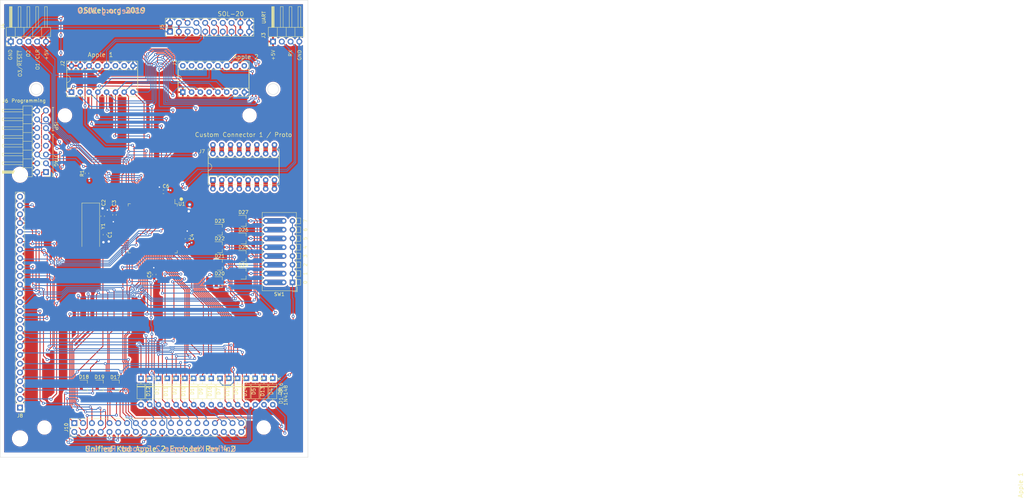
<source format=kicad_pcb>
(kicad_pcb (version 20171130) (host pcbnew "(5.1.8-0-10_14)")
  (title_block (title "Unified Retro Keyboard Apple 2 Encoder") (date 2020-12-22) (rev 4.2))
  (layers (0 F.Cu signal) (31 B.Cu signal) (34 B.Paste user) (35 F.Paste user) (36 B.SilkS user) (37 F.SilkS user) (38 B.Mask user) (39 F.Mask user) (44 Edge.Cuts user))
  (net 0 "")
  (net 1 GND)
  (net 2 /Row3)
  (net 3 /Row0)
  (net 4 /Row1)
  (net 5 /Row4)
  (net 6 /Row5)
  (net 7 /Row7)
  (net 8 /D7)
  (net 9 /D1)
  (net 10 /D2)
  (net 11 /D3)
  (net 12 /D4)
  (net 13 /D5)
  (net 14 /D6)
  (net 15 /Col0)
  (net 16 /Col1)
  (net 17 /Col2)
  (net 18 /Col3)
  (net 19 /Col4)
  (net 20 /Col5)
  (net 21 /Col6)
  (net 22 /Col7)
  (net 23 /Row6)
  (net 24 /Row2)
  (net 25 /D0)
  (net 26 /~STROBE)
  (net 27 /Row10)
  (net 28 /Row9)
  (net 29 /Row8)
  (net 30 /Row15)
  (net 31 /Row14)
  (net 32 /Row13)
  (net 33 /Row12)
  (net 34 /Row11)
  (net 35 /Tx)
  (net 36 /Rx)
  (net 37 "Net-(D11-Pad1)")
  (net 38 "Net-(D12-Pad1)")
  (net 39 "Net-(D13-Pad1)")
  (net 40 "Net-(D14-Pad1)")
  (net 41 "Net-(D15-Pad1)")
  (net 42 "Net-(D16-Pad1)")
  (net 43 "Net-(D20-Pad1)")
  (net 44 "Net-(D24-Pad1)")
  (net 45 "Net-(D25-Pad1)")
  (net 46 "Net-(D26-Pad1)")
  (net 47 "Net-(D4-Pad1)")
  (net 48 "Net-(D5-Pad1)")
  (net 49 "Net-(D6-Pad1)")
  (net 50 "Net-(D7-Pad1)")
  (net 51 "Net-(D8-Pad1)")
  (net 52 "Net-(D9-Pad1)")
  (net 53 "Net-(D10-Pad1)")
  (net 54 "Net-(D27-Pad1)")
  (net 55 /LED1)
  (net 56 /OUT1)
  (net 57 /OUT2)
  (net 58 /OUT3)
  (net 59 /LED3)
  (net 60 /LED2)
  (net 61 "Net-(C1-Pad1)")
  (net 62 "Net-(C2-Pad1)")
  (net 63 "Net-(D21-Pad1)")
  (net 64 "Net-(D22-Pad1)")
  (net 65 "Net-(D23-Pad1)")
  (net 66 "Net-(J1-Pad9)")
  (net 67 "Net-(J1-Pad4)")
  (net 68 "Net-(J1-Pad14)")
  (net 69 "Net-(J1-Pad15)")
  (net 70 "Net-(J1-Pad16)")
  (net 71 "Net-(J2-Pad10)")
  (net 72 "Net-(J2-Pad11)")
  (net 73 "Net-(J2-Pad13)")
  (net 74 "Net-(U1-Pad98)")
  (net 75 "Net-(U1-Pad97)")
  (net 76 "Net-(U1-Pad96)")
  (net 77 "Net-(U1-Pad95)")
  (net 78 "Net-(U1-Pad94)")
  (net 79 "Net-(U1-Pad89)")
  (net 80 "Net-(U1-Pad88)")
  (net 81 "Net-(U1-Pad87)")
  (net 82 "Net-(U1-Pad86)")
  (net 83 "Net-(U1-Pad85)")
  (net 84 "Net-(U1-Pad84)")
  (net 85 "Net-(U1-Pad83)")
  (net 86 "Net-(U1-Pad82)")
  (net 87 "Net-(U1-Pad70)")
  (net 88 "Net-(U1-Pad52)")
  (net 89 "Net-(U1-Pad51)")
  (net 90 "Net-(U1-Pad47)")
  (net 91 "Net-(U1-Pad46)")
  (net 92 "Net-(U1-Pad45)")
  (net 93 "Net-(U1-Pad44)")
  (net 94 "Net-(U1-Pad43)")
  (net 95 "Net-(U1-Pad42)")
  (net 96 "Net-(U1-Pad41)")
  (net 97 "Net-(U1-Pad40)")
  (net 98 "Net-(U1-Pad39)")
  (net 99 "Net-(U1-Pad38)")
  (net 100 "Net-(U1-Pad37)")
  (net 101 "Net-(U1-Pad36)")
  (net 102 "Net-(U1-Pad35)")
  (net 103 "Net-(U1-Pad29)")
  (net 104 "Net-(U1-Pad28)")
  (net 105 "Net-(U1-Pad19)")
  (net 106 "Net-(U1-Pad9)")
  (net 107 "Net-(U1-Pad8)")
  (net 108 "Net-(U1-Pad7)")
  (net 109 "Net-(U1-Pad6)")
  (net 110 "Net-(U1-Pad5)")
  (net 111 "Net-(U1-Pad4)")
  (net 112 "Net-(U1-Pad1)")
  (net 113 VCC)
  (net 114 "Net-(J8-Pad1)")
  (net 115 /TDI)
  (net 116 "Net-(J6-Pad8)")
  (net 117 "Net-(J6-Pad7)")
  (net 118 /~RESET)
  (net 119 /TMS)
  (net 120 /TDO)
  (net 121 /TCK)
  (net 122 "Net-(D1-Pad1)")
  (net 123 "Net-(D2-Pad1)")
  (net 124 "Net-(D3-Pad1)")
  (net 125 "Net-(D17-Pad2)")
  (net 126 "Net-(D18-Pad2)")
  (net 127 "Net-(D19-Pad2)")
  (net 128 "Net-(J7-Pad1)")
  (net 129 "Net-(J7-Pad9)")
  (net 130 "Net-(J7-Pad2)")
  (net 131 "Net-(J7-Pad10)")
  (net 132 "Net-(J7-Pad3)")
  (net 133 "Net-(J7-Pad11)")
  (net 134 "Net-(J7-Pad4)")
  (net 135 "Net-(J7-Pad12)")
  (net 136 "Net-(J7-Pad5)")
  (net 137 "Net-(J7-Pad13)")
  (net 138 "Net-(J7-Pad6)")
  (net 139 "Net-(J7-Pad14)")
  (net 140 "Net-(J7-Pad7)")
  (net 141 "Net-(J7-Pad15)")
  (net 142 "Net-(J7-Pad8)")
  (net 143 "Net-(J7-Pad16)")
  (net 144 "Net-(J10-Pad32)")
  (net 145 "Net-(J10-Pad30)")
  (net 146 "Net-(J10-Pad28)")
  (net 147 "Net-(J10-Pad26)")
  (net 148 "Net-(J8-Pad25)")
  (net 149 /MOSI)
  (net 150 /SCK)
  (net 151 /MISO)
  (module unikbd:SW_DIP_SPSTx08_Piano_CTS_Series194-8MSTN_W7.62mm_P2.54mm (layer F.Cu) (at 248.262 132.361 180)
    (fp_text reference SW1 (at 3.81 -3.42) (layer F.SilkS))
    (fp_text value Options)
    (pad 12 thru_hole oval (at 2.54 10.16 180) (size 6.68 1.6) (drill 0.8 (offset 2.54 0)) (layers *.Cu *.Mask) (net 64 "Net-(D22-Pad1)"))
    (pad 10 thru_hole oval (at 2.54 15.24 180) (size 6.68 1.6) (drill 0.8 (offset 2.54 0)) (layers *.Cu *.Mask) (net 65 "Net-(D23-Pad1)"))
    (pad 13 thru_hole oval (at 2.54 7.62 180) (size 6.68 1.6) (drill 0.8 (offset 2.54 0)) (layers *.Cu *.Mask) (net 45 "Net-(D25-Pad1)"))
    (pad 9 thru_hole oval (at 2.54 17.78 180) (size 6.68 1.6) (drill 0.8 (offset 2.54 0)) (layers *.Cu *.Mask) (net 54 "Net-(D27-Pad1)"))
    (pad 11 thru_hole oval (at 2.54 12.7 180) (size 6.68 1.6) (drill 0.8 (offset 2.54 0)) (layers *.Cu *.Mask) (net 46 "Net-(D26-Pad1)"))
    (pad 14 thru_hole oval (at 2.54 5.08 180) (size 6.68 1.6) (drill 0.8 (offset 2.54 0)) (layers *.Cu *.Mask) (net 63 "Net-(D21-Pad1)"))
    (pad 15 thru_hole oval (at 2.54 2.54 180) (size 6.68 1.6) (drill 0.8 (offset 2.54 0)) (layers *.Cu *.Mask) (net 44 "Net-(D24-Pad1)"))
    (pad 16 thru_hole oval (at 2.54 0 180) (size 6.68 1.6) (drill 0.8 (offset 2.54 0)) (layers *.Cu *.Mask) (net 43 "Net-(D20-Pad1)"))
    (pad 16 thru_hole oval (at 7.62 0 180) (size 1.6 1.6) (drill 0.8) (layers *.Cu *.Mask) (net 43 "Net-(D20-Pad1)"))
    (pad 8 thru_hole oval (at 0 17.78 180) (size 1.6 1.6) (drill 0.8) (layers *.Cu *.Mask) (net 29 /Row8))
    (pad 15 thru_hole oval (at 7.62 2.54 180) (size 1.6 1.6) (drill 0.8) (layers *.Cu *.Mask) (net 44 "Net-(D24-Pad1)"))
    (pad 7 thru_hole oval (at 0 15.24 180) (size 1.6 1.6) (drill 0.8) (layers *.Cu *.Mask) (net 29 /Row8))
    (pad 14 thru_hole oval (at 7.62 5.08 180) (size 1.6 1.6) (drill 0.8) (layers *.Cu *.Mask) (net 63 "Net-(D21-Pad1)"))
    (pad 6 thru_hole oval (at 0 12.7 180) (size 1.6 1.6) (drill 0.8) (layers *.Cu *.Mask) (net 29 /Row8))
    (pad 13 thru_hole oval (at 7.62 7.62 180) (size 1.6 1.6) (drill 0.8) (layers *.Cu *.Mask) (net 45 "Net-(D25-Pad1)"))
    (pad 5 thru_hole oval (at 0 10.16 180) (size 1.6 1.6) (drill 0.8) (layers *.Cu *.Mask) (net 29 /Row8))
    (pad 12 thru_hole oval (at 7.62 10.16 180) (size 1.6 1.6) (drill 0.8) (layers *.Cu *.Mask) (net 64 "Net-(D22-Pad1)"))
    (pad 4 thru_hole oval (at 0 7.62 180) (size 1.6 1.6) (drill 0.8) (layers *.Cu *.Mask) (net 29 /Row8))
    (pad 11 thru_hole oval (at 7.62 12.7 180) (size 1.6 1.6) (drill 0.8) (layers *.Cu *.Mask) (net 46 "Net-(D26-Pad1)"))
    (pad 3 thru_hole oval (at 0 5.08 180) (size 1.6 1.6) (drill 0.8) (layers *.Cu *.Mask) (net 29 /Row8))
    (pad 10 thru_hole oval (at 7.62 15.24 180) (size 1.6 1.6) (drill 0.8) (layers *.Cu *.Mask) (net 65 "Net-(D23-Pad1)"))
    (pad 2 thru_hole oval (at 0 2.54 180) (size 1.6 1.6) (drill 0.8) (layers *.Cu *.Mask) (net 29 /Row8))
    (pad 9 thru_hole oval (at 7.62 17.78 180) (size 1.6 1.6) (drill 0.8) (layers *.Cu *.Mask) (net 54 "Net-(D27-Pad1)"))
    (pad 1 thru_hole rect (at 0 0 180) (size 1.6 1.6) (drill 0.8) (layers *.Cu *.Mask) (net 29 /Row8))
  )
  (module Diode_THT:D_DO-35_SOD27_P7.62mm_Horizontal (layer F.Cu) (at 222.25 160.0724 270)
    (fp_text reference D16 (at 3.81 -2.12 90) (layer F.SilkS))
    (fp_text value 1N4148)
    (fp_text user K (at 0 -1.8 90) (layer F.SilkS))
    (pad 2 thru_hole oval (at 7.62 0 270) (size 1.6 1.6) (drill 0.8) (layers *.Cu *.Mask) (net 31 /Row14))
    (pad 1 thru_hole rect (at 0 0 270) (size 1.6 1.6) (drill 0.8) (layers *.Cu *.Mask) (net 42 "Net-(D16-Pad1)"))
  )
  (module Diode_THT:D_DO-35_SOD27_P7.62mm_Horizontal (layer F.Cu) (at 227.33 160.0724 270)
    (fp_text reference D15 (at 3.81 -2.12 90) (layer F.SilkS))
    (fp_text value 1N4148)
    (fp_text user K (at 0 -1.8 90) (layer F.SilkS))
    (pad 2 thru_hole oval (at 7.62 0 270) (size 1.6 1.6) (drill 0.8) (layers *.Cu *.Mask) (net 33 /Row12))
    (pad 1 thru_hole rect (at 0 0 270) (size 1.6 1.6) (drill 0.8) (layers *.Cu *.Mask) (net 41 "Net-(D15-Pad1)"))
  )
  (module Diode_THT:D_DO-35_SOD27_P7.62mm_Horizontal (layer F.Cu) (at 232.41 160.0724 270)
    (fp_text reference D14 (at 3.81 -2.12 90) (layer F.SilkS))
    (fp_text value 1N4148)
    (fp_text user K (at 0 -1.8 90) (layer F.SilkS))
    (pad 2 thru_hole oval (at 7.62 0 270) (size 1.6 1.6) (drill 0.8) (layers *.Cu *.Mask) (net 27 /Row10))
    (pad 1 thru_hole rect (at 0 0 270) (size 1.6 1.6) (drill 0.8) (layers *.Cu *.Mask) (net 40 "Net-(D14-Pad1)"))
  )
  (module Diode_THT:D_DO-35_SOD27_P7.62mm_Horizontal (layer F.Cu) (at 237.49 160.0724 270)
    (fp_text reference D13 (at 3.81 -2.12 90) (layer F.SilkS))
    (fp_text value 1N4148)
    (fp_text user K (at 0 -1.8 90) (layer F.SilkS))
    (pad 2 thru_hole oval (at 7.62 0 270) (size 1.6 1.6) (drill 0.8) (layers *.Cu *.Mask) (net 29 /Row8))
    (pad 1 thru_hole rect (at 0 0 270) (size 1.6 1.6) (drill 0.8) (layers *.Cu *.Mask) (net 39 "Net-(D13-Pad1)"))
  )
  (module Diode_THT:D_DO-35_SOD27_P7.62mm_Horizontal (layer F.Cu) (at 204.47 160.0724 270)
    (fp_text reference D12 (at 3.81 -2.12 90) (layer F.SilkS))
    (fp_text value 1N4148)
    (fp_text user K (at 0 -1.8 90) (layer F.SilkS))
    (pad 2 thru_hole oval (at 7.62 0 270) (size 1.6 1.6) (drill 0.8) (layers *.Cu *.Mask) (net 23 /Row6))
    (pad 1 thru_hole rect (at 0 0 270) (size 1.6 1.6) (drill 0.8) (layers *.Cu *.Mask) (net 38 "Net-(D12-Pad1)"))
  )
  (module Diode_THT:D_DO-35_SOD27_P7.62mm_Horizontal (layer F.Cu) (at 209.55 160.0724 270)
    (fp_text reference D11 (at 3.81 -2.12 90) (layer F.SilkS))
    (fp_text value 1N4148)
    (fp_text user K (at 0 -1.8 90) (layer F.SilkS))
    (pad 2 thru_hole oval (at 7.62 0 270) (size 1.6 1.6) (drill 0.8) (layers *.Cu *.Mask) (net 5 /Row4))
    (pad 1 thru_hole rect (at 0 0 270) (size 1.6 1.6) (drill 0.8) (layers *.Cu *.Mask) (net 37 "Net-(D11-Pad1)"))
  )
  (module Diode_THT:D_DO-35_SOD27_P7.62mm_Horizontal (layer F.Cu) (at 214.63 160.0724 270)
    (fp_text reference D10 (at 3.81 -2.12 90) (layer F.SilkS))
    (fp_text value 1N4148)
    (fp_text user K (at 0 -1.8 90) (layer F.SilkS))
    (pad 2 thru_hole oval (at 7.62 0 270) (size 1.6 1.6) (drill 0.8) (layers *.Cu *.Mask) (net 24 /Row2))
    (pad 1 thru_hole rect (at 0 0 270) (size 1.6 1.6) (drill 0.8) (layers *.Cu *.Mask) (net 53 "Net-(D10-Pad1)"))
  )
  (module Diode_THT:D_DO-35_SOD27_P7.62mm_Horizontal (layer F.Cu) (at 219.71 160.0724 270)
    (fp_text reference D9 (at 3.81 -2.12 90) (layer F.SilkS))
    (fp_text value 1N4148)
    (fp_text user K (at 0 -1.8 90) (layer F.SilkS))
    (pad 2 thru_hole oval (at 7.62 0 270) (size 1.6 1.6) (drill 0.8) (layers *.Cu *.Mask) (net 3 /Row0))
    (pad 1 thru_hole rect (at 0 0 270) (size 1.6 1.6) (drill 0.8) (layers *.Cu *.Mask) (net 52 "Net-(D9-Pad1)"))
  )
  (module Diode_THT:D_DO-35_SOD27_P7.62mm_Horizontal (layer F.Cu) (at 242.57 160.0724 270)
    (fp_text reference D8 (at 3.81 -2.12 90) (layer F.SilkS))
    (fp_text value 1N4148)
    (fp_text user K (at 0 -1.8 90) (layer F.SilkS))
    (pad 2 thru_hole oval (at 7.62 0 270) (size 1.6 1.6) (drill 0.8) (layers *.Cu *.Mask) (net 30 /Row15))
    (pad 1 thru_hole rect (at 0 0 270) (size 1.6 1.6) (drill 0.8) (layers *.Cu *.Mask) (net 51 "Net-(D8-Pad1)"))
  )
  (module Diode_THT:D_DO-35_SOD27_P7.62mm_Horizontal (layer F.Cu) (at 224.79 160.0724 270)
    (fp_text reference D7 (at 3.81 -2.12 90) (layer F.SilkS))
    (fp_text value 1N4148)
    (fp_text user K (at 0 -1.8 90) (layer F.SilkS))
    (pad 2 thru_hole oval (at 7.62 0 270) (size 1.6 1.6) (drill 0.8) (layers *.Cu *.Mask) (net 32 /Row13))
    (pad 1 thru_hole rect (at 0 0 270) (size 1.6 1.6) (drill 0.8) (layers *.Cu *.Mask) (net 50 "Net-(D7-Pad1)"))
  )
  (module Diode_THT:D_DO-35_SOD27_P7.62mm_Horizontal (layer F.Cu) (at 229.87 160.0724 270)
    (fp_text reference D6 (at 3.81 -2.12 90) (layer F.SilkS))
    (fp_text value 1N4148)
    (fp_text user K (at 0 -1.8 90) (layer F.SilkS))
    (pad 2 thru_hole oval (at 7.62 0 270) (size 1.6 1.6) (drill 0.8) (layers *.Cu *.Mask) (net 34 /Row11))
    (pad 1 thru_hole rect (at 0 0 270) (size 1.6 1.6) (drill 0.8) (layers *.Cu *.Mask) (net 49 "Net-(D6-Pad1)"))
  )
  (module Diode_THT:D_DO-35_SOD27_P7.62mm_Horizontal (layer F.Cu) (at 234.95 160.0724 270)
    (fp_text reference D5 (at 3.81 -2.12 90) (layer F.SilkS))
    (fp_text value 1N4148)
    (fp_text user K (at 0 -1.8 90) (layer F.SilkS))
    (pad 2 thru_hole oval (at 7.62 0 270) (size 1.6 1.6) (drill 0.8) (layers *.Cu *.Mask) (net 28 /Row9))
    (pad 1 thru_hole rect (at 0 0 270) (size 1.6 1.6) (drill 0.8) (layers *.Cu *.Mask) (net 48 "Net-(D5-Pad1)"))
  )
  (module Diode_THT:D_DO-35_SOD27_P7.62mm_Horizontal (layer F.Cu) (at 240.03 160.0724 270)
    (fp_text reference D4 (at 3.81 -2.12 90) (layer F.SilkS))
    (fp_text value 1N4148)
    (fp_text user K (at 0 -1.8 90) (layer F.SilkS))
    (pad 2 thru_hole oval (at 7.62 0 270) (size 1.6 1.6) (drill 0.8) (layers *.Cu *.Mask) (net 7 /Row7))
    (pad 1 thru_hole rect (at 0 0 270) (size 1.6 1.6) (drill 0.8) (layers *.Cu *.Mask) (net 47 "Net-(D4-Pad1)"))
  )
  (module Diode_THT:D_DO-35_SOD27_P7.62mm_Horizontal (layer F.Cu) (at 207.01 160.0724 270)
    (fp_text reference D3 (at 3.81 -2.12 90) (layer F.SilkS))
    (fp_text value 1N4148)
    (fp_text user K (at 0 -1.8 90) (layer F.SilkS))
    (pad 2 thru_hole oval (at 7.62 0 270) (size 1.6 1.6) (drill 0.8) (layers *.Cu *.Mask) (net 6 /Row5))
    (pad 1 thru_hole rect (at 0 0 270) (size 1.6 1.6) (drill 0.8) (layers *.Cu *.Mask) (net 124 "Net-(D3-Pad1)"))
  )
  (module Diode_THT:D_DO-35_SOD27_P7.62mm_Horizontal (layer F.Cu) (at 212.09 160.0724 270)
    (fp_text reference D2 (at 3.81 -2.12 90) (layer F.SilkS))
    (fp_text value 1N4148)
    (fp_text user K (at 0 -1.8 90) (layer F.SilkS))
    (pad 2 thru_hole oval (at 7.62 0 270) (size 1.6 1.6) (drill 0.8) (layers *.Cu *.Mask) (net 2 /Row3))
    (pad 1 thru_hole rect (at 0 0 270) (size 1.6 1.6) (drill 0.8) (layers *.Cu *.Mask) (net 123 "Net-(D2-Pad1)"))
  )
  (module Diode_THT:D_DO-35_SOD27_P7.62mm_Horizontal (layer F.Cu) (at 217.17 160.0724 270)
    (fp_text reference D1 (at 3.81 -2.12 90) (layer F.SilkS))
    (fp_text value 1N4148)
    (fp_text user K (at 0 -1.8 90) (layer F.SilkS))
    (pad 2 thru_hole oval (at 7.62 0 270) (size 1.6 1.6) (drill 0.8) (layers *.Cu *.Mask) (net 4 /Row1))
    (pad 1 thru_hole rect (at 0 0 270) (size 1.6 1.6) (drill 0.8) (layers *.Cu *.Mask) (net 122 "Net-(D1-Pad1)"))
  )
  (module Diode_SMD:D_SOT-23_ANK (layer F.Cu) (at 188.2394 162.179)
    (fp_text reference D18 (at -0.254 -2.5) (layer F.SilkS))
    (fp_text value 1N4148)
    (pad 1 smd rect (at 1 0) (size 0.9 0.8) (layers F.Cu F.Paste F.Mask) (net 7 /Row7))
    (pad "" smd rect (at -1 0.95) (size 0.9 0.8) (layers F.Cu F.Paste F.Mask))
    (pad 2 smd rect (at -1 -0.95) (size 0.9 0.8) (layers F.Cu F.Paste F.Mask) (net 126 "Net-(D18-Pad2)"))
  )
  (module Diode_SMD:D_SOT-23_ANK (layer F.Cu) (at 192.8368 162.179)
    (fp_text reference D19 (at -0.3556 -2.4892) (layer F.SilkS))
    (fp_text value 1N4148)
    (pad 1 smd rect (at 1 0) (size 0.9 0.8) (layers F.Cu F.Paste F.Mask) (net 4 /Row1))
    (pad "" smd rect (at -1 0.95) (size 0.9 0.8) (layers F.Cu F.Paste F.Mask))
    (pad 2 smd rect (at -1 -0.95) (size 0.9 0.8) (layers F.Cu F.Paste F.Mask) (net 127 "Net-(D19-Pad2)"))
  )
  (module Diode_SMD:D_SOT-23_ANK (layer F.Cu) (at 197.4342 162.179)
    (fp_text reference D17 (at -0.381 -2.4384) (layer F.SilkS))
    (fp_text value 1N4148)
    (pad 1 smd rect (at 1 0) (size 0.9 0.8) (layers F.Cu F.Paste F.Mask) (net 3 /Row0))
    (pad "" smd rect (at -1 0.95) (size 0.9 0.8) (layers F.Cu F.Paste F.Mask))
    (pad 2 smd rect (at -1 -0.95) (size 0.9 0.8) (layers F.Cu F.Paste F.Mask) (net 125 "Net-(D17-Pad2)"))
  )
  (module Crystal:Crystal_SMD_HC49-SD (layer F.Cu) (at 189.9666 116.1288 270)
    (fp_text reference Y1 (at 0 -3.55 90) (layer F.SilkS))
    (fp_text value "16.000 MHz")
    (pad 1 smd rect (at -4.25 0 270) (size 4.5 2) (layers F.Cu F.Paste F.Mask) (net 62 "Net-(C2-Pad1)"))
    (pad 2 smd rect (at 4.25 0 270) (size 4.5 2) (layers F.Cu F.Paste F.Mask) (net 61 "Net-(C1-Pad1)"))
  )
  (module Capacitor_SMD:C_0603_1608Metric (layer F.Cu) (at 196.8246 112.8522 270)
    (fp_text reference C3 (at -3.3274 0.1016 90) (layer F.SilkS))
    (fp_text value "0.1 uF")
    (pad 1 smd roundrect (at -0.7875 0 270) (size 0.875 0.95) (layers F.Cu F.Paste F.Mask) (net 113 VCC))
    (pad 2 smd roundrect (at 0.7875 0 270) (size 0.875 0.95) (layers F.Cu F.Paste F.Mask) (net 1 GND))
  )
  (module Resistor_SMD:R_0603_1608Metric (layer F.Cu) (at 188.8744 100.8634 90)
    (fp_text reference R1 (at 0 -1.43 90) (layer F.SilkS))
    (fp_text value 10k)
    (pad 2 smd roundrect (at 0.7875 0 90) (size 0.875 0.95) (layers F.Cu F.Paste F.Mask) (net 118 /~RESET))
    (pad 1 smd roundrect (at -0.7875 0 90) (size 0.875 0.95) (layers F.Cu F.Paste F.Mask) (net 113 VCC))
  )
  (module Capacitor_SMD:C_0603_1608Metric (layer F.Cu) (at 210.9724 106.1974 180)
    (fp_text reference C6 (at -0.7366 1.6256) (layer F.SilkS))
    (fp_text value "0.1 uF")
    (pad 2 smd roundrect (at 0.7875 0 180) (size 0.875 0.95) (layers F.Cu F.Paste F.Mask) (net 1 GND))
    (pad 1 smd roundrect (at -0.7875 0 180) (size 0.875 0.95) (layers F.Cu F.Paste F.Mask) (net 113 VCC))
  )
  (module Capacitor_SMD:C_0603_1608Metric (layer F.Cu) (at 208.3054 130.0988 90)
    (fp_text reference C5 (at 0 -1.43 90) (layer F.SilkS))
    (fp_text value "0.1 uF")
    (pad 2 smd roundrect (at 0.7875 0 90) (size 0.875 0.95) (layers F.Cu F.Paste F.Mask) (net 1 GND))
    (pad 1 smd roundrect (at -0.7875 0 90) (size 0.875 0.95) (layers F.Cu F.Paste F.Mask) (net 113 VCC))
  )
  (module Capacitor_SMD:C_0603_1608Metric (layer F.Cu) (at 217.7542 119.761 90)
    (fp_text reference C4 (at 0.4826 1.4478 90) (layer F.SilkS))
    (fp_text value "0.1 uF")
    (pad 2 smd roundrect (at 0.7875 0 90) (size 0.875 0.95) (layers F.Cu F.Paste F.Mask) (net 1 GND))
    (pad 1 smd roundrect (at -0.7875 0 90) (size 0.875 0.95) (layers F.Cu F.Paste F.Mask) (net 113 VCC))
  )
  (module Capacitor_SMD:C_0603_1608Metric (layer F.Cu) (at 193.421 113.2331 90)
    (fp_text reference C2 (at 3.8861 0.254 90) (layer F.SilkS))
    (fp_text value 36pf)
    (pad 2 smd roundrect (at 0.7875 0 90) (size 0.875 0.95) (layers F.Cu F.Paste F.Mask) (net 1 GND))
    (pad 1 smd roundrect (at -0.7875 0 90) (size 0.875 0.95) (layers F.Cu F.Paste F.Mask) (net 62 "Net-(C2-Pad1)"))
  )
  (module Capacitor_SMD:C_0603_1608Metric (layer F.Cu) (at 194.056 118.5672 270)
    (fp_text reference C1 (at 0 -1.43 90) (layer F.SilkS))
    (fp_text value 36pf)
    (pad 2 smd roundrect (at 0.7875 0 270) (size 0.875 0.95) (layers F.Cu F.Paste F.Mask) (net 1 GND))
    (pad 1 smd roundrect (at -0.7875 0 270) (size 0.875 0.95) (layers F.Cu F.Paste F.Mask) (net 61 "Net-(C1-Pad1)"))
  )
  (module Diode_SMD:D_SOT-23_ANK (layer F.Cu) (at 234.0888 114.581)
    (fp_text reference D27 (at 0 -2.5) (layer F.SilkS))
    (fp_text value 1N4148)
    (pad 2 smd rect (at -1 -0.95) (size 0.9 0.8) (layers F.Cu F.Paste F.Mask) (net 22 /Col7))
    (pad "" smd rect (at -1 0.95) (size 0.9 0.8) (layers F.Cu F.Paste F.Mask))
    (pad 1 smd rect (at 1 0) (size 0.9 0.8) (layers F.Cu F.Paste F.Mask) (net 54 "Net-(D27-Pad1)"))
  )
  (module Diode_SMD:D_SOT-23_ANK (layer F.Cu) (at 234.0888 119.661)
    (fp_text reference D26 (at 0 -2.5) (layer F.SilkS))
    (fp_text value 1N4148)
    (pad 2 smd rect (at -1 -0.95) (size 0.9 0.8) (layers F.Cu F.Paste F.Mask) (net 20 /Col5))
    (pad "" smd rect (at -1 0.95) (size 0.9 0.8) (layers F.Cu F.Paste F.Mask))
    (pad 1 smd rect (at 1 0) (size 0.9 0.8) (layers F.Cu F.Paste F.Mask) (net 46 "Net-(D26-Pad1)"))
  )
  (module Diode_SMD:D_SOT-23_ANK (layer F.Cu) (at 234.0888 124.741)
    (fp_text reference D25 (at 0 -2.5) (layer F.SilkS))
    (fp_text value 1N4148)
    (pad 2 smd rect (at -1 -0.95) (size 0.9 0.8) (layers F.Cu F.Paste F.Mask) (net 18 /Col3))
    (pad "" smd rect (at -1 0.95) (size 0.9 0.8) (layers F.Cu F.Paste F.Mask))
    (pad 1 smd rect (at 1 0) (size 0.9 0.8) (layers F.Cu F.Paste F.Mask) (net 45 "Net-(D25-Pad1)"))
  )
  (module Diode_SMD:D_SOT-23_ANK (layer F.Cu) (at 234.0888 129.821)
    (fp_text reference D24 (at 0 -2.5) (layer F.SilkS))
    (fp_text value 1N4148)
    (pad 2 smd rect (at -1 -0.95) (size 0.9 0.8) (layers F.Cu F.Paste F.Mask) (net 16 /Col1))
    (pad "" smd rect (at -1 0.95) (size 0.9 0.8) (layers F.Cu F.Paste F.Mask))
    (pad 1 smd rect (at 1 0) (size 0.9 0.8) (layers F.Cu F.Paste F.Mask) (net 44 "Net-(D24-Pad1)"))
  )
  (module Diode_SMD:D_SOT-23_ANK (layer F.Cu) (at 227.2308 117.121)
    (fp_text reference D23 (at 0 -2.5) (layer F.SilkS))
    (fp_text value 1N4148)
    (pad 2 smd rect (at -1 -0.95) (size 0.9 0.8) (layers F.Cu F.Paste F.Mask) (net 21 /Col6))
    (pad "" smd rect (at -1 0.95) (size 0.9 0.8) (layers F.Cu F.Paste F.Mask))
    (pad 1 smd rect (at 1 0) (size 0.9 0.8) (layers F.Cu F.Paste F.Mask) (net 65 "Net-(D23-Pad1)"))
  )
  (module Diode_SMD:D_SOT-23_ANK (layer F.Cu) (at 227.2308 122.184066)
    (fp_text reference D22 (at 0 -2.5) (layer F.SilkS))
    (fp_text value 1N4148)
    (pad 2 smd rect (at -1 -0.95) (size 0.9 0.8) (layers F.Cu F.Paste F.Mask) (net 19 /Col4))
    (pad "" smd rect (at -1 0.95) (size 0.9 0.8) (layers F.Cu F.Paste F.Mask))
    (pad 1 smd rect (at 1 0) (size 0.9 0.8) (layers F.Cu F.Paste F.Mask) (net 64 "Net-(D22-Pad1)"))
  )
  (module Diode_SMD:D_SOT-23_ANK (layer F.Cu) (at 227.2308 127.247132)
    (fp_text reference D21 (at 0 -2.5) (layer F.SilkS))
    (fp_text value 1N4148)
    (pad 2 smd rect (at -1 -0.95) (size 0.9 0.8) (layers F.Cu F.Paste F.Mask) (net 17 /Col2))
    (pad "" smd rect (at -1 0.95) (size 0.9 0.8) (layers F.Cu F.Paste F.Mask))
    (pad 1 smd rect (at 1 0) (size 0.9 0.8) (layers F.Cu F.Paste F.Mask) (net 63 "Net-(D21-Pad1)"))
  )
  (module Diode_SMD:D_SOT-23_ANK (layer F.Cu) (at 227.2308 132.3102)
    (fp_text reference D20 (at 0 -2.5) (layer F.SilkS))
    (fp_text value 1N4148)
    (pad 2 smd rect (at -1 -0.95) (size 0.9 0.8) (layers F.Cu F.Paste F.Mask) (net 15 /Col0))
    (pad "" smd rect (at -1 0.95) (size 0.9 0.8) (layers F.Cu F.Paste F.Mask))
    (pad 1 smd rect (at 1 0) (size 0.9 0.8) (layers F.Cu F.Paste F.Mask) (net 43 "Net-(D20-Pad1)"))
  )
  (module unikbd:kbd_header_and_mounting_holes (layer F.Cu) (at 185.397 175.5918 90)
    (fp_text reference J10 (at 1.2954 -2.5078 90) (layer F.SilkS))
    (fp_text value Keyboard)
    (pad 1 thru_hole rect (at 2.5654 -0.1778 90) (size 1.7 1.7) (drill 1) (layers *.Cu *.Mask) (net 22 /Col7))
    (pad 2 thru_hole oval (at 0.0254 -0.1778 90) (size 1.7 1.7) (drill 1) (layers *.Cu *.Mask) (net 15 /Col0))
    (pad 3 thru_hole oval (at 2.5654 2.3622 90) (size 1.7 1.7) (drill 1) (layers *.Cu *.Mask) (net 21 /Col6))
    (pad 4 thru_hole oval (at 0.0254 2.3622 90) (size 1.7 1.7) (drill 1) (layers *.Cu *.Mask) (net 125 "Net-(D17-Pad2)"))
    (pad 5 thru_hole oval (at 2.5654 4.9022 90) (size 1.7 1.7) (drill 1) (layers *.Cu *.Mask) (net 20 /Col5))
    (pad 6 thru_hole oval (at 0.0254 4.9022 90) (size 1.7 1.7) (drill 1) (layers *.Cu *.Mask) (net 113 VCC))
    (pad 7 thru_hole oval (at 2.5654 7.4422 90) (size 1.7 1.7) (drill 1) (layers *.Cu *.Mask) (net 19 /Col4))
    (pad 8 thru_hole oval (at 0.0254 7.4422 90) (size 1.7 1.7) (drill 1) (layers *.Cu *.Mask) (net 55 /LED1))
    (pad 9 thru_hole oval (at 2.5654 9.9822 90) (size 1.7 1.7) (drill 1) (layers *.Cu *.Mask) (net 18 /Col3))
    (pad 10 thru_hole oval (at 0.0254 9.9822 90) (size 1.7 1.7) (drill 1) (layers *.Cu *.Mask) (net 15 /Col0))
    (pad 11 thru_hole oval (at 2.5654 12.5222 90) (size 1.7 1.7) (drill 1) (layers *.Cu *.Mask) (net 17 /Col2))
    (pad 12 thru_hole oval (at 0.0254 12.5222 90) (size 1.7 1.7) (drill 1) (layers *.Cu *.Mask) (net 126 "Net-(D18-Pad2)"))
    (pad 13 thru_hole oval (at 2.5654 15.0622 90) (size 1.7 1.7) (drill 1) (layers *.Cu *.Mask) (net 16 /Col1))
    (pad 14 thru_hole oval (at 0.0254 15.0622 90) (size 1.7 1.7) (drill 1) (layers *.Cu *.Mask) (net 113 VCC))
    (pad 15 thru_hole oval (at 2.5654 17.6022 90) (size 1.7 1.7) (drill 1) (layers *.Cu *.Mask) (net 15 /Col0))
    (pad 16 thru_hole oval (at 0.0254 17.6022 90) (size 1.7 1.7) (drill 1) (layers *.Cu *.Mask) (net 60 /LED2))
    (pad 17 thru_hole oval (at 2.5654 20.1422 90) (size 1.7 1.7) (drill 1) (layers *.Cu *.Mask) (net 7 /Row7))
    (pad 18 thru_hole oval (at 0.0254 20.1422 90) (size 1.7 1.7) (drill 1) (layers *.Cu *.Mask) (net 15 /Col0))
    (pad 19 thru_hole oval (at 2.5654 22.6822 90) (size 1.7 1.7) (drill 1) (layers *.Cu *.Mask) (net 23 /Row6))
    (pad 20 thru_hole oval (at 0.0254 22.6822 90) (size 1.7 1.7) (drill 1) (layers *.Cu *.Mask) (net 127 "Net-(D19-Pad2)"))
    (pad 21 thru_hole oval (at 2.5654 25.2222 90) (size 1.7 1.7) (drill 1) (layers *.Cu *.Mask) (net 6 /Row5))
    (pad 22 thru_hole oval (at 0.0254 25.2222 90) (size 1.7 1.7) (drill 1) (layers *.Cu *.Mask) (net 113 VCC))
    (pad 23 thru_hole oval (at 2.5654 27.7622 90) (size 1.7 1.7) (drill 1) (layers *.Cu *.Mask) (net 5 /Row4))
    (pad 24 thru_hole oval (at 0.0254 27.7622 90) (size 1.7 1.7) (drill 1) (layers *.Cu *.Mask) (net 59 /LED3))
    (pad 25 thru_hole oval (at 2.5654 30.3022 90) (size 1.7 1.7) (drill 1) (layers *.Cu *.Mask) (net 2 /Row3))
    (pad 26 thru_hole oval (at 0.0254 30.3022 90) (size 1.7 1.7) (drill 1) (layers *.Cu *.Mask) (net 147 "Net-(J10-Pad26)"))
    (pad 27 thru_hole oval (at 2.5654 32.8422 90) (size 1.7 1.7) (drill 1) (layers *.Cu *.Mask) (net 24 /Row2))
    (pad 28 thru_hole oval (at 0.0254 32.8422 90) (size 1.7 1.7) (drill 1) (layers *.Cu *.Mask) (net 146 "Net-(J10-Pad28)"))
    (pad 29 thru_hole oval (at 2.5654 35.3822 90) (size 1.7 1.7) (drill 1) (layers *.Cu *.Mask) (net 4 /Row1))
    (pad 30 thru_hole oval (at 0.0254 35.3822 90) (size 1.7 1.7) (drill 1) (layers *.Cu *.Mask) (net 145 "Net-(J10-Pad30)"))
    (pad 31 thru_hole oval (at 2.5654 37.9222 90) (size 1.7 1.7) (drill 1) (layers *.Cu *.Mask) (net 3 /Row0))
    (pad 32 thru_hole oval (at 0.0254 37.9222 90) (size 1.7 1.7) (drill 1) (layers *.Cu *.Mask) (net 144 "Net-(J10-Pad32)"))
    (pad 33 thru_hole oval (at 2.5654 40.4622 90) (size 1.7 1.7) (drill 1) (layers *.Cu *.Mask) (net 30 /Row15))
    (pad 34 thru_hole oval (at 0.0254 40.4622 90) (size 1.7 1.7) (drill 1) (layers *.Cu *.Mask) (net 29 /Row8))
    (pad 35 thru_hole oval (at 2.5654 43.0022 90) (size 1.7 1.7) (drill 1) (layers *.Cu *.Mask) (net 31 /Row14))
    (pad 36 thru_hole oval (at 0.0254 43.0022 90) (size 1.7 1.7) (drill 1) (layers *.Cu *.Mask) (net 28 /Row9))
    (pad 37 thru_hole oval (at 2.5654 45.5422 90) (size 1.7 1.7) (drill 1) (layers *.Cu *.Mask) (net 32 /Row13))
    (pad 38 thru_hole oval (at 0.0254 45.5422 90) (size 1.7 1.7) (drill 1) (layers *.Cu *.Mask) (net 27 /Row10))
    (pad 39 thru_hole oval (at 2.5654 48.0822 90) (size 1.7 1.7) (drill 1) (layers *.Cu *.Mask) (net 33 /Row12))
    (pad 40 thru_hole oval (at 0.0254 48.0822 90) (size 1.7 1.7) (drill 1) (layers *.Cu *.Mask) (net 34 /Row11))
    (pad "" np_thru_hole circle (at 1.2954 54.5606 90) (size 3.175 3.175) (drill 3.175) (layers *.Cu *.Mask))
    (pad "" np_thru_hole circle (at 1.2954 -8.8124 90) (size 3.175 3.175) (drill 3.175) (layers *.Cu *.Mask))
    (pad "" np_thru_hole circle (at 91.4924 -2.8688 90) (size 3.175 3.175) (drill 3.175) (layers *.Cu *.Mask))
    (pad "" np_thru_hole circle (at 91.4924 50.4712 90) (size 3.175 3.175) (drill 3.175) (layers *.Cu *.Mask))
  )
  (module Connector_PinHeader_2.54mm:PinHeader_1x25_P2.54mm_Vertical (layer F.Cu) (at 169.522 168.556 180)
    (fp_text reference J8 (at 0 -2.33) (layer F.SilkS))
    (fp_text value "Apple II Matrix")
    (pad 25 thru_hole oval (at 0 60.96 180) (size 1.7 1.7) (drill 1) (layers *.Cu *.Mask) (net 148 "Net-(J8-Pad25)"))
    (pad 24 thru_hole oval (at 0 58.42 180) (size 1.7 1.7) (drill 1) (layers *.Cu *.Mask) (net 16 /Col1))
    (pad 23 thru_hole oval (at 0 55.88 180) (size 1.7 1.7) (drill 1) (layers *.Cu *.Mask) (net 34 /Row11))
    (pad 22 thru_hole oval (at 0 53.34 180) (size 1.7 1.7) (drill 1) (layers *.Cu *.Mask) (net 34 /Row11))
    (pad 21 thru_hole oval (at 0 50.8 180) (size 1.7 1.7) (drill 1) (layers *.Cu *.Mask) (net 17 /Col2))
    (pad 20 thru_hole oval (at 0 48.26 180) (size 1.7 1.7) (drill 1) (layers *.Cu *.Mask) (net 34 /Row11))
    (pad 19 thru_hole oval (at 0 45.72 180) (size 1.7 1.7) (drill 1) (layers *.Cu *.Mask) (net 18 /Col3))
    (pad 18 thru_hole oval (at 0 43.18 180) (size 1.7 1.7) (drill 1) (layers *.Cu *.Mask) (net 27 /Row10))
    (pad 17 thru_hole oval (at 0 40.64 180) (size 1.7 1.7) (drill 1) (layers *.Cu *.Mask) (net 15 /Col0))
    (pad 16 thru_hole oval (at 0 38.1 180) (size 1.7 1.7) (drill 1) (layers *.Cu *.Mask) (net 28 /Row9))
    (pad 15 thru_hole oval (at 0 35.56 180) (size 1.7 1.7) (drill 1) (layers *.Cu *.Mask) (net 7 /Row7))
    (pad 14 thru_hole oval (at 0 33.02 180) (size 1.7 1.7) (drill 1) (layers *.Cu *.Mask) (net 16 /Col1))
    (pad 13 thru_hole oval (at 0 30.48 180) (size 1.7 1.7) (drill 1) (layers *.Cu *.Mask) (net 17 /Col2))
    (pad 12 thru_hole oval (at 0 27.94 180) (size 1.7 1.7) (drill 1) (layers *.Cu *.Mask) (net 23 /Row6))
    (pad 11 thru_hole oval (at 0 25.4 180) (size 1.7 1.7) (drill 1) (layers *.Cu *.Mask) (net 18 /Col3))
    (pad 10 thru_hole oval (at 0 22.86 180) (size 1.7 1.7) (drill 1) (layers *.Cu *.Mask) (net 6 /Row5))
    (pad 9 thru_hole oval (at 0 20.32 180) (size 1.7 1.7) (drill 1) (layers *.Cu *.Mask) (net 5 /Row4))
    (pad 8 thru_hole oval (at 0 17.78 180) (size 1.7 1.7) (drill 1) (layers *.Cu *.Mask) (net 2 /Row3))
    (pad 7 thru_hole oval (at 0 15.24 180) (size 1.7 1.7) (drill 1) (layers *.Cu *.Mask) (net 24 /Row2))
    (pad 6 thru_hole oval (at 0 12.7 180) (size 1.7 1.7) (drill 1) (layers *.Cu *.Mask) (net 4 /Row1))
    (pad 5 thru_hole oval (at 0 10.16 180) (size 1.7 1.7) (drill 1) (layers *.Cu *.Mask) (net 3 /Row0))
    (pad 4 thru_hole oval (at 0 7.62 180) (size 1.7 1.7) (drill 1) (layers *.Cu *.Mask) (net 55 /LED1))
    (pad 3 thru_hole oval (at 0 5.08 180) (size 1.7 1.7) (drill 1) (layers *.Cu *.Mask) (net 15 /Col0))
    (pad 2 thru_hole oval (at 0 2.54 180) (size 1.7 1.7) (drill 1) (layers *.Cu *.Mask) (net 19 /Col4))
    (pad 1 thru_hole rect (at 0 0 180) (size 1.7 1.7) (drill 1) (layers *.Cu *.Mask) (net 114 "Net-(J8-Pad1)"))
  )
  (module MountingHole:MountingHole_3.7mm (layer F.Cu) (at 169.522 177.446)
    (fp_text reference MH2 hide)
    (fp_text value "Apple II" hide)
    (pad 1 np_thru_hole circle (at 0 0) (size 3.7 3.7) (drill 3.7) (layers *.Cu *.Mask))
  )
  (module MountingHole:MountingHole_3.7mm (layer F.Cu) (at 169.522 101.246)
    (fp_text reference MH1 hide)
    (fp_text value "Apple II" hide)
    (pad 1 np_thru_hole circle (at 0 0) (size 3.7 3.7) (drill 3.7) (layers *.Cu *.Mask))
  )
  (module Connector_PinHeader_2.54mm:PinHeader_2x08_P2.54mm_Horizontal (layer F.Cu) (at 177.015 100.484 180)
    (fp_text reference J6 (at 11.7475 20.574) (layer F.SilkS))
    (fp_text value Programming (at 5.0165 20.6375) (layer F.SilkS))
    (pad 16 thru_hole oval (at 2.54 17.78 180) (size 1.7 1.7) (drill 1) (layers *.Cu *.Mask) (net 1 GND))
    (pad 15 thru_hole oval (at 0 17.78 180) (size 1.7 1.7) (drill 1) (layers *.Cu *.Mask) (net 118 /~RESET))
    (pad 14 thru_hole oval (at 2.54 15.24 180) (size 1.7 1.7) (drill 1) (layers *.Cu *.Mask) (net 149 /MOSI))
    (pad 13 thru_hole oval (at 0 15.24 180) (size 1.7 1.7) (drill 1) (layers *.Cu *.Mask) (net 150 /SCK))
    (pad 12 thru_hole oval (at 2.54 12.7 180) (size 1.7 1.7) (drill 1) (layers *.Cu *.Mask) (net 113 VCC))
    (pad 11 thru_hole oval (at 0 12.7 180) (size 1.7 1.7) (drill 1) (layers *.Cu *.Mask) (net 151 /MISO))
    (pad 10 thru_hole oval (at 2.54 10.16 180) (size 1.7 1.7) (drill 1) (layers *.Cu *.Mask) (net 1 GND))
    (pad 9 thru_hole oval (at 0 10.16 180) (size 1.7 1.7) (drill 1) (layers *.Cu *.Mask) (net 115 /TDI))
    (pad 8 thru_hole oval (at 2.54 7.62 180) (size 1.7 1.7) (drill 1) (layers *.Cu *.Mask) (net 116 "Net-(J6-Pad8)"))
    (pad 7 thru_hole oval (at 0 7.62 180) (size 1.7 1.7) (drill 1) (layers *.Cu *.Mask) (net 117 "Net-(J6-Pad7)"))
    (pad 6 thru_hole oval (at 2.54 5.08 180) (size 1.7 1.7) (drill 1) (layers *.Cu *.Mask) (net 118 /~RESET))
    (pad 5 thru_hole oval (at 0 5.08 180) (size 1.7 1.7) (drill 1) (layers *.Cu *.Mask) (net 119 /TMS))
    (pad 4 thru_hole oval (at 2.54 2.54 180) (size 1.7 1.7) (drill 1) (layers *.Cu *.Mask) (net 113 VCC))
    (pad 3 thru_hole oval (at 0 2.54 180) (size 1.7 1.7) (drill 1) (layers *.Cu *.Mask) (net 120 /TDO))
    (pad 2 thru_hole oval (at 2.54 0 180) (size 1.7 1.7) (drill 1) (layers *.Cu *.Mask) (net 1 GND))
    (pad 1 thru_hole rect (at 0 0 180) (size 1.7 1.7) (drill 1) (layers *.Cu *.Mask) (net 121 /TCK))
  )
  (module "" (layer F.Cu) (at 230.355 88.165)
    (fp_text reference "" (at 225.275 102.77) (layer F.SilkS) (effects (font (size 1.27 1.27))))
    (fp_text value "" (at 225.275 102.77) (layer F.SilkS) (effects (font (size 1.27 1.27))))
    (fp_text user "Apple 1" (at 228.323 102.77 90) (layer F.SilkS) (effects (font (size 1.27 1.27))))
  )
  (module unikbd:DIP-16_W7.62mm_Proto (layer F.Cu) (at 225.275 102.77 90)
    (fp_text reference J7 (at 8.255 -3.175 180) (layer F.SilkS))
    (fp_text value "Custom Connector 1 / Proto" (at 13.081 8.8265) (layer F.SilkS) (effects (font (size 1.27 1.27))))
    (fp_line (start 0 17.78) (end -2.54 17.78) (layer F.Cu) (width 1.27))
    (fp_line (start 0 15.24) (end -2.54 15.24) (layer F.Cu) (width 1.27))
    (fp_line (start 0 12.7) (end -2.54 12.7) (layer F.Cu) (width 1.27))
    (fp_line (start 0 10.16) (end -2.54 10.16) (layer F.Cu) (width 1.27))
    (fp_line (start 0 7.62) (end -2.54 7.62) (layer F.Cu) (width 1.27))
    (fp_line (start 0 5.08) (end -2.54 5.08) (layer F.Cu) (width 1.27))
    (fp_line (start 0 2.54) (end -2.54 2.54) (layer F.Cu) (width 1.27))
    (fp_line (start 0 0) (end -2.54 0) (layer F.Cu) (width 1.27))
    (fp_line (start 10.16 0) (end 7.62 0) (layer F.Cu) (width 1.27))
    (fp_line (start 10.16 2.54) (end 7.62 2.54) (layer F.Cu) (width 1.27))
    (fp_line (start 10.16 5.08) (end 7.62 5.08) (layer F.Cu) (width 1.27))
    (fp_line (start 10.16 7.62) (end 7.62 7.62) (layer F.Cu) (width 1.27))
    (fp_line (start 10.16 10.16) (end 7.62 10.16) (layer F.Cu) (width 1.27))
    (fp_line (start 10.16 12.7) (end 7.62 12.7) (layer F.Cu) (width 1.27))
    (fp_line (start 10.16 15.24) (end 7.62 15.24) (layer F.Cu) (width 1.27))
    (fp_line (start 10.16 17.78) (end 7.62 17.78) (layer F.Cu) (width 1.27))
    (pad 16 thru_hole oval (at 7.62 0 90) (size 1.6 1.6) (drill 0.8) (layers *.Cu *.Mask) (net 143 "Net-(J7-Pad16)"))
    (pad 8 thru_hole oval (at 0 17.78 90) (size 1.6 1.6) (drill 0.8) (layers *.Cu *.Mask) (net 142 "Net-(J7-Pad8)"))
    (pad 15 thru_hole oval (at 7.62 2.54 90) (size 1.6 1.6) (drill 0.8) (layers *.Cu *.Mask) (net 141 "Net-(J7-Pad15)"))
    (pad 7 thru_hole oval (at 0 15.24 90) (size 1.6 1.6) (drill 0.8) (layers *.Cu *.Mask) (net 140 "Net-(J7-Pad7)"))
    (pad 14 thru_hole oval (at 7.62 5.08 90) (size 1.6 1.6) (drill 0.8) (layers *.Cu *.Mask) (net 139 "Net-(J7-Pad14)"))
    (pad 6 thru_hole oval (at 0 12.7 90) (size 1.6 1.6) (drill 0.8) (layers *.Cu *.Mask) (net 138 "Net-(J7-Pad6)"))
    (pad 13 thru_hole oval (at 7.62 7.62 90) (size 1.6 1.6) (drill 0.8) (layers *.Cu *.Mask) (net 137 "Net-(J7-Pad13)"))
    (pad 5 thru_hole oval (at 0 10.16 90) (size 1.6 1.6) (drill 0.8) (layers *.Cu *.Mask) (net 136 "Net-(J7-Pad5)"))
    (pad 12 thru_hole oval (at 7.62 10.16 90) (size 1.6 1.6) (drill 0.8) (layers *.Cu *.Mask) (net 135 "Net-(J7-Pad12)"))
    (pad 4 thru_hole oval (at 0 7.62 90) (size 1.6 1.6) (drill 0.8) (layers *.Cu *.Mask) (net 134 "Net-(J7-Pad4)"))
    (pad 11 thru_hole oval (at 7.62 12.7 90) (size 1.6 1.6) (drill 0.8) (layers *.Cu *.Mask) (net 133 "Net-(J7-Pad11)"))
    (pad 3 thru_hole oval (at 0 5.08 90) (size 1.6 1.6) (drill 0.8) (layers *.Cu *.Mask) (net 132 "Net-(J7-Pad3)"))
    (pad 10 thru_hole oval (at 7.62 15.24 90) (size 1.6 1.6) (drill 0.8) (layers *.Cu *.Mask) (net 131 "Net-(J7-Pad10)"))
    (pad 2 thru_hole oval (at 0 2.54 90) (size 1.6 1.6) (drill 0.8) (layers *.Cu *.Mask) (net 130 "Net-(J7-Pad2)"))
    (pad 9 thru_hole oval (at 7.62 17.78 90) (size 1.6 1.6) (drill 0.8) (layers *.Cu *.Mask) (net 129 "Net-(J7-Pad9)"))
    (pad 1 thru_hole rect (at 0 0 90) (size 1.6 1.6) (drill 0.8) (layers *.Cu *.Mask) (net 128 "Net-(J7-Pad1)"))
    (pad 17 thru_hole oval (at -2.54 0 90) (size 1.6 1.6) (drill 0.8) (layers *.Cu *.Mask))
    (pad 18 thru_hole oval (at 10.16 0 90) (size 1.6 1.6) (drill 0.8) (layers *.Cu *.Mask))
    (pad 21 thru_hole oval (at -2.54 2.54 90) (size 1.6 1.6) (drill 0.8) (layers *.Cu *.Mask))
    (pad 22 thru_hole oval (at 10.16 2.54 90) (size 1.6 1.6) (drill 0.8) (layers *.Cu *.Mask))
    (pad 25 thru_hole oval (at -2.54 5.08 90) (size 1.6 1.6) (drill 0.8) (layers *.Cu *.Mask))
    (pad 26 thru_hole oval (at 10.16 5.08 90) (size 1.6 1.6) (drill 0.8) (layers *.Cu *.Mask))
    (pad 29 thru_hole oval (at -2.54 7.62 90) (size 1.6 1.6) (drill 0.8) (layers *.Cu *.Mask))
    (pad 30 thru_hole oval (at 10.16 7.62 90) (size 1.6 1.6) (drill 0.8) (layers *.Cu *.Mask))
    (pad 33 thru_hole oval (at -2.54 10.16 90) (size 1.6 1.6) (drill 0.8) (layers *.Cu *.Mask))
    (pad 34 thru_hole oval (at 10.16 10.16 90) (size 1.6 1.6) (drill 0.8) (layers *.Cu *.Mask))
    (pad 37 thru_hole oval (at -2.54 12.7 90) (size 1.6 1.6) (drill 0.8) (layers *.Cu *.Mask))
    (pad 38 thru_hole oval (at 10.16 12.7 90) (size 1.6 1.6) (drill 0.8) (layers *.Cu *.Mask))
    (pad 41 thru_hole oval (at -2.54 15.24 90) (size 1.6 1.6) (drill 0.8) (layers *.Cu *.Mask))
    (pad 42 thru_hole oval (at 10.16 15.24 90) (size 1.6 1.6) (drill 0.8) (layers *.Cu *.Mask))
    (pad 45 thru_hole oval (at -2.54 17.78 90) (size 1.6 1.6) (drill 0.8) (layers *.Cu *.Mask))
    (pad 46 thru_hole oval (at 10.16 17.78 90) (size 1.6 1.6) (drill 0.8) (layers *.Cu *.Mask))
  )
  (module Package_QFP:TQFP-100_14x14mm_P0.5mm (layer F.Cu) (at 207.876 116.74 270)
    (fp_text reference U1 (at -7.0628 -8.3796 180) (layer F.SilkS))
    (fp_text value ATmega2560-16AU)
    (pad 100 smd roundrect (at -6 -7.6625 270) (size 0.3 1.475) (layers F.Cu F.Paste F.Mask) (net 113 VCC))
    (pad 99 smd roundrect (at -5.5 -7.6625 270) (size 0.3 1.475) (layers F.Cu F.Paste F.Mask) (net 1 GND))
    (pad 98 smd roundrect (at -5 -7.6625 270) (size 0.3 1.475) (layers F.Cu F.Paste F.Mask) (net 74 "Net-(U1-Pad98)"))
    (pad 97 smd roundrect (at -4.5 -7.6625 270) (size 0.3 1.475) (layers F.Cu F.Paste F.Mask) (net 75 "Net-(U1-Pad97)"))
    (pad 96 smd roundrect (at -4 -7.6625 270) (size 0.3 1.475) (layers F.Cu F.Paste F.Mask) (net 76 "Net-(U1-Pad96)"))
    (pad 95 smd roundrect (at -3.5 -7.6625 270) (size 0.3 1.475) (layers F.Cu F.Paste F.Mask) (net 77 "Net-(U1-Pad95)"))
    (pad 94 smd roundrect (at -3 -7.6625 270) (size 0.3 1.475) (layers F.Cu F.Paste F.Mask) (net 78 "Net-(U1-Pad94)"))
    (pad 93 smd roundrect (at -2.5 -7.6625 270) (size 0.3 1.475) (layers F.Cu F.Paste F.Mask) (net 121 /TCK))
    (pad 92 smd roundrect (at -2 -7.6625 270) (size 0.3 1.475) (layers F.Cu F.Paste F.Mask) (net 119 /TMS))
    (pad 91 smd roundrect (at -1.5 -7.6625 270) (size 0.3 1.475) (layers F.Cu F.Paste F.Mask) (net 120 /TDO))
    (pad 90 smd roundrect (at -1 -7.6625 270) (size 0.3 1.475) (layers F.Cu F.Paste F.Mask) (net 115 /TDI))
    (pad 89 smd roundrect (at -0.5 -7.6625 270) (size 0.3 1.475) (layers F.Cu F.Paste F.Mask) (net 79 "Net-(U1-Pad89)"))
    (pad 88 smd roundrect (at 0 -7.6625 270) (size 0.3 1.475) (layers F.Cu F.Paste F.Mask) (net 80 "Net-(U1-Pad88)"))
    (pad 87 smd roundrect (at 0.5 -7.6625 270) (size 0.3 1.475) (layers F.Cu F.Paste F.Mask) (net 81 "Net-(U1-Pad87)"))
    (pad 86 smd roundrect (at 1 -7.6625 270) (size 0.3 1.475) (layers F.Cu F.Paste F.Mask) (net 82 "Net-(U1-Pad86)"))
    (pad 85 smd roundrect (at 1.5 -7.6625 270) (size 0.3 1.475) (layers F.Cu F.Paste F.Mask) (net 83 "Net-(U1-Pad85)"))
    (pad 84 smd roundrect (at 2 -7.6625 270) (size 0.3 1.475) (layers F.Cu F.Paste F.Mask) (net 84 "Net-(U1-Pad84)"))
    (pad 83 smd roundrect (at 2.5 -7.6625 270) (size 0.3 1.475) (layers F.Cu F.Paste F.Mask) (net 85 "Net-(U1-Pad83)"))
    (pad 82 smd roundrect (at 3 -7.6625 270) (size 0.3 1.475) (layers F.Cu F.Paste F.Mask) (net 86 "Net-(U1-Pad82)"))
    (pad 81 smd roundrect (at 3.5 -7.6625 270) (size 0.3 1.475) (layers F.Cu F.Paste F.Mask) (net 1 GND))
    (pad 80 smd roundrect (at 4 -7.6625 270) (size 0.3 1.475) (layers F.Cu F.Paste F.Mask) (net 113 VCC))
    (pad 79 smd roundrect (at 4.5 -7.6625 270) (size 0.3 1.475) (layers F.Cu F.Paste F.Mask) (net 47 "Net-(D4-Pad1)"))
    (pad 78 smd roundrect (at 5 -7.6625 270) (size 0.3 1.475) (layers F.Cu F.Paste F.Mask) (net 39 "Net-(D13-Pad1)"))
    (pad 77 smd roundrect (at 5.5 -7.6625 270) (size 0.3 1.475) (layers F.Cu F.Paste F.Mask) (net 48 "Net-(D5-Pad1)"))
    (pad 76 smd roundrect (at 6 -7.6625 270) (size 0.3 1.475) (layers F.Cu F.Paste F.Mask) (net 40 "Net-(D14-Pad1)"))
    (pad 75 smd roundrect (at 7.6625 -6 270) (size 1.475 0.3) (layers F.Cu F.Paste F.Mask) (net 49 "Net-(D6-Pad1)"))
    (pad 74 smd roundrect (at 7.6625 -5.5 270) (size 1.475 0.3) (layers F.Cu F.Paste F.Mask) (net 41 "Net-(D15-Pad1)"))
    (pad 73 smd roundrect (at 7.6625 -5 270) (size 1.475 0.3) (layers F.Cu F.Paste F.Mask) (net 50 "Net-(D7-Pad1)"))
    (pad 72 smd roundrect (at 7.6625 -4.5 270) (size 1.475 0.3) (layers F.Cu F.Paste F.Mask) (net 42 "Net-(D16-Pad1)"))
    (pad 71 smd roundrect (at 7.6625 -4 270) (size 1.475 0.3) (layers F.Cu F.Paste F.Mask) (net 51 "Net-(D8-Pad1)"))
    (pad 70 smd roundrect (at 7.6625 -3.5 270) (size 1.475 0.3) (layers F.Cu F.Paste F.Mask) (net 87 "Net-(U1-Pad70)"))
    (pad 69 smd roundrect (at 7.6625 -3 270) (size 1.475 0.3) (layers F.Cu F.Paste F.Mask) (net 38 "Net-(D12-Pad1)"))
    (pad 68 smd roundrect (at 7.6625 -2.5 270) (size 1.475 0.3) (layers F.Cu F.Paste F.Mask) (net 124 "Net-(D3-Pad1)"))
    (pad 67 smd roundrect (at 7.6625 -2 270) (size 1.475 0.3) (layers F.Cu F.Paste F.Mask) (net 37 "Net-(D11-Pad1)"))
    (pad 66 smd roundrect (at 7.6625 -1.5 270) (size 1.475 0.3) (layers F.Cu F.Paste F.Mask) (net 123 "Net-(D2-Pad1)"))
    (pad 65 smd roundrect (at 7.6625 -1 270) (size 1.475 0.3) (layers F.Cu F.Paste F.Mask) (net 53 "Net-(D10-Pad1)"))
    (pad 64 smd roundrect (at 7.6625 -0.5 270) (size 1.475 0.3) (layers F.Cu F.Paste F.Mask) (net 122 "Net-(D1-Pad1)"))
    (pad 63 smd roundrect (at 7.6625 0 270) (size 1.475 0.3) (layers F.Cu F.Paste F.Mask) (net 52 "Net-(D9-Pad1)"))
    (pad 62 smd roundrect (at 7.6625 0.5 270) (size 1.475 0.3) (layers F.Cu F.Paste F.Mask) (net 1 GND))
    (pad 61 smd roundrect (at 7.6625 1 270) (size 1.475 0.3) (layers F.Cu F.Paste F.Mask) (net 113 VCC))
    (pad 60 smd roundrect (at 7.6625 1.5 270) (size 1.475 0.3) (layers F.Cu F.Paste F.Mask) (net 22 /Col7))
    (pad 59 smd roundrect (at 7.6625 2 270) (size 1.475 0.3) (layers F.Cu F.Paste F.Mask) (net 21 /Col6))
    (pad 58 smd roundrect (at 7.6625 2.5 270) (size 1.475 0.3) (layers F.Cu F.Paste F.Mask) (net 20 /Col5))
    (pad 57 smd roundrect (at 7.6625 3 270) (size 1.475 0.3) (layers F.Cu F.Paste F.Mask) (net 19 /Col4))
    (pad 56 smd roundrect (at 7.6625 3.5 270) (size 1.475 0.3) (layers F.Cu F.Paste F.Mask) (net 18 /Col3))
    (pad 55 smd roundrect (at 7.6625 4 270) (size 1.475 0.3) (layers F.Cu F.Paste F.Mask) (net 17 /Col2))
    (pad 54 smd roundrect (at 7.6625 4.5 270) (size 1.475 0.3) (layers F.Cu F.Paste F.Mask) (net 16 /Col1))
    (pad 53 smd roundrect (at 7.6625 5 270) (size 1.475 0.3) (layers F.Cu F.Paste F.Mask) (net 15 /Col0))
    (pad 52 smd roundrect (at 7.6625 5.5 270) (size 1.475 0.3) (layers F.Cu F.Paste F.Mask) (net 88 "Net-(U1-Pad52)"))
    (pad 51 smd roundrect (at 7.6625 6 270) (size 1.475 0.3) (layers F.Cu F.Paste F.Mask) (net 89 "Net-(U1-Pad51)"))
    (pad 50 smd roundrect (at 6 7.6625 270) (size 0.3 1.475) (layers F.Cu F.Paste F.Mask) (net 59 /LED3))
    (pad 49 smd roundrect (at 5.5 7.6625 270) (size 0.3 1.475) (layers F.Cu F.Paste F.Mask) (net 60 /LED2))
    (pad 48 smd roundrect (at 5 7.6625 270) (size 0.3 1.475) (layers F.Cu F.Paste F.Mask) (net 55 /LED1))
    (pad 47 smd roundrect (at 4.5 7.6625 270) (size 0.3 1.475) (layers F.Cu F.Paste F.Mask) (net 90 "Net-(U1-Pad47)"))
    (pad 46 smd roundrect (at 4 7.6625 270) (size 0.3 1.475) (layers F.Cu F.Paste F.Mask) (net 91 "Net-(U1-Pad46)"))
    (pad 45 smd roundrect (at 3.5 7.6625 270) (size 0.3 1.475) (layers F.Cu F.Paste F.Mask) (net 92 "Net-(U1-Pad45)"))
    (pad 44 smd roundrect (at 3 7.6625 270) (size 0.3 1.475) (layers F.Cu F.Paste F.Mask) (net 93 "Net-(U1-Pad44)"))
    (pad 43 smd roundrect (at 2.5 7.6625 270) (size 0.3 1.475) (layers F.Cu F.Paste F.Mask) (net 94 "Net-(U1-Pad43)"))
    (pad 42 smd roundrect (at 2 7.6625 270) (size 0.3 1.475) (layers F.Cu F.Paste F.Mask) (net 95 "Net-(U1-Pad42)"))
    (pad 41 smd roundrect (at 1.5 7.6625 270) (size 0.3 1.475) (layers F.Cu F.Paste F.Mask) (net 96 "Net-(U1-Pad41)"))
    (pad 40 smd roundrect (at 1 7.6625 270) (size 0.3 1.475) (layers F.Cu F.Paste F.Mask) (net 97 "Net-(U1-Pad40)"))
    (pad 39 smd roundrect (at 0.5 7.6625 270) (size 0.3 1.475) (layers F.Cu F.Paste F.Mask) (net 98 "Net-(U1-Pad39)"))
    (pad 38 smd roundrect (at 0 7.6625 270) (size 0.3 1.475) (layers F.Cu F.Paste F.Mask) (net 99 "Net-(U1-Pad38)"))
    (pad 37 smd roundrect (at -0.5 7.6625 270) (size 0.3 1.475) (layers F.Cu F.Paste F.Mask) (net 100 "Net-(U1-Pad37)"))
    (pad 36 smd roundrect (at -1 7.6625 270) (size 0.3 1.475) (layers F.Cu F.Paste F.Mask) (net 101 "Net-(U1-Pad36)"))
    (pad 35 smd roundrect (at -1.5 7.6625 270) (size 0.3 1.475) (layers F.Cu F.Paste F.Mask) (net 102 "Net-(U1-Pad35)"))
    (pad 34 smd roundrect (at -2 7.6625 270) (size 0.3 1.475) (layers F.Cu F.Paste F.Mask) (net 61 "Net-(C1-Pad1)"))
    (pad 33 smd roundrect (at -2.5 7.6625 270) (size 0.3 1.475) (layers F.Cu F.Paste F.Mask) (net 62 "Net-(C2-Pad1)"))
    (pad 32 smd roundrect (at -3 7.6625 270) (size 0.3 1.475) (layers F.Cu F.Paste F.Mask) (net 1 GND))
    (pad 31 smd roundrect (at -3.5 7.6625 270) (size 0.3 1.475) (layers F.Cu F.Paste F.Mask) (net 113 VCC))
    (pad 30 smd roundrect (at -4 7.6625 270) (size 0.3 1.475) (layers F.Cu F.Paste F.Mask) (net 118 /~RESET))
    (pad 29 smd roundrect (at -4.5 7.6625 270) (size 0.3 1.475) (layers F.Cu F.Paste F.Mask) (net 103 "Net-(U1-Pad29)"))
    (pad 28 smd roundrect (at -5 7.6625 270) (size 0.3 1.475) (layers F.Cu F.Paste F.Mask) (net 104 "Net-(U1-Pad28)"))
    (pad 27 smd roundrect (at -5.5 7.6625 270) (size 0.3 1.475) (layers F.Cu F.Paste F.Mask) (net 8 /D7))
    (pad 26 smd roundrect (at -6 7.6625 270) (size 0.3 1.475) (layers F.Cu F.Paste F.Mask) (net 58 /OUT3))
    (pad 25 smd roundrect (at -7.6625 6 270) (size 1.475 0.3) (layers F.Cu F.Paste F.Mask) (net 57 /OUT2))
    (pad 24 smd roundrect (at -7.6625 5.5 270) (size 1.475 0.3) (layers F.Cu F.Paste F.Mask) (net 56 /OUT1))
    (pad 23 smd roundrect (at -7.6625 5 270) (size 1.475 0.3) (layers F.Cu F.Paste F.Mask) (net 26 /~STROBE))
    (pad 22 smd roundrect (at -7.6625 4.5 270) (size 1.475 0.3) (layers F.Cu F.Paste F.Mask) (net 151 /MISO))
    (pad 21 smd roundrect (at -7.6625 4 270) (size 1.475 0.3) (layers F.Cu F.Paste F.Mask) (net 149 /MOSI))
    (pad 20 smd roundrect (at -7.6625 3.5 270) (size 1.475 0.3) (layers F.Cu F.Paste F.Mask) (net 150 /SCK))
    (pad 19 smd roundrect (at -7.6625 3 270) (size 1.475 0.3) (layers F.Cu F.Paste F.Mask) (net 105 "Net-(U1-Pad19)"))
    (pad 18 smd roundrect (at -7.6625 2.5 270) (size 1.475 0.3) (layers F.Cu F.Paste F.Mask) (net 14 /D6))
    (pad 17 smd roundrect (at -7.6625 2 270) (size 1.475 0.3) (layers F.Cu F.Paste F.Mask) (net 13 /D5))
    (pad 16 smd roundrect (at -7.6625 1.5 270) (size 1.475 0.3) (layers F.Cu F.Paste F.Mask) (net 12 /D4))
    (pad 15 smd roundrect (at -7.6625 1 270) (size 1.475 0.3) (layers F.Cu F.Paste F.Mask) (net 11 /D3))
    (pad 14 smd roundrect (at -7.6625 0.5 270) (size 1.475 0.3) (layers F.Cu F.Paste F.Mask) (net 10 /D2))
    (pad 13 smd roundrect (at -7.6625 0 270) (size 1.475 0.3) (layers F.Cu F.Paste F.Mask) (net 9 /D1))
    (pad 12 smd roundrect (at -7.6625 -0.5 270) (size 1.475 0.3) (layers F.Cu F.Paste F.Mask) (net 25 /D0))
    (pad 11 smd roundrect (at -7.6625 -1 270) (size 1.475 0.3) (layers F.Cu F.Paste F.Mask) (net 1 GND))
    (pad 10 smd roundrect (at -7.6625 -1.5 270) (size 1.475 0.3) (layers F.Cu F.Paste F.Mask) (net 113 VCC))
    (pad 9 smd roundrect (at -7.6625 -2 270) (size 1.475 0.3) (layers F.Cu F.Paste F.Mask) (net 106 "Net-(U1-Pad9)"))
    (pad 8 smd roundrect (at -7.6625 -2.5 270) (size 1.475 0.3) (layers F.Cu F.Paste F.Mask) (net 107 "Net-(U1-Pad8)"))
    (pad 7 smd roundrect (at -7.6625 -3 270) (size 1.475 0.3) (layers F.Cu F.Paste F.Mask) (net 108 "Net-(U1-Pad7)"))
    (pad 6 smd roundrect (at -7.6625 -3.5 270) (size 1.475 0.3) (layers F.Cu F.Paste F.Mask) (net 109 "Net-(U1-Pad6)"))
    (pad 5 smd roundrect (at -7.6625 -4 270) (size 1.475 0.3) (layers F.Cu F.Paste F.Mask) (net 110 "Net-(U1-Pad5)"))
    (pad 4 smd roundrect (at -7.6625 -4.5 270) (size 1.475 0.3) (layers F.Cu F.Paste F.Mask) (net 111 "Net-(U1-Pad4)"))
    (pad 3 smd roundrect (at -7.6625 -5 270) (size 1.475 0.3) (layers F.Cu F.Paste F.Mask) (net 35 /Tx))
    (pad 2 smd roundrect (at -7.6625 -5.5 270) (size 1.475 0.3) (layers F.Cu F.Paste F.Mask) (net 36 /Rx))
    (pad 1 smd roundrect (at -7.6625 -6 270) (size 1.475 0.3) (layers F.Cu F.Paste F.Mask) (net 112 "Net-(U1-Pad1)"))
  )
  (module unikbd:SOL20-header-vertical (layer F.Cu) (at 212.8798 59.8948 90)
    (fp_text reference J5 (at 1.27 -2.33 90) (layer F.SilkS))
    (fp_text value SOL-20 (at 5.1308 17.5514 180) (layer F.SilkS) (effects (font (size 1.27 1.27) (thickness 0.1524))))
    (pad 20 thru_hole oval (at 2.54 22.86 90) (size 1.7 1.7) (drill 1) (layers *.Cu *.Mask) (net 1 GND))
    (pad 10 thru_hole oval (at 0 22.86 90) (size 1.7 1.7) (drill 1) (layers *.Cu *.Mask) (net 1 GND))
    (pad 19 thru_hole oval (at 2.54 20.32 90) (size 1.7 1.7) (drill 1) (layers *.Cu *.Mask) (net 113 VCC))
    (pad 9 thru_hole oval (at 0 20.32 90) (size 1.7 1.7) (drill 1) (layers *.Cu *.Mask) (net 113 VCC))
    (pad 18 thru_hole oval (at 2.54 17.78 90) (size 1.7 1.7) (drill 1) (layers *.Cu *.Mask) (net 8 /D7))
    (pad 8 thru_hole oval (at 0 17.78 90) (size 1.7 1.7) (drill 1) (layers *.Cu *.Mask) (net 11 /D3))
    (pad 17 thru_hole oval (at 2.54 15.24 90) (size 1.7 1.7) (drill 1) (layers *.Cu *.Mask) (net 14 /D6))
    (pad 7 thru_hole oval (at 0 15.24 90) (size 1.7 1.7) (drill 1) (layers *.Cu *.Mask) (net 10 /D2))
    (pad 16 thru_hole oval (at 2.54 12.7 90) (size 1.7 1.7) (drill 1) (layers *.Cu *.Mask) (net 13 /D5))
    (pad 6 thru_hole oval (at 0 12.7 90) (size 1.7 1.7) (drill 1) (layers *.Cu *.Mask) (net 9 /D1))
    (pad 15 thru_hole oval (at 2.54 10.16 90) (size 1.7 1.7) (drill 1) (layers *.Cu *.Mask) (net 12 /D4))
    (pad 5 thru_hole oval (at 0 10.16 90) (size 1.7 1.7) (drill 1) (layers *.Cu *.Mask) (net 25 /D0))
    (pad 14 thru_hole oval (at 2.54 7.62 90) (size 1.7 1.7) (drill 1) (layers *.Cu *.Mask) (net 56 /OUT1))
    (pad 4 thru_hole oval (at 0 7.62 90) (size 1.7 1.7) (drill 1) (layers *.Cu *.Mask) (net 57 /OUT2))
    (pad 13 thru_hole oval (at 2.54 5.08 90) (size 1.7 1.7) (drill 1) (layers *.Cu *.Mask) (net 58 /OUT3))
    (pad 3 thru_hole oval (at 0 5.08 90) (size 1.7 1.7) (drill 1) (layers *.Cu *.Mask) (net 26 /~STROBE))
    (pad 12 thru_hole oval (at 2.54 2.54 90) (size 1.7 1.7) (drill 1) (layers *.Cu *.Mask) (net 113 VCC))
    (pad 2 thru_hole oval (at 0 2.54 90) (size 1.7 1.7) (drill 1) (layers *.Cu *.Mask) (net 113 VCC))
    (pad 11 thru_hole oval (at 2.54 0 90) (size 1.7 1.7) (drill 1) (layers *.Cu *.Mask) (net 1 GND))
    (pad 1 thru_hole rect (at 0 0 90) (size 1.7 1.7) (drill 1) (layers *.Cu *.Mask) (net 1 GND))
  )
  (module Connector_PinHeader_2.54mm:PinHeader_1x05_P2.54mm_Horizontal (layer F.Cu) (at 166.855 62.765 90)
    (fp_text reference J4 (at 4.385 -2.27 90) (layer F.SilkS))
    (fp_text value Outputs)
    (pad 5 thru_hole oval (at 0 10.16 90) (size 1.7 1.7) (drill 1) (layers *.Cu *.Mask) (net 113 VCC))
    (pad 4 thru_hole oval (at 0 7.62 90) (size 1.7 1.7) (drill 1) (layers *.Cu *.Mask) (net 56 /OUT1))
    (pad 3 thru_hole oval (at 0 5.08 90) (size 1.7 1.7) (drill 1) (layers *.Cu *.Mask) (net 57 /OUT2))
    (pad 2 thru_hole oval (at 0 2.54 90) (size 1.7 1.7) (drill 1) (layers *.Cu *.Mask) (net 58 /OUT3))
    (pad 1 thru_hole rect (at 0 0 90) (size 1.7 1.7) (drill 1) (layers *.Cu *.Mask) (net 1 GND))
  )
  (module Connector_PinHeader_2.54mm:PinHeader_1x04_P2.54mm_Horizontal (layer F.Cu) (at 242.62828 62.765 90)
    (fp_text reference J3 (at 1.76276 -2.74828 90) (layer F.SilkS))
    (fp_text value UART (at 6.96976 -2.62128 90) (layer F.SilkS))
    (pad 4 thru_hole oval (at 0 7.62 90) (size 1.7 1.7) (drill 1) (layers *.Cu *.Mask) (net 1 GND))
    (pad 3 thru_hole oval (at 0 5.08 90) (size 1.7 1.7) (drill 1) (layers *.Cu *.Mask) (net 36 /Rx))
    (pad 2 thru_hole oval (at 0 2.54 90) (size 1.7 1.7) (drill 1) (layers *.Cu *.Mask) (net 35 /Tx))
    (pad 1 thru_hole rect (at 0 0 90) (size 1.7 1.7) (drill 1) (layers *.Cu *.Mask) (net 113 VCC))
  )
  (module Package_DIP:DIP-16_W7.62mm_Socket (layer F.Cu) (at 216.561832 77.37 90)
    (fp_text reference J1 (at 8.509 -2.335832 90) (layer F.SilkS))
    (fp_text value "Apple 2" (at 10.16 18.238168) (layer F.SilkS) (effects (font (size 1.27 1.27))))
    (pad 1 thru_hole rect (at 0 0 90) (size 1.6 1.6) (drill 0.8) (layers *.Cu *.Mask) (net 113 VCC))
    (pad 9 thru_hole oval (at 7.62 17.78 90) (size 1.6 1.6) (drill 0.8) (layers *.Cu *.Mask) (net 66 "Net-(J1-Pad9)"))
    (pad 2 thru_hole oval (at 0 2.54 90) (size 1.6 1.6) (drill 0.8) (layers *.Cu *.Mask) (net 26 /~STROBE))
    (pad 10 thru_hole oval (at 7.62 15.24 90) (size 1.6 1.6) (drill 0.8) (layers *.Cu *.Mask) (net 10 /D2))
    (pad 3 thru_hole oval (at 0 5.08 90) (size 1.6 1.6) (drill 0.8) (layers *.Cu *.Mask) (net 58 /OUT3))
    (pad 11 thru_hole oval (at 7.62 12.7 90) (size 1.6 1.6) (drill 0.8) (layers *.Cu *.Mask) (net 11 /D3))
    (pad 4 thru_hole oval (at 0 7.62 90) (size 1.6 1.6) (drill 0.8) (layers *.Cu *.Mask) (net 67 "Net-(J1-Pad4)"))
    (pad 12 thru_hole oval (at 7.62 10.16 90) (size 1.6 1.6) (drill 0.8) (layers *.Cu *.Mask) (net 25 /D0))
    (pad 5 thru_hole oval (at 0 10.16 90) (size 1.6 1.6) (drill 0.8) (layers *.Cu *.Mask) (net 13 /D5))
    (pad 13 thru_hole oval (at 7.62 7.62 90) (size 1.6 1.6) (drill 0.8) (layers *.Cu *.Mask) (net 9 /D1))
    (pad 6 thru_hole oval (at 0 12.7 90) (size 1.6 1.6) (drill 0.8) (layers *.Cu *.Mask) (net 12 /D4))
    (pad 14 thru_hole oval (at 7.62 5.08 90) (size 1.6 1.6) (drill 0.8) (layers *.Cu *.Mask) (net 68 "Net-(J1-Pad14)"))
    (pad 7 thru_hole oval (at 0 15.24 90) (size 1.6 1.6) (drill 0.8) (layers *.Cu *.Mask) (net 14 /D6))
    (pad 15 thru_hole oval (at 7.62 2.54 90) (size 1.6 1.6) (drill 0.8) (layers *.Cu *.Mask) (net 69 "Net-(J1-Pad15)"))
    (pad 8 thru_hole oval (at 0 17.78 90) (size 1.6 1.6) (drill 0.8) (layers *.Cu *.Mask) (net 1 GND))
    (pad 16 thru_hole oval (at 7.62 0 90) (size 1.6 1.6) (drill 0.8) (layers *.Cu *.Mask) (net 70 "Net-(J1-Pad16)"))
  )
  (module Package_DIP:DIP-16_W7.62mm_Socket (layer F.Cu) (at 184.390166 77.37 90)
    (fp_text reference J2 (at 8.255 -2.549166 270) (layer F.SilkS))
    (fp_text value "Apple 1" (at 10.795 8.372834 180) (layer F.SilkS) (effects (font (size 1.27 1.27) (thickness 0.1524))))
    (pad 1 thru_hole rect (at 0 0 90) (size 1.6 1.6) (drill 0.8) (layers *.Cu *.Mask) (net 58 /OUT3))
    (pad 9 thru_hole oval (at 7.62 17.78 90) (size 1.6 1.6) (drill 0.8) (layers *.Cu *.Mask) (net 1 GND))
    (pad 2 thru_hole oval (at 0 2.54 90) (size 1.6 1.6) (drill 0.8) (layers *.Cu *.Mask) (net 11 /D3))
    (pad 10 thru_hole oval (at 7.62 15.24 90) (size 1.6 1.6) (drill 0.8) (layers *.Cu *.Mask) (net 71 "Net-(J2-Pad10)"))
    (pad 3 thru_hole oval (at 0 5.08 90) (size 1.6 1.6) (drill 0.8) (layers *.Cu *.Mask) (net 10 /D2))
    (pad 11 thru_hole oval (at 7.62 12.7 90) (size 1.6 1.6) (drill 0.8) (layers *.Cu *.Mask) (net 72 "Net-(J2-Pad11)"))
    (pad 4 thru_hole oval (at 0 7.62 90) (size 1.6 1.6) (drill 0.8) (layers *.Cu *.Mask) (net 9 /D1))
    (pad 12 thru_hole oval (at 7.62 10.16 90) (size 1.6 1.6) (drill 0.8) (layers *.Cu *.Mask) (net 56 /OUT1))
    (pad 5 thru_hole oval (at 0 10.16 90) (size 1.6 1.6) (drill 0.8) (layers *.Cu *.Mask) (net 25 /D0))
    (pad 13 thru_hole oval (at 7.62 7.62 90) (size 1.6 1.6) (drill 0.8) (layers *.Cu *.Mask) (net 73 "Net-(J2-Pad13)"))
    (pad 6 thru_hole oval (at 0 12.7 90) (size 1.6 1.6) (drill 0.8) (layers *.Cu *.Mask) (net 12 /D4))
    (pad 14 thru_hole oval (at 7.62 5.08 90) (size 1.6 1.6) (drill 0.8) (layers *.Cu *.Mask) (net 26 /~STROBE))
    (pad 7 thru_hole oval (at 0 15.24 90) (size 1.6 1.6) (drill 0.8) (layers *.Cu *.Mask) (net 13 /D5))
    (pad 15 thru_hole oval (at 7.62 2.54 90) (size 1.6 1.6) (drill 0.8) (layers *.Cu *.Mask) (net 113 VCC))
    (pad 8 thru_hole oval (at 0 17.78 90) (size 1.6 1.6) (drill 0.8) (layers *.Cu *.Mask) (net 14 /D6))
    (pad 16 thru_hole oval (at 7.62 0 90) (size 1.6 1.6) (drill 0.8) (layers *.Cu *.Mask) (net 113 VCC))
  )
  (gr_line (start 178.793 81.815) (end 179.301 81.815) (layer F.SilkS) (width 0.15))
  (gr_line (start 178.793 88.546) (end 179.301 88.546) (layer F.SilkS) (width 0.15))
  (gr_line (start 178.793 89.562) (end 179.301 89.562) (layer F.SilkS) (width 0.15))
  (gr_line (start 179.047 81.815) (end 179.047 88.546) (layer F.SilkS) (width 0.15))
  (gr_line (start 178.793 101.754) (end 179.301 101.754) (layer F.SilkS) (width 0.15))
  (gr_line (start 179.047 101.754) (end 179.047 89.562) (layer F.SilkS) (width 0.15))
  (gr_text JTAG (at 179.936 97.182 270) (layer F.SilkS) (effects (font (size 1.016 1.016) (thickness 0.1524))))
  (gr_text ISP (at 179.936 87.149 270) (layer F.SilkS) (effects (font (size 1.016 1.016) (thickness 0.1524))))
  (gr_circle (center 174.2224 76.5048) (end 175.8099 76.5048) (layer Edge.Cuts) (width 0.1))
  (gr_circle (center 242.6754 76.5048) (end 244.2629 76.5048) (layer Edge.Cuts) (width 0.1))
  (gr_text "Unified Kbd Apple 2 Encoder Rev 4.2" (at 210.289 180.4305) (layer B.SilkS) (effects (font (size 1.524 1.524) (thickness 0.254)) (justify mirror)))
  (gr_circle (center 216.131 108.2945) (end 216.385 108.2945) (layer F.SilkS) (width 0.508))
  (gr_text O2 (at 171.935 66.194 90) (layer F.SilkS) (effects (font (size 1.016 1.016) (thickness 0.127))))
  (gr_text 1N4148 (at 246.3062 165 90) (layer F.SilkS) (effects (font (size 1.016 1.016) (thickness 0.127))))
  (gr_text "D1-D16\n" (at 244.9346 164.4158 90) (layer F.SilkS) (effects (font (size 1.016 1.016) (thickness 0.127))))
  (gr_text 7 (at 251.9704 114.581 90) (layer F.SilkS) (effects (font (size 1.016 1.016) (thickness 0.127))))
  (gr_text 6 (at 251.9704 117.121 90) (layer F.SilkS) (effects (font (size 1.016 1.016) (thickness 0.127))))
  (gr_text 5 (at 251.9704 119.661 90) (layer F.SilkS) (effects (font (size 1.016 1.016) (thickness 0.127))))
  (gr_text 4 (at 251.9704 122.201 90) (layer F.SilkS) (effects (font (size 1.016 1.016) (thickness 0.127))))
  (gr_text 3 (at 251.9704 124.741 90) (layer F.SilkS) (effects (font (size 1.016 1.016) (thickness 0.127))))
  (gr_text 2 (at 251.9704 127.281 90) (layer F.SilkS) (effects (font (size 1.016 1.016) (thickness 0.127))))
  (gr_text 1 (at 251.9704 129.821 90) (layer F.SilkS) (effects (font (size 1.016 1.016) (thickness 0.127))))
  (gr_text 0 (at 251.9704 132.361 90) (layer F.SilkS) (effects (font (size 1.016 1.016) (thickness 0.127))))
  (gr_text +5V (at 242.674 66.68168 90) (layer F.SilkS) (effects (font (size 1.016 1.016) (thickness 0.127))))
  (gr_text GND (at 250.294 66.68168 90) (layer F.SilkS) (effects (font (size 1.016 1.016) (thickness 0.127))))
  (gr_text RX (at 247.6778 66.125299 90) (layer F.SilkS) (effects (font (size 1.016 1.016) (thickness 0.127))))
  (gr_text "OSIWeb.org 2019" (at 195.8618 53.9004) (layer B.SilkS) (effects (font (size 1.524 1.524) (thickness 0.254)) (justify mirror)))
  (gr_text "OSIWeb.org 2019" (at 195.9888 53.7734) (layer F.SilkS) (effects (font (size 1.524 1.524) (thickness 0.254))))
  (gr_text "Unified Kbd Apple 2 Encoder Rev 4.2" (at 210.035 180.494) (layer F.SilkS) (effects (font (size 1.524 1.524) (thickness 0.254))))
  (gr_text +5V (at 177.142 66.575 90) (layer F.SilkS) (effects (font (size 1.016 1.016) (thickness 0.127))))
  (gr_text O1/CLR (at 174.602 67.972 90) (layer F.SilkS) (effects (font (size 1.016 1.016) (thickness 0.127))))
  (gr_text O3/~RESET (at 169.522 69.115 90) (layer F.SilkS) (effects (font (size 1.016 1.016) (thickness 0.127))))
  (gr_text GND (at 166.728 66.575 90) (layer F.SilkS) (effects (font (size 1.016 1.016) (thickness 0.127))))
  (gr_line (start 163.83 50.8) (end 252.73 50.8) (layer Edge.Cuts) (width 0.1))
  (gr_line (start 252.73 50.8) (end 252.73 182.88) (layer Edge.Cuts) (width 0.1))
  (gr_line (start 252.73 182.88) (end 163.83 182.88) (layer Edge.Cuts) (width 0.1))
  (gr_line (start 163.83 182.88) (end 163.83 50.8) (layer Edge.Cuts) (width 0.1))
  (segment (start 212.8798 59.8948) (end 212.8798 57.3548) (width 1.27) (layer F.Cu) (net 1))
  (via (at 218.29 111.787) (size 1.27) (drill 0.7112) (layers F.Cu B.Cu) (net 1))
  (segment (start 215.5385 111.24) (end 217.743 111.24) (width 0.254) (layer F.Cu) (net 1))
  (segment (start 217.743 111.24) (end 218.29 111.787) (width 0.254) (layer F.Cu) (net 1))
  (segment (start 208.876 107.271) (end 209.948 106.199) (width 0.254) (layer F.Cu) (net 1))
  (segment (start 208.876 109.0775) (end 208.876 107.271) (width 0.254) (layer F.Cu) (net 1))
  (segment (start 194.056 119.3547) (end 194.056 119.8626) (width 0.254) (layer F.Cu) (net 1))
  (via (at 193.6242 120.7516) (size 1.27) (drill 0.7112) (layers F.Cu B.Cu) (net 1))
  (segment (start 194.056 120.3198) (end 193.6242 120.7516) (width 0.254) (layer F.Cu) (net 1))
  (segment (start 194.056 119.8626) (end 194.056 120.3198) (width 0.508) (layer F.Cu) (net 1))
  (via (at 195.1736 120.5484) (size 1.27) (drill 0.7112) (layers F.Cu B.Cu) (net 1))
  (segment (start 194.056 119.4308) (end 195.1736 120.5484) (width 0.508) (layer F.Cu) (net 1))
  (segment (start 194.056 119.3547) (end 194.056 119.4308) (width 0.254) (layer F.Cu) (net 1))
  (via (at 193.3702 110.9726) (size 1.27) (drill 0.7112) (layers F.Cu B.Cu) (net 1))
  (segment (start 193.421 111.0234) (end 193.3702 110.9726) (width 0.254) (layer F.Cu) (net 1))
  (segment (start 193.421 112.4456) (end 193.421 111.0234) (width 0.508) (layer F.Cu) (net 1))
  (segment (start 193.7514 112.4456) (end 194.7672 111.4298) (width 0.508) (layer F.Cu) (net 1))
  (via (at 194.7672 111.4298) (size 0.8128) (drill 0.4064) (layers F.Cu B.Cu) (net 1))
  (segment (start 193.421 112.4456) (end 193.7514 112.4456) (width 0.254) (layer F.Cu) (net 1))
  (segment (start 196.9249 113.74) (end 196.8246 113.6397) (width 0.254) (layer F.Cu) (net 1))
  (segment (start 200.2135 113.74) (end 196.9249 113.74) (width 0.254) (layer F.Cu) (net 1))
  (segment (start 196.8246 113.9444) (end 196.824599 114.020601) (width 0.508) (layer F.Cu) (net 1))
  (segment (start 196.8246 113.6397) (end 196.8246 113.9444) (width 0.254) (layer F.Cu) (net 1))
  (via (at 217.8558 117.5258) (size 0.8128) (drill 0.4064) (layers F.Cu B.Cu) (net 1))
  (segment (start 217.7542 117.6274) (end 217.8558 117.5258) (width 0.254) (layer F.Cu) (net 1))
  (segment (start 217.7542 118.9735) (end 217.7542 117.6274) (width 0.508) (layer F.Cu) (net 1))
  (via (at 196.4944 114.8334) (size 0.8128) (drill 0.4064) (layers F.Cu B.Cu) (net 1))
  (segment (start 196.8246 114.5032) (end 196.4944 114.8334) (width 0.254) (layer F.Cu) (net 1))
  (segment (start 196.8246 113.9444) (end 196.8246 114.5032) (width 0.508) (layer F.Cu) (net 1))
  (via (at 209.804 104.8258) (size 0.8128) (drill 0.4064) (layers F.Cu B.Cu) (net 1))
  (segment (start 210.1849 105.2067) (end 209.804 104.8258) (width 0.254) (layer F.Cu) (net 1))
  (segment (start 210.1849 106.1974) (end 210.1849 105.2067) (width 0.508) (layer F.Cu) (net 1))
  (segment (start 216.4877 120.24) (end 217.7542 118.9735) (width 0.254) (layer F.Cu) (net 1))
  (segment (start 215.5385 120.24) (end 216.4877 120.24) (width 0.254) (layer F.Cu) (net 1))
  (segment (start 207.376 128.3819) (end 208.3054 129.3113) (width 0.254) (layer F.Cu) (net 1))
  (segment (start 207.376 124.4025) (end 207.376 128.3819) (width 0.254) (layer F.Cu) (net 1))
  (via (at 208.178398 128.1176) (size 0.8128) (drill 0.4064) (layers F.Cu B.Cu) (net 1))
  (segment (start 208.3054 129.3113) (end 208.3054 128.244602) (width 0.254) (layer F.Cu) (net 1))
  (segment (start 208.3054 128.244602) (end 208.178398 128.1176) (width 0.254) (layer F.Cu) (net 1))
  (segment (start 215.6992 171.3246) (end 212.1432 167.7686) (width 0.254) (layer B.Cu) (net 2))
  (segment (start 215.6992 173.0264) (end 215.6992 171.3246) (width 0.254) (layer B.Cu) (net 2))
  (via (at 210.670002 149.988589) (size 0.8128) (drill 0.4064) (layers F.Cu B.Cu) (net 2))
  (segment (start 212.09 167.6924) (end 210.670002 166.272402) (width 0.254) (layer F.Cu) (net 2))
  (segment (start 210.670002 166.272402) (end 210.670002 149.988589) (width 0.254) (layer F.Cu) (net 2))
  (segment (start 204.204685 149.594889) (end 204.598385 149.988589) (width 0.254) (layer B.Cu) (net 2))
  (segment (start 204.598385 149.988589) (end 210.670002 149.988589) (width 0.254) (layer B.Cu) (net 2))
  (segment (start 170.703111 149.594889) (end 204.204685 149.594889) (width 0.254) (layer B.Cu) (net 2))
  (segment (start 169.522 150.776) (end 170.703111 149.594889) (width 0.254) (layer B.Cu) (net 2))
  (segment (start 223.3192 171.3016) (end 219.71 167.6924) (width 0.254) (layer B.Cu) (net 3))
  (segment (start 223.3192 173.0264) (end 223.3192 171.3016) (width 0.254) (layer B.Cu) (net 3))
  (via (at 218.4654 156.4132) (size 0.8128) (drill 0.4064) (layers F.Cu B.Cu) (net 3))
  (segment (start 218.4654 166.4478) (end 218.4654 156.4132) (width 0.254) (layer F.Cu) (net 3))
  (segment (start 219.71 167.6924) (end 218.4654 166.4478) (width 0.254) (layer F.Cu) (net 3))
  (via (at 198.7136 158.2514) (size 0.8128) (drill 0.4064) (layers F.Cu B.Cu) (net 3))
  (segment (start 198.7136 162.3568) (end 198.7136 158.2514) (width 0.254) (layer F.Cu) (net 3))
  (segment (start 200.5518 156.4132) (end 198.7136 158.2514) (width 0.254) (layer B.Cu) (net 3))
  (segment (start 218.4654 156.4132) (end 200.5518 156.4132) (width 0.254) (layer B.Cu) (net 3))
  (segment (start 197.9676 157.5054) (end 198.7136 158.2514) (width 0.254) (layer B.Cu) (net 3))
  (segment (start 170.4126 157.5054) (end 197.9676 157.5054) (width 0.254) (layer B.Cu) (net 3))
  (segment (start 169.522 158.396) (end 170.4126 157.5054) (width 0.254) (layer B.Cu) (net 3))
  (segment (start 220.7792 171.35) (end 220.7792 173.0264) (width 0.254) (layer B.Cu) (net 4))
  (segment (start 217.1978 167.7686) (end 220.7792 171.35) (width 0.254) (layer B.Cu) (net 4))
  (via (at 215.9508 155.549594) (size 0.8128) (drill 0.4064) (layers F.Cu B.Cu) (net 4))
  (segment (start 217.17 167.6924) (end 215.9508 166.4732) (width 0.254) (layer F.Cu) (net 4))
  (segment (start 215.9508 166.4732) (end 215.9508 155.549594) (width 0.254) (layer F.Cu) (net 4))
  (segment (start 169.522 155.856) (end 194.15759 155.856) (width 0.254) (layer B.Cu) (net 4))
  (segment (start 193.8368 162.179) (end 193.8368 161.525) (width 0.254) (layer F.Cu) (net 4))
  (segment (start 194.437 160.9248) (end 194.437 156.10843) (width 0.254) (layer F.Cu) (net 4))
  (via (at 194.18297 155.8544) (size 0.8128) (drill 0.4064) (layers F.Cu B.Cu) (net 4))
  (segment (start 193.8368 161.525) (end 194.437 160.9248) (width 0.254) (layer F.Cu) (net 4))
  (segment (start 194.437 156.10843) (end 194.18297 155.8544) (width 0.254) (layer F.Cu) (net 4))
  (segment (start 215.645994 155.8544) (end 194.18297 155.8544) (width 0.254) (layer B.Cu) (net 4))
  (segment (start 215.9508 155.549594) (end 215.645994 155.8544) (width 0.254) (layer B.Cu) (net 4))
  (segment (start 210.428599 168.568599) (end 210.428599 168.593999) (width 0.254) (layer B.Cu) (net 5))
  (segment (start 209.6286 167.7686) (end 210.428599 168.568599) (width 0.254) (layer B.Cu) (net 5))
  (segment (start 213.1592 171.3246) (end 213.1592 173.0264) (width 0.254) (layer B.Cu) (net 5))
  (segment (start 210.428599 168.593999) (end 213.1592 171.3246) (width 0.254) (layer B.Cu) (net 5))
  (via (at 208.638 148.56619) (size 0.8128) (drill 0.4064) (layers F.Cu B.Cu) (net 5))
  (segment (start 208.307801 149.471125) (end 208.638 149.140926) (width 0.254) (layer F.Cu) (net 5))
  (segment (start 208.638 149.140926) (end 208.638 148.56619) (width 0.254) (layer F.Cu) (net 5))
  (segment (start 209.55 167.6924) (end 208.307801 166.450201) (width 0.254) (layer F.Cu) (net 5))
  (segment (start 208.307801 166.450201) (end 208.307801 149.471125) (width 0.254) (layer F.Cu) (net 5))
  (segment (start 172.324271 148.56619) (end 208.063264 148.56619) (width 0.254) (layer B.Cu) (net 5))
  (segment (start 171.994081 148.236) (end 172.324271 148.56619) (width 0.254) (layer B.Cu) (net 5))
  (segment (start 208.063264 148.56619) (end 208.638 148.56619) (width 0.254) (layer B.Cu) (net 5))
  (segment (start 169.522 148.236) (end 171.994081 148.236) (width 0.254) (layer B.Cu) (net 5))
  (segment (start 210.6192 171.3016) (end 210.6192 173.0264) (width 0.254) (layer B.Cu) (net 6))
  (segment (start 207.01 167.6924) (end 210.6192 171.3016) (width 0.254) (layer B.Cu) (net 6))
  (segment (start 205.930599 166.612999) (end 205.930599 155.832901) (width 0.254) (layer F.Cu) (net 6))
  (segment (start 207.01 167.6924) (end 205.930599 166.612999) (width 0.254) (layer F.Cu) (net 6))
  (segment (start 205.930599 155.832901) (end 205.971 155.7925) (width 0.254) (layer F.Cu) (net 6))
  (via (at 205.971 147.7915) (size 0.8128) (drill 0.4064) (layers F.Cu B.Cu) (net 6))
  (segment (start 205.971 155.7925) (end 205.971 147.7915) (width 0.254) (layer F.Cu) (net 6))
  (segment (start 170.932599 147.106599) (end 169.522 145.696) (width 0.254) (layer B.Cu) (net 6))
  (segment (start 205.286099 147.106599) (end 170.932599 147.106599) (width 0.254) (layer B.Cu) (net 6))
  (segment (start 205.971 147.7915) (end 205.286099 147.106599) (width 0.254) (layer B.Cu) (net 6))
  (via (at 176.3165 134.44381) (size 0.8128) (drill 0.4064) (layers F.Cu B.Cu) (net 7))
  (via (at 200.8275 154.6495) (size 0.8128) (drill 0.4064) (layers F.Cu B.Cu) (net 7))
  (segment (start 170.5262 134.0002) (end 175.87289 134.0002) (width 0.254) (layer B.Cu) (net 7))
  (segment (start 175.87289 134.0002) (end 176.3165 134.44381) (width 0.254) (layer B.Cu) (net 7))
  (segment (start 169.522 132.996) (end 170.5262 134.0002) (width 0.254) (layer B.Cu) (net 7))
  (segment (start 200.8275 154.6495) (end 192.365255 154.6495) (width 0.254) (layer B.Cu) (net 7))
  (via (at 192.123975 154.89078) (size 0.8128) (drill 0.4064) (layers F.Cu B.Cu) (net 7))
  (segment (start 192.365255 154.6495) (end 192.123975 154.89078) (width 0.254) (layer B.Cu) (net 7))
  (segment (start 191.62 155.394755) (end 192.123975 154.89078) (width 0.254) (layer F.Cu) (net 7))
  (via (at 245.1632 174.017) (size 0.8128) (drill 0.4064) (layers F.Cu B.Cu) (net 7))
  (segment (start 245.1632 172.8256) (end 240.03 167.6924) (width 0.254) (layer B.Cu) (net 7))
  (segment (start 245.1632 174.017) (end 245.1632 172.8256) (width 0.254) (layer B.Cu) (net 7))
  (segment (start 190.2808 156.733955) (end 192.123975 154.89078) (width 0.254) (layer F.Cu) (net 7))
  (via (at 177.368198 154.6606) (size 0.8128) (drill 0.4064) (layers F.Cu B.Cu) (net 7))
  (segment (start 176.3165 134.44381) (end 176.3165 153.608902) (width 0.254) (layer F.Cu) (net 7))
  (segment (start 176.3165 153.608902) (end 177.368198 154.6606) (width 0.254) (layer F.Cu) (net 7))
  (segment (start 191.893795 154.6606) (end 192.123975 154.89078) (width 0.254) (layer B.Cu) (net 7))
  (segment (start 177.368198 154.6606) (end 191.893795 154.6606) (width 0.254) (layer B.Cu) (net 7))
  (segment (start 189.8904 157.124355) (end 192.123975 154.89078) (width 0.254) (layer F.Cu) (net 7))
  (segment (start 189.8904 161.528) (end 189.8904 157.124355) (width 0.254) (layer F.Cu) (net 7))
  (segment (start 189.2394 162.179) (end 189.8904 161.528) (width 0.254) (layer F.Cu) (net 7))
  (segment (start 205.5265 173.0137) (end 205.5392 173.0264) (width 0.254) (layer F.Cu) (net 7))
  (segment (start 205.5384 173.0256) (end 205.5392 173.0264) (width 0.254) (layer F.Cu) (net 7))
  (segment (start 200.8275 169.6355) (end 202.8198 171.6278) (width 0.254) (layer F.Cu) (net 7))
  (segment (start 200.8275 154.6495) (end 200.8275 169.6355) (width 0.254) (layer F.Cu) (net 7))
  (segment (start 205.5876 171.6278) (end 205.5876 172.978) (width 0.254) (layer F.Cu) (net 7))
  (segment (start 205.5876 172.978) (end 205.5392 173.0264) (width 0.254) (layer F.Cu) (net 7))
  (segment (start 202.8198 171.6278) (end 205.5876 171.6278) (width 0.254) (layer F.Cu) (net 7))
  (segment (start 242.4438 171.2976) (end 245.1632 174.017) (width 0.254) (layer F.Cu) (net 7))
  (segment (start 227.013249 171.2976) (end 242.4438 171.2976) (width 0.254) (layer F.Cu) (net 7))
  (segment (start 205.5876 171.6278) (end 226.683049 171.6278) (width 0.254) (layer F.Cu) (net 7))
  (segment (start 226.683049 171.6278) (end 227.013249 171.2976) (width 0.254) (layer F.Cu) (net 7))
  (via (at 209.753328 70.693375) (size 0.8128) (drill 0.4064) (layers F.Cu B.Cu) (net 8))
  (segment (start 210.328064 70.693375) (end 209.753328 70.693375) (width 0.254) (layer F.Cu) (net 8))
  (segment (start 213.303439 67.718) (end 210.328064 70.693375) (width 0.254) (layer F.Cu) (net 8))
  (segment (start 230.6598 57.3548) (end 231.836801 58.531801) (width 0.254) (layer F.Cu) (net 8))
  (segment (start 229.9105 67.718) (end 213.303439 67.718) (width 0.254) (layer F.Cu) (net 8))
  (segment (start 231.836801 65.791699) (end 229.9105 67.718) (width 0.254) (layer F.Cu) (net 8))
  (segment (start 231.836801 58.531801) (end 231.836801 65.791699) (width 0.254) (layer F.Cu) (net 8))
  (segment (start 209.958603 81.586401) (end 209.753328 81.381126) (width 0.254) (layer B.Cu) (net 8))
  (segment (start 220.3474 81.9928) (end 219.941001 81.586401) (width 0.254) (layer B.Cu) (net 8))
  (segment (start 219.941001 81.586401) (end 209.958603 81.586401) (width 0.254) (layer B.Cu) (net 8))
  (segment (start 209.753328 81.381126) (end 209.753328 71.268111) (width 0.254) (layer B.Cu) (net 8))
  (segment (start 209.753328 71.268111) (end 209.753328 70.693375) (width 0.254) (layer B.Cu) (net 8))
  (segment (start 220.3728 81.9674) (end 220.3474 81.9928) (width 0.254) (layer F.Cu) (net 8))
  (via (at 220.3474 81.9928) (size 0.8128) (drill 0.4064) (layers F.Cu B.Cu) (net 8))
  (via (at 200.736597 95.556388) (size 0.8128) (drill 0.4064) (layers F.Cu B.Cu) (net 8))
  (segment (start 199.367 96.925985) (end 200.736597 95.556388) (width 0.254) (layer F.Cu) (net 8))
  (segment (start 198.960601 111.175601) (end 198.960601 101.398399) (width 0.254) (layer F.Cu) (net 8))
  (segment (start 198.960601 101.398399) (end 199.367 100.992) (width 0.254) (layer F.Cu) (net 8))
  (segment (start 200.2135 111.24) (end 199.025 111.24) (width 0.254) (layer F.Cu) (net 8))
  (segment (start 199.025 111.24) (end 198.960601 111.175601) (width 0.254) (layer F.Cu) (net 8))
  (segment (start 199.367 100.992) (end 199.367 96.925985) (width 0.254) (layer F.Cu) (net 8))
  (via (at 220.195 95.531) (size 0.8128) (drill 0.4064) (layers F.Cu B.Cu) (net 8))
  (segment (start 220.3474 95.3786) (end 220.195 95.531) (width 0.254) (layer F.Cu) (net 8))
  (segment (start 220.3474 81.9928) (end 220.3474 95.3786) (width 0.254) (layer F.Cu) (net 8))
  (segment (start 220.169612 95.556388) (end 220.195 95.531) (width 0.254) (layer B.Cu) (net 8))
  (segment (start 200.736597 95.556388) (end 220.169612 95.556388) (width 0.254) (layer B.Cu) (net 8))
  (via (at 206.4028 66.3718) (size 0.8128) (drill 0.4064) (layers F.Cu B.Cu) (net 9))
  (segment (start 192.010166 77.37) (end 196.048766 73.3314) (width 0.254) (layer B.Cu) (net 9))
  (segment (start 196.048766 73.3314) (end 205.8694 73.3314) (width 0.254) (layer B.Cu) (net 9))
  (segment (start 205.593199 67.181401) (end 206.4028 66.3718) (width 0.254) (layer B.Cu) (net 9))
  (segment (start 205.593199 67.892233) (end 205.593199 67.181401) (width 0.254) (layer B.Cu) (net 9))
  (segment (start 205.8694 73.3314) (end 205.8694 68.168434) (width 0.254) (layer B.Cu) (net 9))
  (segment (start 205.8694 68.168434) (end 205.593199 67.892233) (width 0.254) (layer B.Cu) (net 9))
  (segment (start 206.809199 65.965401) (end 206.4028 66.3718) (width 0.254) (layer F.Cu) (net 9))
  (segment (start 207.088655 65.685945) (end 206.809199 65.965401) (width 0.254) (layer F.Cu) (net 9))
  (segment (start 224.259055 65.685945) (end 207.088655 65.685945) (width 0.254) (layer F.Cu) (net 9))
  (segment (start 225.5798 64.3652) (end 224.259055 65.685945) (width 0.254) (layer F.Cu) (net 9))
  (segment (start 225.5798 59.8948) (end 225.5798 64.3652) (width 0.254) (layer F.Cu) (net 9))
  (via (at 191.747 84.609) (size 0.8128) (drill 0.4064) (layers F.Cu B.Cu) (net 9))
  (segment (start 191.747 77.633166) (end 192.010166 77.37) (width 0.254) (layer F.Cu) (net 9))
  (segment (start 191.747 84.609) (end 191.747 77.633166) (width 0.254) (layer F.Cu) (net 9))
  (segment (start 224.181832 69.75) (end 224.181832 73.306968) (width 0.254) (layer B.Cu) (net 9))
  (segment (start 214.8864 73.3314) (end 224.1574 73.3314) (width 0.254) (layer B.Cu) (net 9))
  (segment (start 213.8196 72.2646) (end 214.8864 73.3314) (width 0.254) (layer B.Cu) (net 9))
  (segment (start 211.78134 65.04474) (end 213.8196 67.083) (width 0.254) (layer B.Cu) (net 9))
  (segment (start 213.8196 67.083) (end 213.8196 72.2646) (width 0.254) (layer B.Cu) (net 9))
  (segment (start 207.72986 65.04474) (end 211.78134 65.04474) (width 0.254) (layer B.Cu) (net 9))
  (segment (start 206.4028 66.3718) (end 207.72986 65.04474) (width 0.254) (layer B.Cu) (net 9))
  (segment (start 192.128 84.99) (end 191.747 84.609) (width 0.254) (layer B.Cu) (net 9))
  (segment (start 211.813 84.99) (end 192.128 84.99) (width 0.254) (layer B.Cu) (net 9))
  (via (at 211.813 84.99) (size 0.8128) (drill 0.4064) (layers F.Cu B.Cu) (net 9))
  (segment (start 211.813 95.658) (end 211.813 84.99) (width 0.254) (layer F.Cu) (net 9))
  (segment (start 207.876 99.595) (end 211.813 95.658) (width 0.254) (layer F.Cu) (net 9))
  (segment (start 207.876 109.0775) (end 207.876 99.595) (width 0.254) (layer F.Cu) (net 9))
  (via (at 209.250618 69.242208) (size 0.8128) (drill 0.4064) (layers F.Cu B.Cu) (net 10))
  (segment (start 226.037 80.43702) (end 211.530411 80.43702) (width 0.254) (layer B.Cu) (net 10))
  (segment (start 210.615633 68.965799) (end 209.527027 68.965799) (width 0.254) (layer B.Cu) (net 10))
  (segment (start 209.527027 68.965799) (end 209.250618 69.242208) (width 0.254) (layer B.Cu) (net 10))
  (segment (start 211.530411 80.43702) (end 211.530411 69.880577) (width 0.254) (layer B.Cu) (net 10))
  (segment (start 211.530411 69.880577) (end 210.615633 68.965799) (width 0.254) (layer B.Cu) (net 10))
  (segment (start 228.1198 65.2542) (end 226.875233 66.498767) (width 0.254) (layer F.Cu) (net 10))
  (segment (start 209.250618 68.667472) (end 209.250618 69.242208) (width 0.254) (layer F.Cu) (net 10))
  (segment (start 228.1198 59.8948) (end 228.1198 65.2542) (width 0.254) (layer F.Cu) (net 10))
  (segment (start 209.882633 66.498767) (end 209.250618 67.130782) (width 0.254) (layer F.Cu) (net 10))
  (segment (start 209.250618 67.130782) (end 209.250618 68.667472) (width 0.254) (layer F.Cu) (net 10))
  (segment (start 226.875233 66.498767) (end 209.882633 66.498767) (width 0.254) (layer F.Cu) (net 10))
  (via (at 237.721 69.242) (size 0.8128) (drill 0.4064) (layers F.Cu B.Cu) (net 10))
  (segment (start 237.594 69.136204) (end 237.615204 69.136204) (width 0.254) (layer B.Cu) (net 10))
  (segment (start 234.087832 67.464) (end 235.921796 67.464) (width 0.254) (layer B.Cu) (net 10))
  (segment (start 237.615204 69.136204) (end 237.721 69.242) (width 0.254) (layer B.Cu) (net 10))
  (segment (start 235.921796 67.464) (end 237.594 69.136204) (width 0.254) (layer B.Cu) (net 10))
  (segment (start 231.801832 69.75) (end 234.087832 67.464) (width 0.254) (layer B.Cu) (net 10))
  (segment (start 237.263784 79.435069) (end 237.670183 79.02867) (width 0.254) (layer B.Cu) (net 10))
  (segment (start 237.594 69.136204) (end 237.670183 69.212387) (width 0.254) (layer F.Cu) (net 10))
  (via (at 237.670183 79.02867) (size 0.8128) (drill 0.4064) (layers F.Cu B.Cu) (net 10))
  (segment (start 237.670183 78.453934) (end 237.670183 79.02867) (width 0.254) (layer F.Cu) (net 10))
  (segment (start 236.261833 80.43702) (end 237.263784 79.435069) (width 0.254) (layer B.Cu) (net 10))
  (segment (start 226.056326 80.43702) (end 236.261833 80.43702) (width 0.254) (layer B.Cu) (net 10))
  (segment (start 237.670183 69.212387) (end 237.670183 78.453934) (width 0.254) (layer F.Cu) (net 10))
  (via (at 190.223 86.514) (size 0.8128) (drill 0.4064) (layers F.Cu B.Cu) (net 10))
  (segment (start 190.223 78.122834) (end 189.470166 77.37) (width 0.254) (layer F.Cu) (net 10))
  (segment (start 190.223 86.514) (end 190.223 78.122834) (width 0.254) (layer F.Cu) (net 10))
  (segment (start 208.844219 69.648607) (end 209.250618 69.242208) (width 0.254) (layer B.Cu) (net 10))
  (segment (start 208.22522 80.034825) (end 208.22522 70.267606) (width 0.254) (layer B.Cu) (net 10))
  (segment (start 189.470166 77.37) (end 192.645166 80.545) (width 0.254) (layer B.Cu) (net 10))
  (segment (start 208.22522 70.267606) (end 208.844219 69.648607) (width 0.254) (layer B.Cu) (net 10))
  (segment (start 207.715045 80.545) (end 208.22522 80.034825) (width 0.254) (layer B.Cu) (net 10))
  (segment (start 192.645166 80.545) (end 207.715045 80.545) (width 0.254) (layer B.Cu) (net 10))
  (via (at 210.416 87.149) (size 0.8128) (drill 0.4064) (layers F.Cu B.Cu) (net 10))
  (segment (start 210.416 87.149) (end 190.731 87.149) (width 0.254) (layer B.Cu) (net 10))
  (segment (start 190.731 87.149) (end 190.223 86.641) (width 0.254) (layer B.Cu) (net 10))
  (segment (start 190.223 86.641) (end 190.223 86.514) (width 0.254) (layer B.Cu) (net 10))
  (segment (start 210.416 87.723736) (end 210.416 87.149) (width 0.254) (layer F.Cu) (net 10))
  (segment (start 207.376 99.52025) (end 210.416 96.48025) (width 0.254) (layer F.Cu) (net 10))
  (segment (start 210.416 96.48025) (end 210.416 87.723736) (width 0.254) (layer F.Cu) (net 10))
  (segment (start 207.376 109.0775) (end 207.376 99.52025) (width 0.254) (layer F.Cu) (net 10))
  (via (at 210.2636 69.6992) (size 0.8128) (drill 0.4064) (layers F.Cu B.Cu) (net 11))
  (segment (start 212.651211 67.311589) (end 210.669999 69.292801) (width 0.254) (layer F.Cu) (net 11))
  (segment (start 210.669999 69.292801) (end 210.2636 69.6992) (width 0.254) (layer F.Cu) (net 11))
  (segment (start 228.983411 67.311589) (end 212.651211 67.311589) (width 0.254) (layer F.Cu) (net 11))
  (segment (start 230.6598 65.6352) (end 228.983411 67.311589) (width 0.254) (layer F.Cu) (net 11))
  (segment (start 230.6598 59.8948) (end 230.6598 65.6352) (width 0.254) (layer F.Cu) (net 11))
  (via (at 238.524104 68.706597) (size 0.8128) (drill 0.4064) (layers F.Cu B.Cu) (net 11))
  (segment (start 238.117705 68.300198) (end 238.524104 68.706597) (width 0.254) (layer B.Cu) (net 11))
  (segment (start 236.773507 66.956) (end 238.117705 68.300198) (width 0.254) (layer B.Cu) (net 11))
  (segment (start 232.055832 66.956) (end 236.773507 66.956) (width 0.254) (layer B.Cu) (net 11))
  (segment (start 229.261832 69.75) (end 232.055832 66.956) (width 0.254) (layer B.Cu) (net 11))
  (via (at 238.483004 79.91) (size 0.8128) (drill 0.4064) (layers F.Cu B.Cu) (net 11))
  (segment (start 238.524104 79.8689) (end 238.483004 79.91) (width 0.254) (layer F.Cu) (net 11))
  (segment (start 238.524104 68.706597) (end 238.524104 79.8689) (width 0.254) (layer F.Cu) (net 11))
  (via (at 207.622 81.561) (size 0.8128) (drill 0.4064) (layers F.Cu B.Cu) (net 11))
  (segment (start 210.482445 69.975609) (end 209.159285 69.975609) (width 0.254) (layer B.Cu) (net 11))
  (segment (start 211.0764 80.891031) (end 211.0764 70.569564) (width 0.254) (layer B.Cu) (net 11))
  (segment (start 238.483004 79.91) (end 237.501973 80.891031) (width 0.254) (layer B.Cu) (net 11))
  (segment (start 237.501973 80.891031) (end 211.0764 80.891031) (width 0.254) (layer B.Cu) (net 11))
  (segment (start 209.159285 69.975609) (end 208.774569 70.360325) (width 0.254) (layer B.Cu) (net 11))
  (segment (start 208.774569 70.360325) (end 208.774569 80.408431) (width 0.254) (layer B.Cu) (net 11))
  (segment (start 211.0764 70.569564) (end 210.482445 69.975609) (width 0.254) (layer B.Cu) (net 11))
  (segment (start 208.774569 80.408431) (end 207.622 81.561) (width 0.254) (layer B.Cu) (net 11))
  (segment (start 189.969 81.561) (end 207.622 81.561) (width 0.254) (layer B.Cu) (net 11))
  (segment (start 186.930166 78.522166) (end 189.969 81.561) (width 0.254) (layer B.Cu) (net 11))
  (segment (start 186.930166 77.37) (end 186.930166 78.522166) (width 0.254) (layer B.Cu) (net 11))
  (segment (start 207.622 98.699498) (end 207.622 82.135736) (width 0.254) (layer F.Cu) (net 11))
  (segment (start 206.876 99.445498) (end 207.622 98.699498) (width 0.254) (layer F.Cu) (net 11))
  (segment (start 207.622 82.135736) (end 207.622 81.561) (width 0.254) (layer F.Cu) (net 11))
  (segment (start 206.876 109.0775) (end 206.876 99.445498) (width 0.254) (layer F.Cu) (net 11))
  (segment (start 226.236033 74.344201) (end 229.261832 77.37) (width 0.254) (layer B.Cu) (net 12))
  (segment (start 226.213832 74.322) (end 226.236033 74.344201) (width 0.254) (layer B.Cu) (net 12))
  (segment (start 214.0482 74.322) (end 226.213832 74.322) (width 0.254) (layer B.Cu) (net 12))
  (segment (start 213.352833 73.626633) (end 214.0482 74.322) (width 0.254) (layer B.Cu) (net 12))
  (segment (start 211.07689 65.49875) (end 213.352833 67.774693) (width 0.254) (layer B.Cu) (net 12))
  (segment (start 208.39345 65.49875) (end 211.07689 65.49875) (width 0.254) (layer B.Cu) (net 12))
  (segment (start 213.352833 67.774693) (end 213.352833 73.626633) (width 0.254) (layer B.Cu) (net 12))
  (segment (start 200.115965 74.344201) (end 206.329799 74.344201) (width 0.254) (layer B.Cu) (net 12))
  (segment (start 206.329799 67.562401) (end 208.39345 65.49875) (width 0.254) (layer B.Cu) (net 12))
  (segment (start 206.329799 74.344201) (end 206.329799 67.562401) (width 0.254) (layer B.Cu) (net 12))
  (segment (start 197.090166 77.37) (end 200.115965 74.344201) (width 0.254) (layer B.Cu) (net 12))
  (via (at 206.3266 67.5402) (size 0.8128) (drill 0.4064) (layers F.Cu B.Cu) (net 12))
  (segment (start 223.889799 58.204799) (end 223.0398 57.3548) (width 0.254) (layer F.Cu) (net 12))
  (segment (start 224.3098 58.6248) (end 223.889799 58.204799) (width 0.254) (layer F.Cu) (net 12))
  (segment (start 205.386811 66.193255) (end 206.300532 65.279534) (width 0.254) (layer F.Cu) (net 12))
  (segment (start 206.300532 65.279534) (end 222.887466 65.279534) (width 0.254) (layer F.Cu) (net 12))
  (segment (start 224.3098 63.8572) (end 224.3098 58.6248) (width 0.254) (layer F.Cu) (net 12))
  (segment (start 206.3266 67.5402) (end 205.386811 66.600411) (width 0.254) (layer F.Cu) (net 12))
  (segment (start 205.386811 66.600411) (end 205.386811 66.193255) (width 0.254) (layer F.Cu) (net 12))
  (segment (start 222.887466 65.279534) (end 224.3098 63.8572) (width 0.254) (layer F.Cu) (net 12))
  (segment (start 197.090166 89.806834) (end 196.827 90.07) (width 0.254) (layer F.Cu) (net 12))
  (segment (start 197.090166 77.37) (end 197.090166 89.806834) (width 0.254) (layer F.Cu) (net 12))
  (via (at 196.827 90.07) (size 0.8128) (drill 0.4064) (layers F.Cu B.Cu) (net 12))
  (segment (start 196.827 90.07) (end 206.479 90.07) (width 0.254) (layer B.Cu) (net 12))
  (segment (start 206.479 90.07) (end 206.606 89.943) (width 0.254) (layer B.Cu) (net 12))
  (via (at 206.606 89.943) (size 0.8128) (drill 0.4064) (layers F.Cu B.Cu) (net 12))
  (segment (start 207.012399 90.349399) (end 206.606 89.943) (width 0.254) (layer F.Cu) (net 12))
  (segment (start 207.012399 98.734348) (end 207.012399 90.349399) (width 0.254) (layer F.Cu) (net 12))
  (segment (start 206.376 99.370747) (end 207.012399 98.734348) (width 0.254) (layer F.Cu) (net 12))
  (segment (start 206.376 109.0775) (end 206.376 99.370747) (width 0.254) (layer F.Cu) (net 12))
  (segment (start 206.790188 74.798212) (end 206.790188 68.422833) (width 0.254) (layer B.Cu) (net 13))
  (segment (start 209.263536 66.524221) (end 208.6888 66.524221) (width 0.254) (layer B.Cu) (net 13))
  (segment (start 199.630166 77.37) (end 202.201954 74.798212) (width 0.254) (layer B.Cu) (net 13))
  (segment (start 206.790188 68.422833) (end 208.6888 66.524221) (width 0.254) (layer B.Cu) (net 13))
  (segment (start 226.721832 77.37) (end 224.150044 74.798212) (width 0.254) (layer B.Cu) (net 13))
  (segment (start 213.343388 74.798212) (end 212.898822 74.353642) (width 0.254) (layer B.Cu) (net 13))
  (segment (start 211.203421 66.524221) (end 209.263536 66.524221) (width 0.254) (layer B.Cu) (net 13))
  (via (at 208.6888 66.524221) (size 0.8128) (drill 0.4064) (layers F.Cu B.Cu) (net 13))
  (segment (start 212.898822 74.353642) (end 212.898822 68.219622) (width 0.254) (layer B.Cu) (net 13))
  (segment (start 224.150044 74.798212) (end 213.343388 74.798212) (width 0.254) (layer B.Cu) (net 13))
  (segment (start 202.201954 74.798212) (end 206.790188 74.798212) (width 0.254) (layer B.Cu) (net 13))
  (segment (start 212.898822 68.219622) (end 211.203421 66.524221) (width 0.254) (layer B.Cu) (net 13))
  (segment (start 226.8498 58.6248) (end 226.8498 64.6192) (width 0.254) (layer F.Cu) (net 13))
  (segment (start 225.376644 66.092356) (end 209.120665 66.092356) (width 0.254) (layer F.Cu) (net 13))
  (segment (start 209.120665 66.092356) (end 209.095199 66.117822) (width 0.254) (layer F.Cu) (net 13))
  (segment (start 209.095199 66.117822) (end 208.6888 66.524221) (width 0.254) (layer F.Cu) (net 13))
  (segment (start 225.5798 57.3548) (end 226.8498 58.6248) (width 0.254) (layer F.Cu) (net 13))
  (segment (start 226.8498 64.6192) (end 225.376644 66.092356) (width 0.254) (layer F.Cu) (net 13))
  (segment (start 200.891 78.630834) (end 200.891 94.515) (width 0.254) (layer F.Cu) (net 13))
  (segment (start 199.630166 77.37) (end 200.891 78.630834) (width 0.254) (layer F.Cu) (net 13))
  (via (at 200.891 94.515) (size 0.8128) (drill 0.4064) (layers F.Cu B.Cu) (net 13))
  (segment (start 200.891 94.515) (end 205.93481 94.515) (width 0.254) (layer B.Cu) (net 13))
  (segment (start 205.93481 94.515) (end 206.06181 94.388) (width 0.254) (layer B.Cu) (net 13))
  (via (at 206.06181 94.388) (size 0.8128) (drill 0.4064) (layers F.Cu B.Cu) (net 13))
  (segment (start 205.876 109.0775) (end 205.869356 109.070856) (width 0.254) (layer F.Cu) (net 13))
  (segment (start 205.869356 99.30264) (end 205.876 99.295996) (width 0.254) (layer F.Cu) (net 13))
  (segment (start 205.876 99.295996) (end 205.876 94.57381) (width 0.254) (layer F.Cu) (net 13))
  (segment (start 205.876 94.57381) (end 206.06181 94.388) (width 0.254) (layer F.Cu) (net 13))
  (segment (start 205.869356 109.070856) (end 205.869356 99.30264) (width 0.254) (layer F.Cu) (net 13))
  (segment (start 202.170166 77.37) (end 202.170166 78.141166) (width 0.254) (layer F.Cu) (net 14))
  (segment (start 212.460765 79.465565) (end 212.444811 79.449611) (width 0.254) (layer B.Cu) (net 14))
  (segment (start 229.706267 79.465565) (end 212.460765 79.465565) (width 0.254) (layer B.Cu) (net 14))
  (segment (start 206.573532 77.37) (end 207.279165 76.664367) (width 0.254) (layer B.Cu) (net 14))
  (segment (start 231.801832 77.37) (end 229.706267 79.465565) (width 0.254) (layer B.Cu) (net 14))
  (segment (start 212.444811 69.111854) (end 211.076399 67.743442) (width 0.254) (layer B.Cu) (net 14))
  (segment (start 212.444811 79.449611) (end 212.444811 69.111854) (width 0.254) (layer B.Cu) (net 14))
  (via (at 210.67 67.337043) (size 0.8128) (drill 0.4064) (layers F.Cu B.Cu) (net 14))
  (segment (start 211.076399 67.743442) (end 210.67 67.337043) (width 0.254) (layer B.Cu) (net 14))
  (segment (start 208.866557 67.337043) (end 210.095264 67.337043) (width 0.254) (layer B.Cu) (net 14))
  (segment (start 207.279165 68.924435) (end 208.866557 67.337043) (width 0.254) (layer B.Cu) (net 14))
  (segment (start 207.279165 76.664367) (end 207.279165 68.924435) (width 0.254) (layer B.Cu) (net 14))
  (segment (start 210.095264 67.337043) (end 210.67 67.337043) (width 0.254) (layer B.Cu) (net 14))
  (segment (start 202.170166 77.37) (end 206.573532 77.37) (width 0.254) (layer B.Cu) (net 14))
  (segment (start 211.101865 66.905178) (end 211.076399 66.930644) (width 0.254) (layer F.Cu) (net 14))
  (segment (start 228.1198 57.3548) (end 229.3898 58.6248) (width 0.254) (layer F.Cu) (net 14))
  (segment (start 229.3898 58.6248) (end 229.3898 65.2542) (width 0.254) (layer F.Cu) (net 14))
  (segment (start 229.3898 65.2542) (end 227.738822 66.905178) (width 0.254) (layer F.Cu) (net 14))
  (segment (start 227.738822 66.905178) (end 211.101865 66.905178) (width 0.254) (layer F.Cu) (net 14))
  (segment (start 211.076399 66.930644) (end 210.67 67.337043) (width 0.254) (layer F.Cu) (net 14))
  (segment (start 205.376 80.575834) (end 203.939 79.138834) (width 0.254) (layer F.Cu) (net 14))
  (segment (start 205.376 109.0775) (end 205.376 80.575834) (width 0.254) (layer F.Cu) (net 14))
  (segment (start 203.939 79.138834) (end 202.170166 77.37) (width 0.254) (layer F.Cu) (net 14))
  (segment (start 202.9992 173.0264) (end 205.5392 175.5664) (width 0.254) (layer B.Cu) (net 15))
  (segment (start 173.078 127.916) (end 173.205 127.789) (width 0.254) (layer B.Cu) (net 15))
  (segment (start 172.951 127.916) (end 173.078 127.916) (width 0.254) (layer B.Cu) (net 15))
  (via (at 173.205 127.789) (size 0.8128) (drill 0.4064) (layers F.Cu B.Cu) (net 15))
  (segment (start 172.951 127.916) (end 173.1415 127.916) (width 0.254) (layer B.Cu) (net 15))
  (via (at 173.47169 133.26269) (size 0.8128) (drill 0.4064) (layers F.Cu B.Cu) (net 15))
  (segment (start 173.205 127.789) (end 173.205 132.996) (width 0.254) (layer F.Cu) (net 15))
  (segment (start 173.205 132.996) (end 173.47169 133.26269) (width 0.254) (layer F.Cu) (net 15))
  (segment (start 203.837401 177.268199) (end 204.689201 176.416399) (width 0.254) (layer B.Cu) (net 15))
  (segment (start 204.689201 176.416399) (end 205.5392 175.5664) (width 0.254) (layer B.Cu) (net 15))
  (segment (start 195.480801 177.268199) (end 203.837401 177.268199) (width 0.254) (layer B.Cu) (net 15))
  (segment (start 186.9083 177.2555) (end 195.3665 177.2555) (width 0.254) (layer B.Cu) (net 15))
  (segment (start 185.2192 175.5664) (end 186.9083 177.2555) (width 0.254) (layer B.Cu) (net 15))
  (segment (start 195.3792 175.5664) (end 195.3792 177.2428) (width 0.254) (layer F.Cu) (net 15))
  (via (at 195.3792 177.2428) (size 0.8128) (drill 0.4064) (layers F.Cu B.Cu) (net 15))
  (segment (start 173.47169 133.26269) (end 201.872124 133.26269) (width 0.254) (layer B.Cu) (net 15))
  (segment (start 202.876 124.4025) (end 202.876 125.931) (width 0.254) (layer F.Cu) (net 15))
  (segment (start 201.927388 126.879612) (end 201.927388 133.207426) (width 0.254) (layer F.Cu) (net 15))
  (segment (start 201.872124 133.26269) (end 201.927388 133.207426) (width 0.254) (layer B.Cu) (net 15))
  (via (at 201.927388 133.207426) (size 0.8128) (drill 0.4064) (layers F.Cu B.Cu) (net 15))
  (segment (start 202.876 125.931) (end 201.927388 126.879612) (width 0.254) (layer F.Cu) (net 15))
  (segment (start 201.549059 171.576259) (end 201.549059 171.326941) (width 0.254) (layer B.Cu) (net 15))
  (via (at 201.549059 171.326941) (size 0.8128) (drill 0.4064) (layers F.Cu B.Cu) (net 15))
  (segment (start 202.9992 173.0264) (end 201.549059 171.576259) (width 0.254) (layer B.Cu) (net 15))
  (segment (start 169.522 127.916) (end 172.951 127.916) (width 0.254) (layer B.Cu) (net 15))
  (segment (start 224.3582 130.2766) (end 224.3582 130.0988) (width 0.254) (layer B.Cu) (net 15))
  (via (at 224.3582 130.0988) (size 0.8128) (drill 0.4064) (layers F.Cu B.Cu) (net 15))
  (segment (start 224.9694 130.0988) (end 226.2308 131.3602) (width 0.254) (layer F.Cu) (net 15))
  (segment (start 224.3582 130.0988) (end 224.9694 130.0988) (width 0.254) (layer F.Cu) (net 15))
  (segment (start 224.3074 130.0988) (end 224.3582 130.0988) (width 0.254) (layer B.Cu) (net 15))
  (segment (start 221.226495 133.179705) (end 224.3074 130.0988) (width 0.254) (layer B.Cu) (net 15))
  (segment (start 201.955109 133.179705) (end 221.226495 133.179705) (width 0.254) (layer B.Cu) (net 15))
  (segment (start 201.927388 133.207426) (end 201.955109 133.179705) (width 0.254) (layer B.Cu) (net 15))
  (segment (start 201.142611 133.992203) (end 201.927388 133.207426) (width 0.254) (layer F.Cu) (net 15))
  (segment (start 201.142611 145.516589) (end 201.142611 133.992203) (width 0.254) (layer F.Cu) (net 15))
  (via (at 200.14169 163.787395) (size 0.8128) (drill 0.4064) (layers F.Cu B.Cu) (net 15))
  (segment (start 199.830295 163.476) (end 200.14169 163.787395) (width 0.254) (layer B.Cu) (net 15))
  (segment (start 169.522 163.476) (end 199.830295 163.476) (width 0.254) (layer B.Cu) (net 15))
  (segment (start 200.141699 147.905801) (end 200.141699 154.978685) (width 0.254) (layer F.Cu) (net 15))
  (segment (start 201.549059 171.326941) (end 200.14169 169.919572) (width 0.254) (layer F.Cu) (net 15))
  (segment (start 200.14169 169.919572) (end 200.14169 163.787395) (width 0.254) (layer F.Cu) (net 15))
  (segment (start 200.421089 155.258075) (end 200.421089 163.507996) (width 0.254) (layer F.Cu) (net 15))
  (segment (start 200.141699 154.978685) (end 200.421089 155.258075) (width 0.254) (layer F.Cu) (net 15))
  (segment (start 201.142611 146.904889) (end 200.141699 147.905801) (width 0.254) (layer F.Cu) (net 15))
  (segment (start 200.421089 163.507996) (end 200.14169 163.787395) (width 0.254) (layer F.Cu) (net 15))
  (segment (start 201.142611 145.516589) (end 201.142611 146.904889) (width 0.254) (layer F.Cu) (net 15))
  (segment (start 203.376 124.4025) (end 203.376 127.59) (width 0.254) (layer F.Cu) (net 16))
  (segment (start 203.376 127.59) (end 203.05 127.916) (width 0.254) (layer F.Cu) (net 16))
  (via (at 203.05 127.916) (size 0.8128) (drill 0.4064) (layers F.Cu B.Cu) (net 16))
  (segment (start 199.1638 128.347802) (end 199.112998 128.398604) (width 0.254) (layer F.Cu) (net 16))
  (via (at 199.113 127.9795) (size 0.8128) (drill 0.4064) (layers F.Cu B.Cu) (net 16))
  (segment (start 199.1765 127.916) (end 199.113 127.9795) (width 0.254) (layer B.Cu) (net 16))
  (segment (start 203.05 127.916) (end 199.1765 127.916) (width 0.254) (layer B.Cu) (net 16))
  (segment (start 199.112998 127.979502) (end 199.112998 128.551002) (width 0.254) (layer F.Cu) (net 16))
  (segment (start 199.113 127.9795) (end 199.112998 127.979502) (width 0.254) (layer F.Cu) (net 16))
  (segment (start 199.112998 128.398604) (end 199.112998 128.551002) (width 0.254) (layer F.Cu) (net 16))
  (segment (start 199.24 128.678004) (end 199.24 134.3295) (width 0.254) (layer F.Cu) (net 16))
  (segment (start 199.112998 128.551002) (end 199.24 128.678004) (width 0.254) (layer F.Cu) (net 16))
  (via (at 173.0145 109.9455) (size 0.8128) (drill 0.4064) (layers F.Cu B.Cu) (net 16))
  (segment (start 172.824 110.136) (end 173.0145 109.9455) (width 0.254) (layer B.Cu) (net 16))
  (segment (start 170.792 110.136) (end 172.824 110.136) (width 0.254) (layer B.Cu) (net 16))
  (segment (start 173.0145 109.9455) (end 174.1575 111.0885) (width 0.254) (layer F.Cu) (net 16))
  (segment (start 174.1575 134.647) (end 174.196501 134.686001) (width 0.254) (layer F.Cu) (net 16))
  (segment (start 174.1575 111.0885) (end 174.1575 134.647) (width 0.254) (layer F.Cu) (net 16))
  (via (at 174.196501 134.686001) (size 0.8128) (drill 0.4064) (layers F.Cu B.Cu) (net 16))
  (segment (start 175.020989 134.686001) (end 175.489988 135.155) (width 0.254) (layer B.Cu) (net 16))
  (segment (start 175.489988 135.155) (end 181.577248 135.155) (width 0.254) (layer B.Cu) (net 16))
  (segment (start 199.24 134.3295) (end 199.24 134.113546) (width 0.254) (layer F.Cu) (net 16))
  (via (at 199.24 134.113546) (size 0.8128) (drill 0.4064) (layers F.Cu B.Cu) (net 16))
  (segment (start 182.923457 133.808791) (end 198.935245 133.808791) (width 0.254) (layer B.Cu) (net 16))
  (segment (start 174.196501 134.686001) (end 175.020989 134.686001) (width 0.254) (layer B.Cu) (net 16))
  (segment (start 181.577248 135.155) (end 182.923457 133.808791) (width 0.254) (layer B.Cu) (net 16))
  (segment (start 198.935245 133.808791) (end 199.24 134.113546) (width 0.254) (layer B.Cu) (net 16))
  (segment (start 170.792 110.136) (end 169.522 110.136) (width 0.254) (layer B.Cu) (net 16))
  (segment (start 170.371999 134.686001) (end 174.196501 134.686001) (width 0.254) (layer B.Cu) (net 16))
  (segment (start 169.522 135.536) (end 170.371999 134.686001) (width 0.254) (layer B.Cu) (net 16))
  (segment (start 233.0888 128.871) (end 231.4956 127.2778) (width 0.254) (layer F.Cu) (net 16))
  (segment (start 203.05 127.916) (end 205.8456 125.1204) (width 0.254) (layer B.Cu) (net 16))
  (segment (start 205.8456 125.1204) (end 231.4956 125.1204) (width 0.254) (layer B.Cu) (net 16))
  (segment (start 231.4956 127.2778) (end 231.4956 125.1204) (width 0.254) (layer F.Cu) (net 16))
  (via (at 231.4956 125.1204) (size 0.8128) (drill 0.4064) (layers F.Cu B.Cu) (net 16))
  (segment (start 199.24 137.2846) (end 199.24 134.3295) (width 0.254) (layer F.Cu) (net 16))
  (segment (start 198.440001 163.899345) (end 199.517 162.822346) (width 0.254) (layer F.Cu) (net 16))
  (segment (start 199.517 162.822346) (end 199.517 155.6258) (width 0.254) (layer F.Cu) (net 16))
  (segment (start 200.4592 173.0264) (end 198.440001 171.007201) (width 0.254) (layer F.Cu) (net 16))
  (segment (start 199.517 155.6258) (end 199.24 155.3488) (width 0.254) (layer F.Cu) (net 16))
  (segment (start 199.24 155.3488) (end 199.24 137.2846) (width 0.254) (layer F.Cu) (net 16))
  (segment (start 198.440001 171.007201) (end 198.440001 163.899345) (width 0.254) (layer F.Cu) (net 16))
  (via (at 175.0465 135.7265) (size 0.8128) (drill 0.4064) (layers F.Cu B.Cu) (net 17))
  (segment (start 175.0465 135.7265) (end 175.0465 117.95919) (width 0.254) (layer F.Cu) (net 17))
  (segment (start 175.0465 117.95919) (end 174.97031 117.883) (width 0.254) (layer F.Cu) (net 17))
  (via (at 174.97031 117.883) (size 0.8128) (drill 0.4064) (layers F.Cu B.Cu) (net 17))
  (via (at 196.7 134.519957) (size 0.8128) (drill 0.4064) (layers F.Cu B.Cu) (net 17))
  (via (at 201.917752 134.201178) (size 0.8128) (drill 0.4064) (layers F.Cu B.Cu) (net 17))
  (segment (start 203.876 124.4025) (end 203.876 132.24293) (width 0.254) (layer F.Cu) (net 17))
  (segment (start 203.876 132.24293) (end 201.917752 134.201178) (width 0.254) (layer F.Cu) (net 17))
  (segment (start 196.7 134.519957) (end 197.106399 134.926356) (width 0.254) (layer B.Cu) (net 17))
  (segment (start 201.192574 134.926356) (end 201.917752 134.201178) (width 0.254) (layer B.Cu) (net 17))
  (segment (start 197.106399 134.926356) (end 201.192574 134.926356) (width 0.254) (layer B.Cu) (net 17))
  (segment (start 173.459 135.663) (end 171.046 138.076) (width 0.254) (layer B.Cu) (net 17))
  (segment (start 171.046 138.076) (end 169.522 138.076) (width 0.254) (layer B.Cu) (net 17))
  (segment (start 175.0465 135.7265) (end 173.459 135.663) (width 0.254) (layer B.Cu) (net 17))
  (segment (start 174.84331 117.756) (end 174.97031 117.883) (width 0.254) (layer B.Cu) (net 17))
  (segment (start 169.522 117.756) (end 174.84331 117.756) (width 0.254) (layer B.Cu) (net 17))
  (via (at 229.6414 134.3406) (size 0.8128) (drill 0.4064) (layers F.Cu B.Cu) (net 17))
  (segment (start 205.333892 134.00966) (end 204.910348 133.586116) (width 0.254) (layer B.Cu) (net 17))
  (segment (start 229.6414 134.3406) (end 228.995288 133.694488) (width 0.254) (layer B.Cu) (net 17))
  (segment (start 202.532814 133.586116) (end 201.917752 134.201178) (width 0.254) (layer B.Cu) (net 17))
  (segment (start 204.910348 133.586116) (end 202.532814 133.586116) (width 0.254) (layer B.Cu) (net 17))
  (segment (start 228.995288 133.694488) (end 218.821928 133.694488) (width 0.254) (layer B.Cu) (net 17))
  (segment (start 218.506756 134.00966) (end 205.333892 134.00966) (width 0.254) (layer B.Cu) (net 17))
  (segment (start 218.821928 133.694488) (end 218.506756 134.00966) (width 0.254) (layer B.Cu) (net 17))
  (segment (start 229.971602 134.010398) (end 229.971602 132.004814) (width 0.254) (layer F.Cu) (net 17))
  (segment (start 229.6414 134.3406) (end 229.971602 134.010398) (width 0.254) (layer F.Cu) (net 17))
  (segment (start 229.6414 131.674612) (end 229.6414 128.497588) (width 0.254) (layer F.Cu) (net 17))
  (segment (start 229.971602 132.004814) (end 229.6414 131.674612) (width 0.254) (layer F.Cu) (net 17))
  (segment (start 230.124002 128.014986) (end 230.124002 127.356614) (width 0.254) (layer F.Cu) (net 17))
  (segment (start 229.6414 128.497588) (end 230.124002 128.014986) (width 0.254) (layer F.Cu) (net 17))
  (segment (start 230.124002 127.356614) (end 229.06452 126.297132) (width 0.254) (layer F.Cu) (net 17))
  (segment (start 229.06452 126.297132) (end 226.2308 126.297132) (width 0.254) (layer F.Cu) (net 17))
  (segment (start 197.069201 172.176401) (end 197.9192 173.0264) (width 0.254) (layer F.Cu) (net 17))
  (segment (start 195.5038 170.611) (end 197.069201 172.176401) (width 0.254) (layer F.Cu) (net 17))
  (segment (start 195.5038 164.126273) (end 195.5038 170.611) (width 0.254) (layer F.Cu) (net 17))
  (segment (start 196.7 145.8952) (end 195.298388 147.296812) (width 0.254) (layer F.Cu) (net 17))
  (segment (start 195.298388 163.920861) (end 195.5038 164.126273) (width 0.254) (layer F.Cu) (net 17))
  (segment (start 195.298388 147.296812) (end 195.298388 163.920861) (width 0.254) (layer F.Cu) (net 17))
  (segment (start 196.7 134.519957) (end 196.7 145.8952) (width 0.254) (layer F.Cu) (net 17))
  (segment (start 175.0465 135.7265) (end 181.631308 135.7265) (width 0.254) (layer B.Cu) (net 17))
  (segment (start 181.631308 135.7265) (end 183.117242 134.240566) (width 0.254) (layer B.Cu) (net 17))
  (segment (start 183.117242 134.240566) (end 196.420609 134.240566) (width 0.254) (layer B.Cu) (net 17))
  (segment (start 196.420609 134.240566) (end 196.7 134.519957) (width 0.254) (layer B.Cu) (net 17))
  (via (at 177.396 136.679) (size 0.8128) (drill 0.4064) (layers F.Cu B.Cu) (net 18))
  (via (at 177.269 142.775) (size 0.8128) (drill 0.4064) (layers F.Cu B.Cu) (net 18))
  (segment (start 177.396 142.648) (end 177.269 142.775) (width 0.254) (layer F.Cu) (net 18))
  (segment (start 177.396 136.679) (end 177.396 142.648) (width 0.254) (layer F.Cu) (net 18))
  (via (at 176.4435 123.1535) (size 0.8128) (drill 0.4064) (layers F.Cu B.Cu) (net 18))
  (segment (start 177.396 124.106) (end 176.4435 123.1535) (width 0.254) (layer F.Cu) (net 18))
  (segment (start 177.396 136.679) (end 177.396 124.106) (width 0.254) (layer F.Cu) (net 18))
  (via (at 202.91235 134.271926) (size 0.8128) (drill 0.4064) (layers F.Cu B.Cu) (net 18))
  (segment (start 204.376 132.808276) (end 202.91235 134.271926) (width 0.254) (layer F.Cu) (net 18))
  (segment (start 204.376 124.4025) (end 204.376 132.808276) (width 0.254) (layer F.Cu) (net 18))
  (segment (start 169.61725 122.93125) (end 169.522 122.836) (width 0.254) (layer B.Cu) (net 18))
  (segment (start 169.8395 123.1535) (end 169.522 122.836) (width 0.254) (layer B.Cu) (net 18))
  (segment (start 176.4435 123.1535) (end 169.8395 123.1535) (width 0.254) (layer B.Cu) (net 18))
  (segment (start 169.903 142.775) (end 169.522 143.156) (width 0.254) (layer B.Cu) (net 18))
  (segment (start 177.269 142.775) (end 169.903 142.775) (width 0.254) (layer B.Cu) (net 18))
  (segment (start 207.695159 136.945678) (end 204.742008 133.992527) (width 0.254) (layer B.Cu) (net 18))
  (segment (start 230.745734 136.945678) (end 207.695159 136.945678) (width 0.254) (layer B.Cu) (net 18))
  (segment (start 203.191749 133.992527) (end 202.91235 134.271926) (width 0.254) (layer B.Cu) (net 18))
  (segment (start 204.742008 133.992527) (end 203.191749 133.992527) (width 0.254) (layer B.Cu) (net 18))
  (segment (start 231.786705 135.904707) (end 230.745734 136.945678) (width 0.254) (layer B.Cu) (net 18))
  (segment (start 231.8004 135.9154) (end 236.127843 135.9154) (width 0.254) (layer B.Cu) (net 18))
  (via (at 236.702579 135.9154) (size 0.8128) (drill 0.4064) (layers F.Cu B.Cu) (net 18))
  (segment (start 236.127843 135.9154) (end 236.702579 135.9154) (width 0.254) (layer B.Cu) (net 18))
  (segment (start 233.0888 123.791) (end 236.235788 123.791) (width 0.254) (layer F.Cu) (net 18))
  (segment (start 236.235788 123.791) (end 237.1852 124.740412) (width 0.254) (layer F.Cu) (net 18))
  (segment (start 237.1852 135.432779) (end 236.702579 135.9154) (width 0.254) (layer F.Cu) (net 18))
  (segment (start 237.1852 124.740412) (end 237.1852 135.432779) (width 0.254) (layer F.Cu) (net 18))
  (segment (start 194.86878 135.002588) (end 194.945 134.926368) (width 0.254) (layer F.Cu) (net 18))
  (segment (start 195.351399 135.332767) (end 194.945 134.926368) (width 0.254) (layer B.Cu) (net 18))
  (segment (start 202.173602 134.837477) (end 201.678312 135.332767) (width 0.254) (layer B.Cu) (net 18))
  (segment (start 195.3792 173.0264) (end 194.86878 172.51598) (width 0.254) (layer F.Cu) (net 18))
  (segment (start 194.86878 172.51598) (end 194.86878 135.002588) (width 0.254) (layer F.Cu) (net 18))
  (segment (start 201.678312 135.332767) (end 195.351399 135.332767) (width 0.254) (layer B.Cu) (net 18))
  (segment (start 202.91235 134.271926) (end 202.346799 134.837477) (width 0.254) (layer B.Cu) (net 18))
  (segment (start 202.346799 134.837477) (end 202.173602 134.837477) (width 0.254) (layer B.Cu) (net 18))
  (via (at 194.945 134.926368) (size 0.8128) (drill 0.4064) (layers F.Cu B.Cu) (net 18))
  (segment (start 183.285582 134.646977) (end 194.665609 134.646977) (width 0.254) (layer B.Cu) (net 18))
  (segment (start 181.253559 136.679) (end 183.285582 134.646977) (width 0.254) (layer B.Cu) (net 18))
  (segment (start 194.665609 134.646977) (end 194.945 134.926368) (width 0.254) (layer B.Cu) (net 18))
  (segment (start 177.396 136.679) (end 181.253559 136.679) (width 0.254) (layer B.Cu) (net 18))
  (segment (start 192.8392 173.0264) (end 193.105812 172.759788) (width 0.254) (layer B.Cu) (net 19))
  (segment (start 192.7884 173.0264) (end 192.8392 173.0264) (width 0.254) (layer F.Cu) (net 19))
  (via (at 192.597007 168.69569) (size 0.8128) (drill 0.4064) (layers F.Cu B.Cu) (net 19))
  (segment (start 192.8392 173.0264) (end 192.8392 168.937883) (width 0.254) (layer F.Cu) (net 19))
  (segment (start 192.8392 168.937883) (end 192.597007 168.69569) (width 0.254) (layer F.Cu) (net 19))
  (via (at 180.11381 138.3935) (size 0.8128) (drill 0.4064) (layers F.Cu B.Cu) (net 19))
  (via (at 192.1915 135.332779) (size 0.8128) (drill 0.4064) (layers F.Cu B.Cu) (net 19))
  (via (at 204.025882 134.678337) (size 0.8128) (drill 0.4064) (layers F.Cu B.Cu) (net 19))
  (segment (start 204.876 133.828219) (end 204.025882 134.678337) (width 0.254) (layer F.Cu) (net 19))
  (segment (start 202.341942 135.243888) (end 202.782179 135.243888) (width 0.254) (layer B.Cu) (net 19))
  (segment (start 204.876 124.4025) (end 204.876 133.828219) (width 0.254) (layer F.Cu) (net 19))
  (segment (start 192.1915 135.332779) (end 192.649726 135.791005) (width 0.254) (layer B.Cu) (net 19))
  (segment (start 201.794825 135.791005) (end 202.341942 135.243888) (width 0.254) (layer B.Cu) (net 19))
  (segment (start 203.619483 135.084736) (end 204.025882 134.678337) (width 0.254) (layer B.Cu) (net 19))
  (segment (start 192.649726 135.791005) (end 201.794825 135.791005) (width 0.254) (layer B.Cu) (net 19))
  (segment (start 202.782179 135.243888) (end 202.941331 135.084736) (width 0.254) (layer B.Cu) (net 19))
  (segment (start 202.941331 135.084736) (end 203.619483 135.084736) (width 0.254) (layer B.Cu) (net 19))
  (via (at 178.4755 166.143) (size 0.8128) (drill 0.4064) (layers F.Cu B.Cu) (net 19))
  (segment (start 178.3485 166.016) (end 178.4755 166.143) (width 0.254) (layer B.Cu) (net 19))
  (segment (start 169.522 166.016) (end 178.3485 166.016) (width 0.254) (layer B.Cu) (net 19))
  (segment (start 207.469185 137.363199) (end 231.546401 137.363199) (width 0.254) (layer B.Cu) (net 19))
  (segment (start 231.546401 137.363199) (end 231.8512 137.0584) (width 0.254) (layer B.Cu) (net 19))
  (segment (start 204.025882 134.678337) (end 204.784323 134.678337) (width 0.254) (layer B.Cu) (net 19))
  (via (at 231.8512 137.0584) (size 0.8128) (drill 0.4064) (layers F.Cu B.Cu) (net 19))
  (segment (start 204.784323 134.678337) (end 207.469185 137.363199) (width 0.254) (layer B.Cu) (net 19))
  (segment (start 226.2308 121.234066) (end 229.641266 121.234066) (width 0.254) (layer F.Cu) (net 19))
  (segment (start 230.0224 121.6152) (end 230.0224 126.680261) (width 0.254) (layer F.Cu) (net 19))
  (segment (start 230.378011 128.335728) (end 230.378011 135.585211) (width 0.254) (layer F.Cu) (net 19))
  (segment (start 230.530413 127.188274) (end 230.530413 128.183326) (width 0.254) (layer F.Cu) (net 19))
  (segment (start 229.641266 121.234066) (end 230.0224 121.6152) (width 0.254) (layer F.Cu) (net 19))
  (segment (start 230.378011 135.585211) (end 231.8512 137.0584) (width 0.254) (layer F.Cu) (net 19))
  (segment (start 230.530413 128.183326) (end 230.378011 128.335728) (width 0.254) (layer F.Cu) (net 19))
  (segment (start 230.0224 126.680261) (end 230.530413 127.188274) (width 0.254) (layer F.Cu) (net 19))
  (segment (start 192.1915 135.332779) (end 191.62 135.904279) (width 0.254) (layer F.Cu) (net 19))
  (segment (start 191.62 135.904279) (end 191.62 145.519) (width 0.254) (layer F.Cu) (net 19))
  (segment (start 180.11381 164.50469) (end 179.1105 165.508) (width 0.254) (layer F.Cu) (net 19))
  (segment (start 179.1105 165.508) (end 178.4755 166.143) (width 0.254) (layer F.Cu) (net 19))
  (segment (start 180.11381 138.3935) (end 180.11381 164.50469) (width 0.254) (layer F.Cu) (net 19))
  (segment (start 186.1566 169.0878) (end 186.0804 169.164) (width 0.254) (layer B.Cu) (net 19))
  (segment (start 191.630161 169.0878) (end 186.1566 169.0878) (width 0.254) (layer B.Cu) (net 19))
  (segment (start 192.597007 168.69569) (end 192.022271 168.69569) (width 0.254) (layer B.Cu) (net 19))
  (segment (start 192.022271 168.69569) (end 191.630161 169.0878) (width 0.254) (layer B.Cu) (net 19))
  (via (at 186.0804 169.164) (size 0.8128) (drill 0.4064) (layers F.Cu B.Cu) (net 19))
  (segment (start 185.064386 167.045327) (end 186.0804 168.061341) (width 0.254) (layer F.Cu) (net 19))
  (segment (start 186.0804 168.061341) (end 186.0804 169.164) (width 0.254) (layer F.Cu) (net 19))
  (segment (start 185.064386 152.074614) (end 185.064386 167.045327) (width 0.254) (layer F.Cu) (net 19))
  (segment (start 191.62 145.519) (end 185.064386 152.074614) (width 0.254) (layer F.Cu) (net 19))
  (segment (start 191.912109 135.053388) (end 192.1915 135.332779) (width 0.254) (layer B.Cu) (net 19))
  (segment (start 183.453922 135.053388) (end 191.912109 135.053388) (width 0.254) (layer B.Cu) (net 19))
  (segment (start 180.11381 138.3935) (end 183.453922 135.053388) (width 0.254) (layer B.Cu) (net 19))
  (via (at 189.842 168.37821) (size 0.8128) (drill 0.4064) (layers F.Cu B.Cu) (net 20))
  (segment (start 190.2992 173.0264) (end 190.2992 168.83541) (width 0.254) (layer F.Cu) (net 20))
  (segment (start 190.2992 168.83541) (end 189.842 168.37821) (width 0.254) (layer F.Cu) (net 20))
  (via (at 189.207 135.73919) (size 0.8128) (drill 0.4064) (layers F.Cu B.Cu) (net 20))
  (via (at 202.671128 135.92969) (size 0.8128) (drill 0.4064) (layers F.Cu B.Cu) (net 20))
  (segment (start 202.391729 136.209089) (end 202.671128 135.92969) (width 0.254) (layer B.Cu) (net 20))
  (segment (start 189.676899 136.209089) (end 202.391729 136.209089) (width 0.254) (layer B.Cu) (net 20))
  (segment (start 189.207 135.73919) (end 189.676899 136.209089) (width 0.254) (layer B.Cu) (net 20))
  (segment (start 205.376 134.343205) (end 204.195914 135.523291) (width 0.254) (layer F.Cu) (net 20))
  (segment (start 203.077527 135.523291) (end 202.671128 135.92969) (width 0.254) (layer F.Cu) (net 20))
  (segment (start 204.195914 135.523291) (end 203.077527 135.523291) (width 0.254) (layer F.Cu) (net 20))
  (segment (start 205.376 124.4025) (end 205.376 134.343205) (width 0.254) (layer F.Cu) (net 20))
  (segment (start 207.290019 137.808531) (end 236.810407 137.808531) (width 0.254) (layer B.Cu) (net 20))
  (via (at 237.216806 137.402132) (size 0.8128) (drill 0.4064) (layers F.Cu B.Cu) (net 20))
  (segment (start 203.077527 135.523291) (end 205.004779 135.523291) (width 0.254) (layer B.Cu) (net 20))
  (segment (start 236.810407 137.808531) (end 237.216806 137.402132) (width 0.254) (layer B.Cu) (net 20))
  (segment (start 202.671128 135.92969) (end 203.077527 135.523291) (width 0.254) (layer B.Cu) (net 20))
  (segment (start 205.004779 135.523291) (end 207.290019 137.808531) (width 0.254) (layer B.Cu) (net 20))
  (segment (start 237.623205 136.995733) (end 237.216806 137.402132) (width 0.254) (layer F.Cu) (net 20))
  (segment (start 233.0888 118.711) (end 233.0888 119.365) (width 0.254) (layer F.Cu) (net 20))
  (segment (start 237.623205 123.899405) (end 237.623205 136.995733) (width 0.254) (layer F.Cu) (net 20))
  (segment (start 233.0888 119.365) (end 237.623205 123.899405) (width 0.254) (layer F.Cu) (net 20))
  (segment (start 189.842 168.37821) (end 185.427387 168.37821) (width 0.254) (layer B.Cu) (net 20))
  (segment (start 185.427387 168.37821) (end 185.083249 168.034072) (width 0.254) (layer B.Cu) (net 20))
  (via (at 185.083249 168.034072) (size 0.8128) (drill 0.4064) (layers F.Cu B.Cu) (net 20))
  (segment (start 184.657976 167.608799) (end 185.083249 168.034072) (width 0.254) (layer F.Cu) (net 20))
  (segment (start 189.23 145.3182) (end 184.657976 149.890224) (width 0.254) (layer F.Cu) (net 20))
  (segment (start 189.23 135.76219) (end 189.23 145.3182) (width 0.254) (layer F.Cu) (net 20))
  (segment (start 184.657976 149.890224) (end 184.657976 167.608799) (width 0.254) (layer F.Cu) (net 20))
  (segment (start 189.207 135.73919) (end 189.23 135.76219) (width 0.254) (layer F.Cu) (net 20))
  (via (at 186.3495 136.171) (size 0.8128) (drill 0.4064) (layers F.Cu B.Cu) (net 21))
  (segment (start 205.876 134.488) (end 204.066 136.298) (width 0.254) (layer F.Cu) (net 21))
  (segment (start 205.876 124.4025) (end 205.876 134.488) (width 0.254) (layer F.Cu) (net 21))
  (via (at 204.066 136.298) (size 0.8128) (drill 0.4064) (layers F.Cu B.Cu) (net 21))
  (segment (start 186.794 136.6155) (end 203.7485 136.6155) (width 0.254) (layer B.Cu) (net 21))
  (segment (start 186.3495 136.171) (end 186.794 136.6155) (width 0.254) (layer B.Cu) (net 21))
  (segment (start 203.7485 136.6155) (end 204.066 136.298) (width 0.254) (layer B.Cu) (net 21))
  (via (at 233.7054 139.065) (size 0.8128) (drill 0.4064) (layers F.Cu B.Cu) (net 21))
  (segment (start 204.066 136.298) (end 206.833 139.065) (width 0.254) (layer B.Cu) (net 21))
  (segment (start 206.833 139.065) (end 233.7054 139.065) (width 0.254) (layer B.Cu) (net 21))
  (segment (start 230.936824 128.351666) (end 230.784422 128.504068) (width 0.254) (layer F.Cu) (net 21))
  (segment (start 226.2308 116.171) (end 230.0138 116.171) (width 0.254) (layer F.Cu) (net 21))
  (segment (start 230.936824 127.019934) (end 230.936824 128.351666) (width 0.254) (layer F.Cu) (net 21))
  (segment (start 230.759 116.9162) (end 230.759 126.84211) (width 0.254) (layer F.Cu) (net 21))
  (segment (start 230.784422 128.504068) (end 230.784422 134.934286) (width 0.254) (layer F.Cu) (net 21))
  (segment (start 230.0138 116.171) (end 230.759 116.9162) (width 0.254) (layer F.Cu) (net 21))
  (segment (start 230.759 126.84211) (end 230.936824 127.019934) (width 0.254) (layer F.Cu) (net 21))
  (segment (start 230.784422 134.934286) (end 233.7054 137.855264) (width 0.254) (layer F.Cu) (net 21))
  (segment (start 233.7054 137.855264) (end 233.7054 139.065) (width 0.254) (layer F.Cu) (net 21))
  (segment (start 184.506049 169.773249) (end 187.7592 173.0264) (width 0.254) (layer F.Cu) (net 21))
  (segment (start 184.506049 168.47186) (end 184.506049 169.773249) (width 0.254) (layer F.Cu) (net 21))
  (segment (start 184.251565 168.217376) (end 184.506049 168.47186) (width 0.254) (layer F.Cu) (net 21))
  (segment (start 186.309 136.2115) (end 186.309 147.664449) (width 0.254) (layer F.Cu) (net 21))
  (segment (start 184.251565 149.721884) (end 184.251565 168.217376) (width 0.254) (layer F.Cu) (net 21))
  (segment (start 186.309 147.664449) (end 184.251565 149.721884) (width 0.254) (layer F.Cu) (net 21))
  (segment (start 186.3495 136.171) (end 186.309 136.2115) (width 0.254) (layer F.Cu) (net 21))
  (segment (start 206.376 141.354) (end 206.225 141.505) (width 0.254) (layer F.Cu) (net 22))
  (via (at 206.225 141.505) (size 0.8128) (drill 0.4064) (layers F.Cu B.Cu) (net 22))
  (segment (start 206.376 124.4025) (end 206.376 141.354) (width 0.254) (layer F.Cu) (net 22))
  (segment (start 238.787798 141.505) (end 238.813198 141.4796) (width 0.254) (layer B.Cu) (net 22))
  (segment (start 206.225 141.505) (end 238.787798 141.505) (width 0.254) (layer B.Cu) (net 22))
  (via (at 238.787798 141.505) (size 0.8128) (drill 0.4064) (layers F.Cu B.Cu) (net 22))
  (segment (start 237.075 113.631) (end 233.0888 113.631) (width 0.254) (layer F.Cu) (net 22))
  (segment (start 238.0742 114.6302) (end 237.075 113.631) (width 0.254) (layer F.Cu) (net 22))
  (segment (start 238.0742 140.791402) (end 238.0742 114.6302) (width 0.254) (layer F.Cu) (net 22))
  (segment (start 238.787798 141.505) (end 238.0742 140.791402) (width 0.254) (layer F.Cu) (net 22))
  (segment (start 206.225 141.505) (end 183.909642 141.505) (width 0.254) (layer B.Cu) (net 22))
  (via (at 183.9087 141.505942) (size 0.8128) (drill 0.4064) (layers F.Cu B.Cu) (net 22))
  (segment (start 183.845154 171.652354) (end 183.845154 141.569488) (width 0.254) (layer F.Cu) (net 22))
  (segment (start 183.909642 141.505) (end 183.9087 141.505942) (width 0.254) (layer B.Cu) (net 22))
  (segment (start 185.2192 173.0264) (end 183.845154 171.652354) (width 0.254) (layer F.Cu) (net 22))
  (segment (start 183.845154 141.569488) (end 183.9087 141.505942) (width 0.254) (layer F.Cu) (net 22))
  (segment (start 208.0792 171.3016) (end 208.0792 173.0264) (width 0.254) (layer B.Cu) (net 23))
  (segment (start 204.47 167.6924) (end 208.0792 171.3016) (width 0.254) (layer B.Cu) (net 23))
  (via (at 176.253 167.286) (size 0.8128) (drill 0.4064) (layers F.Cu B.Cu) (net 23))
  (via (at 175.3005 140.6795) (size 0.8128) (drill 0.4064) (layers F.Cu B.Cu) (net 23))
  (segment (start 175.3005 166.3335) (end 175.3005 140.6795) (width 0.254) (layer F.Cu) (net 23))
  (segment (start 176.253 167.286) (end 175.3005 166.3335) (width 0.254) (layer F.Cu) (net 23))
  (segment (start 175.237 140.616) (end 169.522 140.616) (width 0.254) (layer B.Cu) (net 23))
  (segment (start 175.3005 140.6795) (end 175.237 140.616) (width 0.254) (layer B.Cu) (net 23))
  (segment (start 204.47 167.6924) (end 186.363113 167.6924) (width 0.254) (layer B.Cu) (net 23))
  (segment (start 186.363113 167.6924) (end 185.956713 167.286) (width 0.254) (layer B.Cu) (net 23))
  (segment (start 185.956713 167.286) (end 176.827736 167.286) (width 0.254) (layer B.Cu) (net 23))
  (segment (start 176.827736 167.286) (end 176.253 167.286) (width 0.254) (layer B.Cu) (net 23))
  (segment (start 218.2392 171.35) (end 218.2392 173.0264) (width 0.254) (layer B.Cu) (net 24))
  (segment (start 214.6578 167.7686) (end 218.2392 171.35) (width 0.254) (layer B.Cu) (net 24))
  (via (at 213.5275 152.43969) (size 0.8128) (drill 0.4064) (layers F.Cu B.Cu) (net 24))
  (segment (start 213.5275 166.5899) (end 213.5275 152.43969) (width 0.254) (layer F.Cu) (net 24))
  (segment (start 214.63 167.6924) (end 213.5275 166.5899) (width 0.254) (layer F.Cu) (net 24))
  (segment (start 209.983176 152.63019) (end 213.337 152.63019) (width 0.254) (layer B.Cu) (net 24))
  (segment (start 209.856185 152.503199) (end 209.983176 152.63019) (width 0.254) (layer B.Cu) (net 24))
  (segment (start 213.337 152.63019) (end 213.5275 152.43969) (width 0.254) (layer B.Cu) (net 24))
  (segment (start 209.197815 152.503199) (end 209.856185 152.503199) (width 0.254) (layer B.Cu) (net 24))
  (segment (start 208.956514 152.7445) (end 209.197815 152.503199) (width 0.254) (layer B.Cu) (net 24))
  (segment (start 170.0935 152.7445) (end 208.956514 152.7445) (width 0.254) (layer B.Cu) (net 24))
  (segment (start 169.522 153.316) (end 170.0935 152.7445) (width 0.254) (layer B.Cu) (net 24))
  (segment (start 194.550166 77.37) (end 197.099742 79.919576) (width 0.254) (layer B.Cu) (net 25))
  (segment (start 197.099742 79.919576) (end 207.733176 79.919576) (width 0.254) (layer B.Cu) (net 25))
  (segment (start 207.733176 79.919576) (end 207.733176 69.638824) (width 0.254) (layer B.Cu) (net 25))
  (segment (start 207.733176 69.638824) (end 208.2443 69.1277) (width 0.254) (layer B.Cu) (net 25))
  (via (at 208.2443 69.1277) (size 0.8128) (drill 0.4064) (layers F.Cu B.Cu) (net 25))
  (segment (start 207.669564 69.1277) (end 208.2443 69.1277) (width 0.254) (layer F.Cu) (net 25))
  (segment (start 204.9804 67.4894) (end 206.6187 69.1277) (width 0.254) (layer F.Cu) (net 25))
  (segment (start 204.9804 66.024915) (end 204.9804 67.4894) (width 0.254) (layer F.Cu) (net 25))
  (segment (start 206.132192 64.873123) (end 204.9804 66.024915) (width 0.254) (layer F.Cu) (net 25))
  (segment (start 221.769877 64.873123) (end 206.132192 64.873123) (width 0.254) (layer F.Cu) (net 25))
  (segment (start 223.0398 63.6032) (end 221.769877 64.873123) (width 0.254) (layer F.Cu) (net 25))
  (segment (start 206.6187 69.1277) (end 207.669564 69.1277) (width 0.254) (layer F.Cu) (net 25))
  (segment (start 223.0398 59.8948) (end 223.0398 63.6032) (width 0.254) (layer F.Cu) (net 25))
  (via (at 236.705 71.401) (size 0.8128) (drill 0.4064) (layers F.Cu B.Cu) (net 25))
  (segment (start 226.721832 69.75) (end 228.372832 71.401) (width 0.254) (layer B.Cu) (net 25))
  (segment (start 228.372832 71.401) (end 236.705 71.401) (width 0.254) (layer B.Cu) (net 25))
  (via (at 236.578004 79.021) (size 0.8128) (drill 0.4064) (layers F.Cu B.Cu) (net 25))
  (segment (start 212.142511 79.935399) (end 235.663605 79.935399) (width 0.254) (layer B.Cu) (net 25))
  (segment (start 236.171605 79.427399) (end 236.578004 79.021) (width 0.254) (layer B.Cu) (net 25))
  (segment (start 235.663605 79.935399) (end 236.171605 79.427399) (width 0.254) (layer B.Cu) (net 25))
  (segment (start 210.6192 68.099) (end 211.9908 69.4706) (width 0.254) (layer B.Cu) (net 25))
  (segment (start 236.705 78.894004) (end 236.578004 79.021) (width 0.254) (layer F.Cu) (net 25))
  (segment (start 209.273 68.099) (end 210.6192 68.099) (width 0.254) (layer B.Cu) (net 25))
  (segment (start 235.765204 79.8338) (end 236.578004 79.021) (width 0.254) (layer F.Cu) (net 25))
  (segment (start 236.705 71.401) (end 236.705 78.894004) (width 0.254) (layer F.Cu) (net 25))
  (segment (start 211.9908 79.783688) (end 212.142511 79.935399) (width 0.254) (layer B.Cu) (net 25))
  (segment (start 211.9908 69.4706) (end 211.9908 79.783688) (width 0.254) (layer B.Cu) (net 25))
  (segment (start 208.2443 69.1277) (end 209.273 68.099) (width 0.254) (layer B.Cu) (net 25))
  (segment (start 194.550166 77.37) (end 194.550166 82.459166) (width 0.254) (layer F.Cu) (net 25))
  (via (at 194.668 82.577) (size 0.8128) (drill 0.4064) (layers F.Cu B.Cu) (net 25))
  (segment (start 194.550166 82.459166) (end 194.668 82.577) (width 0.254) (layer F.Cu) (net 25))
  (segment (start 194.922 82.577) (end 194.668 82.577) (width 0.254) (layer B.Cu) (net 25))
  (via (at 213.718 82.577) (size 0.8128) (drill 0.4064) (layers F.Cu B.Cu) (net 25))
  (segment (start 213.718 82.577) (end 194.922 82.577) (width 0.254) (layer B.Cu) (net 25))
  (segment (start 213.718 94.388) (end 213.718 82.577) (width 0.254) (layer F.Cu) (net 25))
  (segment (start 208.376 99.73) (end 213.718 94.388) (width 0.254) (layer F.Cu) (net 25))
  (segment (start 208.376 109.0775) (end 208.376 99.73) (width 0.254) (layer F.Cu) (net 25))
  (segment (start 189.461 70.004) (end 189.461 69.877) (width 0.254) (layer B.Cu) (net 26))
  (segment (start 215.23785 73.506018) (end 218.301833 76.570001) (width 0.254) (layer F.Cu) (net 26))
  (segment (start 218.301833 76.570001) (end 219.101832 77.37) (width 0.254) (layer F.Cu) (net 26))
  (segment (start 193.226184 73.506018) (end 215.23785 73.506018) (width 0.254) (layer F.Cu) (net 26))
  (segment (start 189.470166 69.75) (end 193.226184 73.506018) (width 0.254) (layer F.Cu) (net 26))
  (segment (start 219.179 77.447168) (end 219.101832 77.37) (width 0.254) (layer F.Cu) (net 26))
  (via (at 202.034 92.737) (size 0.8128) (drill 0.4064) (layers F.Cu B.Cu) (net 26))
  (segment (start 190.270165 68.950001) (end 189.470166 69.75) (width 0.254) (layer B.Cu) (net 26))
  (segment (start 197.090166 62.13) (end 190.270165 68.950001) (width 0.254) (layer B.Cu) (net 26))
  (segment (start 216.926681 62.13) (end 197.090166 62.13) (width 0.254) (layer B.Cu) (net 26))
  (segment (start 217.9598 61.096881) (end 216.926681 62.13) (width 0.254) (layer B.Cu) (net 26))
  (segment (start 217.9598 59.8948) (end 217.9598 61.096881) (width 0.254) (layer B.Cu) (net 26))
  (via (at 188.318 81.307) (size 0.8128) (drill 0.4064) (layers F.Cu B.Cu) (net 26))
  (segment (start 189.470166 69.75) (end 188.318 70.902166) (width 0.254) (layer F.Cu) (net 26))
  (segment (start 188.318 70.902166) (end 188.318 81.307) (width 0.254) (layer F.Cu) (net 26))
  (segment (start 202.440399 93.143399) (end 202.034 92.737) (width 0.254) (layer F.Cu) (net 26))
  (segment (start 202.504389 93.207389) (end 202.440399 93.143399) (width 0.254) (layer F.Cu) (net 26))
  (segment (start 202.876 109.0775) (end 202.876 103.645304) (width 0.254) (layer F.Cu) (net 26))
  (segment (start 202.876 103.645304) (end 202.504389 103.273693) (width 0.254) (layer F.Cu) (net 26))
  (segment (start 202.504389 103.273693) (end 202.504389 93.207389) (width 0.254) (layer F.Cu) (net 26))
  (segment (start 188.318 86.768) (end 188.318 81.307) (width 0.254) (layer B.Cu) (net 26))
  (segment (start 194.287 92.737) (end 188.318 86.768) (width 0.254) (layer B.Cu) (net 26))
  (segment (start 202.034 92.737) (end 194.287 92.737) (width 0.254) (layer B.Cu) (net 26))
  (via (at 178.666 126.7095) (size 0.8128) (drill 0.4064) (layers F.Cu B.Cu) (net 27))
  (segment (start 231.330599 158.690401) (end 230.5455 157.905302) (width 0.254) (layer F.Cu) (net 27))
  (segment (start 232.41 167.6924) (end 231.330599 166.612999) (width 0.254) (layer F.Cu) (net 27))
  (segment (start 231.330599 166.612999) (end 231.330599 158.690401) (width 0.254) (layer F.Cu) (net 27))
  (segment (start 230.5455 157.905302) (end 230.5455 150.522) (width 0.254) (layer F.Cu) (net 27))
  (via (at 230.5455 150.522) (size 0.8128) (drill 0.4064) (layers F.Cu B.Cu) (net 27))
  (via (at 177.927565 150.799565) (size 0.8128) (drill 0.4064) (layers F.Cu B.Cu) (net 27))
  (segment (start 178.333964 150.393166) (end 177.927565 150.799565) (width 0.254) (layer F.Cu) (net 27))
  (segment (start 178.666 126.7095) (end 178.056388 127.319112) (width 0.254) (layer F.Cu) (net 27))
  (segment (start 178.056388 127.319112) (end 178.056388 131.420186) (width 0.254) (layer F.Cu) (net 27))
  (segment (start 178.333964 131.697762) (end 178.333964 150.393166) (width 0.254) (layer F.Cu) (net 27))
  (segment (start 178.056388 131.420186) (end 178.333964 131.697762) (width 0.254) (layer F.Cu) (net 27))
  (segment (start 178.333964 150.393166) (end 177.927565 150.799565) (width 0.254) (layer B.Cu) (net 27))
  (segment (start 202.984666 150.393166) (end 178.333964 150.393166) (width 0.254) (layer B.Cu) (net 27))
  (segment (start 203.558 150.9665) (end 202.984666 150.393166) (width 0.254) (layer B.Cu) (net 27))
  (segment (start 228.118499 150.9665) (end 214.2188 150.9665) (width 0.254) (layer B.Cu) (net 27))
  (segment (start 212.861634 150.941066) (end 212.721898 151.080802) (width 0.254) (layer B.Cu) (net 27))
  (segment (start 210.172476 151.080802) (end 210.058174 150.9665) (width 0.254) (layer B.Cu) (net 27))
  (segment (start 212.721898 151.080802) (end 210.172476 151.080802) (width 0.254) (layer B.Cu) (net 27))
  (segment (start 214.193366 150.941066) (end 212.861634 150.941066) (width 0.254) (layer B.Cu) (net 27))
  (segment (start 210.058174 150.9665) (end 203.558 150.9665) (width 0.254) (layer B.Cu) (net 27))
  (segment (start 214.2188 150.9665) (end 214.193366 150.941066) (width 0.254) (layer B.Cu) (net 27))
  (segment (start 228.562999 150.522) (end 228.118499 150.9665) (width 0.254) (layer B.Cu) (net 27))
  (segment (start 230.5455 150.522) (end 228.562999 150.522) (width 0.254) (layer B.Cu) (net 27))
  (segment (start 169.776 125.63) (end 169.522 125.376) (width 0.254) (layer B.Cu) (net 27))
  (segment (start 177.5865 125.63) (end 169.776 125.63) (width 0.254) (layer B.Cu) (net 27))
  (segment (start 178.666 126.7095) (end 177.5865 125.63) (width 0.254) (layer B.Cu) (net 27))
  (segment (start 235.0221 177.6492) (end 233.022 177.6492) (width 0.254) (layer B.Cu) (net 27))
  (segment (start 235.307978 170.435578) (end 235.307978 177.363322) (width 0.254) (layer B.Cu) (net 27))
  (segment (start 233.022 177.6492) (end 230.9392 175.5664) (width 0.254) (layer B.Cu) (net 27))
  (segment (start 235.307978 177.363322) (end 235.0221 177.6492) (width 0.254) (layer B.Cu) (net 27))
  (segment (start 232.5902 167.7178) (end 235.307978 170.435578) (width 0.254) (layer B.Cu) (net 27))
  (segment (start 234.95 167.6924) (end 235.0921 167.6924) (width 0.254) (layer F.Cu) (net 28))
  (segment (start 233.784 166.3843) (end 233.784 152.554) (width 0.254) (layer F.Cu) (net 28))
  (via (at 233.784 152.554) (size 0.8128) (drill 0.4064) (layers F.Cu B.Cu) (net 28))
  (segment (start 235.0921 167.6924) (end 233.784 166.3843) (width 0.254) (layer F.Cu) (net 28))
  (via (at 178.74219 131.091) (size 0.8128) (drill 0.4064) (layers F.Cu B.Cu) (net 28))
  (via (at 177.4595 151.93169) (size 0.8128) (drill 0.4064) (layers F.Cu B.Cu) (net 28))
  (segment (start 179.021589 150.675423) (end 177.765322 151.93169) (width 0.254) (layer F.Cu) (net 28))
  (segment (start 178.74219 131.091) (end 179.021589 131.370399) (width 0.254) (layer F.Cu) (net 28))
  (segment (start 177.765322 151.93169) (end 177.4595 151.93169) (width 0.254) (layer F.Cu) (net 28))
  (segment (start 179.021589 131.370399) (end 179.021589 150.675423) (width 0.254) (layer F.Cu) (net 28))
  (segment (start 178.10719 130.456) (end 178.74219 131.091) (width 0.254) (layer B.Cu) (net 28))
  (segment (start 169.522 130.456) (end 178.10719 130.456) (width 0.254) (layer B.Cu) (net 28))
  (segment (start 213.856686 151.753888) (end 213.198314 151.753888) (width 0.254) (layer B.Cu) (net 28))
  (segment (start 233.225198 151.995198) (end 214.097996 151.995198) (width 0.254) (layer B.Cu) (net 28))
  (segment (start 213.198314 151.753888) (end 212.741113 152.211089) (width 0.254) (layer B.Cu) (net 28))
  (segment (start 212.741113 152.211089) (end 210.138826 152.211089) (width 0.254) (layer B.Cu) (net 28))
  (segment (start 210.138826 152.211089) (end 210.024525 152.096788) (width 0.254) (layer B.Cu) (net 28))
  (segment (start 214.097996 151.995198) (end 213.856686 151.753888) (width 0.254) (layer B.Cu) (net 28))
  (segment (start 233.784 152.554) (end 233.225198 151.995198) (width 0.254) (layer B.Cu) (net 28))
  (segment (start 210.024525 152.096788) (end 177.624598 152.096788) (width 0.254) (layer B.Cu) (net 28))
  (segment (start 177.624598 152.096788) (end 177.4595 151.93169) (width 0.254) (layer B.Cu) (net 28))
  (segment (start 235.2318 167.7178) (end 235.714389 168.200389) (width 0.254) (layer B.Cu) (net 28))
  (segment (start 235.714389 168.200389) (end 235.714389 177.531661) (width 0.254) (layer B.Cu) (net 28))
  (segment (start 230.9392 178.1064) (end 228.3992 175.5664) (width 0.254) (layer B.Cu) (net 28))
  (segment (start 235.714389 177.531661) (end 235.13965 178.1064) (width 0.254) (layer B.Cu) (net 28))
  (segment (start 235.13965 178.1064) (end 230.9392 178.1064) (width 0.254) (layer B.Cu) (net 28))
  (segment (start 248.262 114.581) (end 248.262 115.71237) (width 0.254) (layer B.Cu) (net 29))
  (segment (start 248.262 115.71237) (end 248.262 117.121) (width 0.254) (layer B.Cu) (net 29))
  (segment (start 248.262 129.821) (end 248.262 130.95237) (width 0.254) (layer B.Cu) (net 29))
  (segment (start 248.262 130.95237) (end 248.262 132.361) (width 0.254) (layer B.Cu) (net 29))
  (segment (start 248.262 127.281) (end 248.262 129.821) (width 0.254) (layer B.Cu) (net 29))
  (segment (start 248.262 124.741) (end 248.262 125.87237) (width 0.254) (layer B.Cu) (net 29))
  (segment (start 248.262 125.87237) (end 248.262 127.281) (width 0.254) (layer B.Cu) (net 29))
  (segment (start 248.262 122.201) (end 248.262 123.33237) (width 0.254) (layer B.Cu) (net 29))
  (segment (start 248.262 123.33237) (end 248.262 124.741) (width 0.254) (layer B.Cu) (net 29))
  (segment (start 248.262 119.661) (end 248.262 122.201) (width 0.254) (layer B.Cu) (net 29))
  (segment (start 248.262 117.121) (end 248.262 118.25237) (width 0.254) (layer B.Cu) (net 29))
  (segment (start 248.262 118.25237) (end 248.262 119.661) (width 0.254) (layer B.Cu) (net 29))
  (via (at 247.373 159.0945) (size 0.8128) (drill 0.4064) (layers F.Cu B.Cu) (net 29))
  (segment (start 246.8015 159.0945) (end 247.373 159.0945) (width 0.254) (layer B.Cu) (net 29))
  (segment (start 238.2036 167.6924) (end 246.8015 159.0945) (width 0.254) (layer B.Cu) (net 29))
  (segment (start 237.49 167.6924) (end 238.2036 167.6924) (width 0.254) (layer B.Cu) (net 29))
  (via (at 248.4525 142.2035) (size 0.8128) (drill 0.4064) (layers F.Cu B.Cu) (net 29))
  (segment (start 247.373 159.0945) (end 248.4525 158.015) (width 0.254) (layer F.Cu) (net 29))
  (segment (start 248.4525 158.015) (end 248.4525 142.2035) (width 0.254) (layer F.Cu) (net 29))
  (segment (start 248.4525 136.997512) (end 248.4525 141.628764) (width 0.254) (layer B.Cu) (net 29))
  (segment (start 248.262 132.361) (end 248.262 136.807012) (width 0.254) (layer B.Cu) (net 29))
  (segment (start 248.4525 141.628764) (end 248.4525 142.2035) (width 0.254) (layer B.Cu) (net 29))
  (segment (start 248.262 136.807012) (end 248.4525 136.997512) (width 0.254) (layer B.Cu) (net 29))
  (segment (start 228.85321 178.56041) (end 235.26039 178.56041) (width 0.254) (layer B.Cu) (net 29))
  (segment (start 236.1208 169.4958) (end 237.8988 167.7178) (width 0.254) (layer B.Cu) (net 29))
  (segment (start 225.8592 175.5664) (end 228.85321 178.56041) (width 0.254) (layer B.Cu) (net 29))
  (segment (start 235.26039 178.56041) (end 236.1208 177.7) (width 0.254) (layer B.Cu) (net 29))
  (segment (start 236.1208 177.7) (end 236.1208 169.4958) (width 0.254) (layer B.Cu) (net 29))
  (via (at 246.0776 175.921998) (size 0.8128) (drill 0.4064) (layers F.Cu B.Cu) (net 30))
  (segment (start 246.0776 171.2) (end 246.0776 175.921998) (width 0.254) (layer B.Cu) (net 30))
  (segment (start 242.57 167.6924) (end 246.0776 171.2) (width 0.254) (layer B.Cu) (net 30))
  (segment (start 225.8592 173.0264) (end 227.181589 171.704011) (width 0.254) (layer F.Cu) (net 30))
  (segment (start 227.181589 171.704011) (end 241.859613 171.704011) (width 0.254) (layer F.Cu) (net 30))
  (segment (start 241.859613 171.704011) (end 246.0776 175.921998) (width 0.254) (layer F.Cu) (net 30))
  (segment (start 225.6306 170.2578) (end 227.549201 172.176401) (width 0.254) (layer B.Cu) (net 31))
  (segment (start 224.7416 170.2578) (end 225.6306 170.2578) (width 0.254) (layer B.Cu) (net 31))
  (segment (start 222.2524 167.7686) (end 224.7416 170.2578) (width 0.254) (layer B.Cu) (net 31))
  (segment (start 227.549201 172.176401) (end 228.3992 173.0264) (width 0.254) (layer B.Cu) (net 31))
  (segment (start 227.4086 170.3086) (end 228.2214 170.3086) (width 0.254) (layer B.Cu) (net 32))
  (segment (start 228.2214 170.3086) (end 230.9392 173.0264) (width 0.254) (layer B.Cu) (net 32))
  (segment (start 224.8686 167.7686) (end 227.4086 170.3086) (width 0.254) (layer B.Cu) (net 32))
  (segment (start 233.114031 172.661231) (end 233.4792 173.0264) (width 0.254) (layer F.Cu) (net 33))
  (segment (start 227.434 167.7686) (end 229.2882 169.6228) (width 0.254) (layer B.Cu) (net 33))
  (segment (start 230.0756 169.6228) (end 233.4792 173.0264) (width 0.254) (layer B.Cu) (net 33))
  (segment (start 229.2882 169.6228) (end 230.0756 169.6228) (width 0.254) (layer B.Cu) (net 33))
  (via (at 173.1415 121.185) (size 0.8128) (drill 0.4064) (layers F.Cu B.Cu) (net 34))
  (segment (start 171.681 121.185) (end 171.079375 120.583375) (width 0.254) (layer F.Cu) (net 34))
  (segment (start 173.1415 121.185) (end 171.681 121.185) (width 0.254) (layer F.Cu) (net 34))
  (via (at 179.428 121.185) (size 0.8128) (drill 0.4064) (layers F.Cu B.Cu) (net 34))
  (segment (start 179.428 121.185) (end 173.1415 121.185) (width 0.254) (layer B.Cu) (net 34))
  (segment (start 229.87 167.6924) (end 228.790599 166.612999) (width 0.254) (layer F.Cu) (net 34))
  (via (at 228.790599 151.309388) (size 0.8128) (drill 0.4064) (layers F.Cu B.Cu) (net 34))
  (segment (start 228.790599 166.612999) (end 228.790599 151.309388) (width 0.254) (layer F.Cu) (net 34))
  (segment (start 214.025026 151.347477) (end 213.029974 151.347477) (width 0.254) (layer B.Cu) (net 34))
  (via (at 179.428 151.283998) (size 0.8128) (drill 0.4064) (layers F.Cu B.Cu) (net 34))
  (segment (start 179.428 121.185) (end 179.428 151.283998) (width 0.254) (layer F.Cu) (net 34))
  (segment (start 212.839451 151.538) (end 179.682002 151.538) (width 0.254) (layer B.Cu) (net 34))
  (segment (start 214.202828 151.525279) (end 214.025026 151.347477) (width 0.254) (layer B.Cu) (net 34))
  (segment (start 228.790599 151.309388) (end 228.574708 151.525279) (width 0.254) (layer B.Cu) (net 34))
  (segment (start 228.574708 151.525279) (end 214.202828 151.525279) (width 0.254) (layer B.Cu) (net 34))
  (segment (start 213.029974 151.347477) (end 212.839451 151.538) (width 0.254) (layer B.Cu) (net 34))
  (segment (start 179.682002 151.538) (end 179.428 151.283998) (width 0.254) (layer B.Cu) (net 34))
  (segment (start 169.809375 112.963375) (end 169.522 112.676) (width 0.254) (layer F.Cu) (net 34))
  (segment (start 169.522 115.216) (end 169.522 112.676) (width 0.254) (layer F.Cu) (net 34))
  (segment (start 170.919 115.216) (end 169.522 115.216) (width 0.254) (layer F.Cu) (net 34))
  (segment (start 173.1415 117.4385) (end 170.919 115.216) (width 0.254) (layer F.Cu) (net 34))
  (segment (start 173.1415 121.185) (end 173.1415 117.4385) (width 0.254) (layer F.Cu) (net 34))
  (segment (start 169.809375 120.583375) (end 169.522 120.296) (width 0.254) (layer F.Cu) (net 34))
  (segment (start 171.079375 120.583375) (end 169.809375 120.583375) (width 0.254) (layer F.Cu) (net 34))
  (segment (start 234.901567 172.416767) (end 234.901567 174.144033) (width 0.254) (layer B.Cu) (net 34))
  (segment (start 230.2534 167.7686) (end 234.901567 172.416767) (width 0.254) (layer B.Cu) (net 34))
  (segment (start 229.9994 167.7686) (end 230.2534 167.7686) (width 0.254) (layer B.Cu) (net 34))
  (segment (start 234.901567 174.144033) (end 233.4792 175.5664) (width 0.254) (layer B.Cu) (net 34))
  (via (at 216.512 104.040002) (size 0.8128) (drill 0.4064) (layers F.Cu B.Cu) (net 35))
  (segment (start 248.77 97.563) (end 248.77 66.36672) (width 0.254) (layer B.Cu) (net 35))
  (segment (start 220.855401 99.696601) (end 246.636399 99.696601) (width 0.254) (layer B.Cu) (net 35))
  (segment (start 216.512 104.040002) (end 220.855401 99.696601) (width 0.254) (layer B.Cu) (net 35))
  (segment (start 248.77 66.36672) (end 245.16828 62.765) (width 0.254) (layer B.Cu) (net 35))
  (segment (start 246.636399 99.696601) (end 248.77 97.563) (width 0.254) (layer B.Cu) (net 35))
  (segment (start 216.512 104.548) (end 216.512 104.040002) (width 0.254) (layer F.Cu) (net 35))
  (segment (start 212.876 108.184) (end 216.512 104.548) (width 0.254) (layer F.Cu) (net 35))
  (segment (start 212.876 109.0775) (end 212.876 108.184) (width 0.254) (layer F.Cu) (net 35))
  (via (at 217.253596 105.062323) (size 0.8128) (drill 0.4064) (layers F.Cu B.Cu) (net 36))
  (segment (start 249.176411 64.233131) (end 247.70828 62.765) (width 0.254) (layer B.Cu) (net 36))
  (segment (start 222.085919 100.23) (end 246.677751 100.23) (width 0.254) (layer B.Cu) (net 36))
  (segment (start 246.677751 100.23) (end 249.176411 97.73134) (width 0.254) (layer B.Cu) (net 36))
  (segment (start 217.253596 105.062323) (end 222.085919 100.23) (width 0.254) (layer B.Cu) (net 36))
  (segment (start 249.176411 97.73134) (end 249.176411 64.233131) (width 0.254) (layer B.Cu) (net 36))
  (segment (start 213.376 108.25875) (end 216.572427 105.062323) (width 0.254) (layer F.Cu) (net 36))
  (segment (start 213.376 109.0775) (end 213.376 108.25875) (width 0.254) (layer F.Cu) (net 36))
  (segment (start 216.572427 105.062323) (end 217.253596 105.062323) (width 0.254) (layer F.Cu) (net 36))
  (via (at 209.527 153.189) (size 0.8128) (drill 0.4064) (layers F.Cu B.Cu) (net 37))
  (segment (start 209.55 153.212) (end 209.527 153.189) (width 0.254) (layer F.Cu) (net 37))
  (segment (start 209.55 160.0724) (end 209.55 153.212) (width 0.254) (layer F.Cu) (net 37))
  (via (at 221.719 152.9985) (size 0.8128) (drill 0.4064) (layers F.Cu B.Cu) (net 37))
  (segment (start 209.527 153.189) (end 214.227014 153.189) (width 0.254) (layer B.Cu) (net 37))
  (segment (start 221.144264 152.9985) (end 221.719 152.9985) (width 0.254) (layer B.Cu) (net 37))
  (segment (start 214.227014 153.189) (end 214.417514 152.9985) (width 0.254) (layer B.Cu) (net 37))
  (segment (start 214.417514 152.9985) (end 221.144264 152.9985) (width 0.254) (layer B.Cu) (net 37))
  (segment (start 209.876 125.584997) (end 218.465311 134.174308) (width 0.254) (layer F.Cu) (net 37))
  (segment (start 218.465311 134.174308) (end 218.465311 149.744811) (width 0.254) (layer F.Cu) (net 37))
  (segment (start 218.465311 149.744811) (end 221.312601 152.592101) (width 0.254) (layer F.Cu) (net 37))
  (segment (start 209.876 124.4025) (end 209.876 125.584997) (width 0.254) (layer F.Cu) (net 37))
  (segment (start 221.312601 152.592101) (end 221.719 152.9985) (width 0.254) (layer F.Cu) (net 37))
  (segment (start 215.429264 129.948) (end 216.004 129.948) (width 0.254) (layer F.Cu) (net 38))
  (segment (start 210.876 125.394736) (end 215.429264 129.948) (width 0.254) (layer F.Cu) (net 38))
  (segment (start 210.876 124.4025) (end 210.876 125.394736) (width 0.254) (layer F.Cu) (net 38))
  (via (at 216.004 129.948) (size 0.8128) (drill 0.4064) (layers F.Cu B.Cu) (net 38))
  (segment (start 216.004 129.948) (end 215.429264 129.948) (width 0.254) (layer B.Cu) (net 38))
  (via (at 211.432 129.948) (size 0.8128) (drill 0.4064) (layers F.Cu B.Cu) (net 38))
  (segment (start 215.429264 129.948) (end 211.432 129.948) (width 0.254) (layer B.Cu) (net 38))
  (via (at 211.686 150.2045) (size 0.8128) (drill 0.4064) (layers F.Cu B.Cu) (net 38))
  (segment (start 211.432 129.948) (end 211.432 149.9505) (width 0.254) (layer F.Cu) (net 38))
  (segment (start 211.432 149.9505) (end 211.686 150.2045) (width 0.254) (layer F.Cu) (net 38))
  (segment (start 204.47 160.0724) (end 204.47 150.87519) (width 0.254) (layer F.Cu) (net 38))
  (segment (start 204.47 150.87519) (end 203.8755 150.28069) (width 0.254) (layer F.Cu) (net 38))
  (via (at 203.8755 150.28069) (size 0.8128) (drill 0.4064) (layers F.Cu B.Cu) (net 38))
  (segment (start 210.340816 150.674391) (end 210.226514 150.560089) (width 0.254) (layer B.Cu) (net 38))
  (segment (start 211.686 150.2045) (end 211.216109 150.674391) (width 0.254) (layer B.Cu) (net 38))
  (segment (start 204.154899 150.560089) (end 203.8755 150.28069) (width 0.254) (layer B.Cu) (net 38))
  (segment (start 211.216109 150.674391) (end 210.340816 150.674391) (width 0.254) (layer B.Cu) (net 38))
  (segment (start 210.226514 150.560089) (end 204.154899 150.560089) (width 0.254) (layer B.Cu) (net 38))
  (segment (start 237.49 149.46955) (end 237.49 159.0184) (width 0.254) (layer F.Cu) (net 39))
  (segment (start 222.275389 129.594421) (end 222.275389 134.25494) (width 0.254) (layer F.Cu) (net 39))
  (segment (start 222.275389 134.25494) (end 237.49 149.46955) (width 0.254) (layer F.Cu) (net 39))
  (segment (start 237.49 159.0184) (end 237.49 160.0724) (width 0.254) (layer F.Cu) (net 39))
  (segment (start 215.5385 121.74) (end 216.351964 121.74) (width 0.254) (layer F.Cu) (net 39))
  (segment (start 216.351964 121.74) (end 216.961819 122.349855) (width 0.254) (layer F.Cu) (net 39))
  (segment (start 216.961819 124.280851) (end 222.275389 129.594421) (width 0.254) (layer F.Cu) (net 39))
  (segment (start 216.961819 122.349855) (end 216.961819 124.280851) (width 0.254) (layer F.Cu) (net 39))
  (segment (start 232.41 159.0184) (end 232.41 160.0724) (width 0.254) (layer F.Cu) (net 40))
  (segment (start 221.462567 129.983307) (end 221.462567 134.59162) (width 0.254) (layer F.Cu) (net 40))
  (segment (start 232.41 145.539052) (end 232.41 159.0184) (width 0.254) (layer F.Cu) (net 40))
  (segment (start 215.5385 124.05924) (end 221.462567 129.983307) (width 0.254) (layer F.Cu) (net 40))
  (segment (start 221.462567 134.59162) (end 232.41 145.539052) (width 0.254) (layer F.Cu) (net 40))
  (segment (start 215.5385 122.74) (end 215.5385 124.05924) (width 0.254) (layer F.Cu) (net 40))
  (via (at 231.23131 157.57046) (size 0.8128) (drill 0.4064) (layers F.Cu B.Cu) (net 41))
  (segment (start 227.33 160.0724) (end 227.33 161.34) (width 0.254) (layer B.Cu) (net 41))
  (segment (start 228.069 162.079) (end 230.355 162.079) (width 0.254) (layer B.Cu) (net 41))
  (segment (start 230.355 162.079) (end 231.23131 161.20269) (width 0.254) (layer B.Cu) (net 41))
  (segment (start 231.23131 161.20269) (end 231.23131 157.57046) (width 0.254) (layer B.Cu) (net 41))
  (segment (start 227.33 161.34) (end 228.069 162.079) (width 0.254) (layer B.Cu) (net 41))
  (segment (start 221.056156 130.343942) (end 221.056156 134.75996) (width 0.254) (layer F.Cu) (net 41))
  (segment (start 214.097804 123.38559) (end 221.056156 130.343942) (width 0.254) (layer F.Cu) (net 41))
  (segment (start 213.376 124.4025) (end 213.376 123.663786) (width 0.254) (layer F.Cu) (net 41))
  (segment (start 213.654196 123.38559) (end 214.097804 123.38559) (width 0.254) (layer F.Cu) (net 41))
  (segment (start 231.23131 156.995724) (end 231.23131 157.57046) (width 0.254) (layer F.Cu) (net 41))
  (segment (start 221.056156 134.75996) (end 231.23131 144.935113) (width 0.254) (layer F.Cu) (net 41))
  (segment (start 213.376 123.663786) (end 213.654196 123.38559) (width 0.254) (layer F.Cu) (net 41))
  (segment (start 231.23131 144.935113) (end 231.23131 156.995724) (width 0.254) (layer F.Cu) (net 41))
  (segment (start 222.25 159.0184) (end 222.25 160.0724) (width 0.254) (layer F.Cu) (net 42))
  (segment (start 214.193289 126.239589) (end 219.836923 131.883223) (width 0.254) (layer F.Cu) (net 42))
  (segment (start 212.376 125.215965) (end 213.399624 126.239589) (width 0.254) (layer F.Cu) (net 42))
  (segment (start 219.836923 135.26498) (end 224.005 139.433057) (width 0.254) (layer F.Cu) (net 42))
  (segment (start 212.376 124.4025) (end 212.376 125.215965) (width 0.254) (layer F.Cu) (net 42))
  (segment (start 213.399624 126.239589) (end 214.193289 126.239589) (width 0.254) (layer F.Cu) (net 42))
  (segment (start 224.005 157.2634) (end 222.25 159.0184) (width 0.254) (layer F.Cu) (net 42))
  (segment (start 224.005 139.433057) (end 224.005 157.2634) (width 0.254) (layer F.Cu) (net 42))
  (segment (start 219.836923 131.883223) (end 219.836923 135.26498) (width 0.254) (layer F.Cu) (net 42))
  (segment (start 229.262 132.3102) (end 229.2858 132.334) (width 0.254) (layer F.Cu) (net 43))
  (via (at 229.2858 132.334) (size 0.8128) (drill 0.4064) (layers F.Cu B.Cu) (net 43))
  (segment (start 228.2308 132.3102) (end 229.262 132.3102) (width 0.254) (layer F.Cu) (net 43))
  (segment (start 240.615 132.334) (end 240.642 132.361) (width 0.254) (layer B.Cu) (net 43))
  (segment (start 229.2858 132.334) (end 240.615 132.334) (width 0.254) (layer B.Cu) (net 43))
  (via (at 236.2708 129.7686) (size 0.8128) (drill 0.4064) (layers F.Cu B.Cu) (net 44))
  (segment (start 236.2184 129.821) (end 236.2708 129.7686) (width 0.254) (layer F.Cu) (net 44))
  (segment (start 235.0888 129.821) (end 236.2184 129.821) (width 0.254) (layer F.Cu) (net 44))
  (segment (start 240.5896 129.7686) (end 240.642 129.821) (width 0.254) (layer B.Cu) (net 44))
  (segment (start 236.2708 129.7686) (end 240.5896 129.7686) (width 0.254) (layer B.Cu) (net 44))
  (segment (start 236.446968 124.741) (end 236.296168 124.8918) (width 0.254) (layer B.Cu) (net 45))
  (via (at 236.296168 124.8918) (size 0.8128) (drill 0.4064) (layers F.Cu B.Cu) (net 45))
  (segment (start 236.145368 124.741) (end 236.296168 124.8918) (width 0.254) (layer F.Cu) (net 45))
  (segment (start 240.642 124.741) (end 236.446968 124.741) (width 0.254) (layer B.Cu) (net 45))
  (segment (start 235.0888 124.741) (end 236.145368 124.741) (width 0.254) (layer F.Cu) (net 45))
  (via (at 236.22 119.6848) (size 0.8128) (drill 0.4064) (layers F.Cu B.Cu) (net 46))
  (segment (start 236.1962 119.661) (end 236.22 119.6848) (width 0.254) (layer F.Cu) (net 46))
  (segment (start 235.0888 119.661) (end 236.1962 119.661) (width 0.254) (layer F.Cu) (net 46))
  (segment (start 240.6182 119.6848) (end 240.642 119.661) (width 0.254) (layer B.Cu) (net 46))
  (segment (start 236.22 119.6848) (end 240.6182 119.6848) (width 0.254) (layer B.Cu) (net 46))
  (segment (start 222.6818 129.426081) (end 222.6818 134.0866) (width 0.254) (layer F.Cu) (net 47))
  (segment (start 217.36823 122.181516) (end 217.36823 124.112511) (width 0.254) (layer F.Cu) (net 47))
  (segment (start 240.03 151.4348) (end 240.03 159.0184) (width 0.254) (layer F.Cu) (net 47))
  (segment (start 222.6818 134.0866) (end 240.03 151.4348) (width 0.254) (layer F.Cu) (net 47))
  (segment (start 217.36823 124.112511) (end 222.6818 129.426081) (width 0.254) (layer F.Cu) (net 47))
  (segment (start 215.5385 121.24) (end 216.426714 121.24) (width 0.254) (layer F.Cu) (net 47))
  (segment (start 240.03 159.0184) (end 240.03 160.0724) (width 0.254) (layer F.Cu) (net 47))
  (segment (start 216.426714 121.24) (end 217.36823 122.181516) (width 0.254) (layer F.Cu) (net 47))
  (segment (start 215.5385 122.24) (end 216.277214 122.24) (width 0.254) (layer F.Cu) (net 48))
  (segment (start 216.555408 124.449191) (end 221.868978 129.762761) (width 0.254) (layer F.Cu) (net 48))
  (segment (start 221.868978 129.762761) (end 221.868978 134.42328) (width 0.254) (layer F.Cu) (net 48))
  (segment (start 234.95 159.0184) (end 234.95 160.0724) (width 0.254) (layer F.Cu) (net 48))
  (segment (start 216.555408 122.518195) (end 216.555408 124.449191) (width 0.254) (layer F.Cu) (net 48))
  (segment (start 216.277214 122.24) (end 216.555408 122.518195) (width 0.254) (layer F.Cu) (net 48))
  (segment (start 234.95 147.504301) (end 234.95 159.0184) (width 0.254) (layer F.Cu) (net 48))
  (segment (start 221.868978 134.42328) (end 234.95 147.504301) (width 0.254) (layer F.Cu) (net 48))
  (segment (start 220.649745 131.176245) (end 220.649745 134.9283) (width 0.254) (layer F.Cu) (net 49))
  (segment (start 213.876 124.4025) (end 220.649745 131.176245) (width 0.254) (layer F.Cu) (net 49))
  (segment (start 229.859698 144.138252) (end 229.859698 160.062098) (width 0.254) (layer F.Cu) (net 49))
  (segment (start 229.859698 160.062098) (end 229.87 160.0724) (width 0.254) (layer F.Cu) (net 49))
  (segment (start 220.649745 134.9283) (end 229.859698 144.138252) (width 0.254) (layer F.Cu) (net 49))
  (segment (start 214.361628 125.833178) (end 220.243334 131.714884) (width 0.254) (layer F.Cu) (net 50))
  (segment (start 213.567964 125.833178) (end 214.361628 125.833178) (width 0.254) (layer F.Cu) (net 50))
  (segment (start 220.243334 135.09664) (end 224.79 139.643305) (width 0.254) (layer F.Cu) (net 50))
  (segment (start 224.79 139.643305) (end 224.79 159.0184) (width 0.254) (layer F.Cu) (net 50))
  (segment (start 220.243334 131.714884) (end 220.243334 135.09664) (width 0.254) (layer F.Cu) (net 50))
  (segment (start 212.876 125.141214) (end 213.567964 125.833178) (width 0.254) (layer F.Cu) (net 50))
  (segment (start 212.876 124.4025) (end 212.876 125.141214) (width 0.254) (layer F.Cu) (net 50))
  (segment (start 224.79 159.0184) (end 224.79 160.0724) (width 0.254) (layer F.Cu) (net 50))
  (via (at 243.436 141.0605) (size 0.8128) (drill 0.4064) (layers F.Cu B.Cu) (net 51))
  (segment (start 242.57 160.0724) (end 242.57 141.9265) (width 0.254) (layer F.Cu) (net 51))
  (segment (start 242.57 141.9265) (end 243.436 141.0605) (width 0.254) (layer F.Cu) (net 51))
  (via (at 219.151113 134.380289) (size 0.8128) (drill 0.4064) (layers F.Cu B.Cu) (net 51))
  (segment (start 213.231284 126.646) (end 214.02495 126.646) (width 0.254) (layer F.Cu) (net 51))
  (segment (start 219.797226 135.026402) (end 219.151113 134.380289) (width 0.254) (layer B.Cu) (net 51))
  (segment (start 211.876 124.4025) (end 211.876 125.290717) (width 0.254) (layer F.Cu) (net 51))
  (segment (start 219.151113 131.772163) (end 219.151113 134.380289) (width 0.254) (layer F.Cu) (net 51))
  (segment (start 243.436 141.0605) (end 237.401902 135.026402) (width 0.254) (layer B.Cu) (net 51))
  (segment (start 211.876 125.290717) (end 213.231284 126.646) (width 0.254) (layer F.Cu) (net 51))
  (segment (start 214.02495 126.646) (end 219.151113 131.772163) (width 0.254) (layer F.Cu) (net 51))
  (segment (start 237.401902 135.026402) (end 219.797226 135.026402) (width 0.254) (layer B.Cu) (net 51))
  (via (at 210.67 135.469268) (size 0.8128) (drill 0.4064) (layers F.Cu B.Cu) (net 52))
  (segment (start 207.876 124.4025) (end 207.876 126.089742) (width 0.254) (layer F.Cu) (net 52))
  (segment (start 207.876 126.089742) (end 210.67 128.883742) (width 0.254) (layer F.Cu) (net 52))
  (segment (start 210.67 128.883742) (end 210.67 135.469268) (width 0.254) (layer F.Cu) (net 52))
  (segment (start 219.71 160.0724) (end 222.506399 157.276001) (width 0.254) (layer F.Cu) (net 52))
  (segment (start 210.67 135.469268) (end 219.044785 135.469268) (width 0.254) (layer B.Cu) (net 52))
  (segment (start 222.506399 157.276001) (end 222.506399 138.705886) (width 0.254) (layer F.Cu) (net 52))
  (segment (start 222.506399 138.705886) (end 219.157283 135.35677) (width 0.254) (layer F.Cu) (net 52))
  (segment (start 219.044785 135.469268) (end 219.157283 135.35677) (width 0.254) (layer B.Cu) (net 52))
  (via (at 219.157283 135.35677) (size 0.8128) (drill 0.4064) (layers F.Cu B.Cu) (net 52))
  (via (at 214.734 153.697) (size 0.8128) (drill 0.4064) (layers F.Cu B.Cu) (net 53))
  (segment (start 214.63 153.801) (end 214.734 153.697) (width 0.254) (layer F.Cu) (net 53))
  (segment (start 214.63 160.0724) (end 214.63 153.801) (width 0.254) (layer F.Cu) (net 53))
  (via (at 218.6075 153.90019) (size 0.8128) (drill 0.4064) (layers F.Cu B.Cu) (net 53))
  (segment (start 218.40431 153.697) (end 218.6075 153.90019) (width 0.254) (layer B.Cu) (net 53))
  (segment (start 214.734 153.697) (end 218.40431 153.697) (width 0.254) (layer B.Cu) (net 53))
  (segment (start 217.652489 134.51099) (end 217.652489 152.945179) (width 0.254) (layer F.Cu) (net 53))
  (segment (start 218.201101 153.493791) (end 218.6075 153.90019) (width 0.254) (layer F.Cu) (net 53))
  (segment (start 217.652489 152.945179) (end 218.201101 153.493791) (width 0.254) (layer F.Cu) (net 53))
  (segment (start 208.876 124.4025) (end 208.876 125.734501) (width 0.254) (layer F.Cu) (net 53))
  (segment (start 208.876 125.734501) (end 217.652489 134.51099) (width 0.254) (layer F.Cu) (net 53))
  (via (at 236.22 114.5794) (size 0.8128) (drill 0.4064) (layers F.Cu B.Cu) (net 54))
  (segment (start 236.2184 114.581) (end 236.22 114.5794) (width 0.254) (layer F.Cu) (net 54))
  (segment (start 235.0888 114.581) (end 236.2184 114.581) (width 0.254) (layer F.Cu) (net 54))
  (segment (start 240.6404 114.5794) (end 240.642 114.581) (width 0.254) (layer B.Cu) (net 54))
  (segment (start 236.22 114.5794) (end 240.6404 114.5794) (width 0.254) (layer B.Cu) (net 54))
  (via (at 193.8425 169.3815) (size 0.8128) (drill 0.4064) (layers F.Cu B.Cu) (net 55))
  (segment (start 194.248899 169.787899) (end 194.248899 174.156701) (width 0.254) (layer F.Cu) (net 55))
  (segment (start 194.248899 174.156701) (end 192.8392 175.5664) (width 0.254) (layer F.Cu) (net 55))
  (segment (start 193.8425 169.3815) (end 194.248899 169.787899) (width 0.254) (layer F.Cu) (net 55))
  (segment (start 193.436101 169.787899) (end 188.459289 169.787899) (width 0.254) (layer B.Cu) (net 55))
  (segment (start 188.459289 169.787899) (end 188.445 169.77361) (width 0.254) (layer B.Cu) (net 55))
  (via (at 188.445 169.77361) (size 0.8128) (drill 0.4064) (layers F.Cu B.Cu) (net 55))
  (segment (start 193.8425 169.3815) (end 193.436101 169.787899) (width 0.254) (layer B.Cu) (net 55))
  (segment (start 169.522 160.936) (end 170.7154 159.7426) (width 0.254) (layer B.Cu) (net 55))
  (segment (start 170.7154 159.7426) (end 170.91604 159.54196) (width 0.254) (layer B.Cu) (net 55))
  (segment (start 170.7154 159.7426) (end 184.554398 159.7426) (width 0.254) (layer B.Cu) (net 55))
  (segment (start 193.4718 124.98145) (end 193.4718 150.825198) (width 0.254) (layer F.Cu) (net 55))
  (segment (start 193.4718 150.825198) (end 186.055 158.241998) (width 0.254) (layer F.Cu) (net 55))
  (segment (start 184.554398 159.7426) (end 186.055 158.241998) (width 0.254) (layer B.Cu) (net 55))
  (segment (start 196.71325 121.74) (end 193.4718 124.98145) (width 0.254) (layer F.Cu) (net 55))
  (segment (start 188.445 169.77361) (end 188.36742 169.77361) (width 0.254) (layer F.Cu) (net 55))
  (segment (start 188.36742 169.77361) (end 185.470797 166.876987) (width 0.254) (layer F.Cu) (net 55))
  (segment (start 200.2135 121.74) (end 196.71325 121.74) (width 0.254) (layer F.Cu) (net 55))
  (segment (start 185.470797 166.876987) (end 185.470797 158.826201) (width 0.254) (layer F.Cu) (net 55))
  (via (at 186.055 158.241998) (size 0.8128) (drill 0.4064) (layers F.Cu B.Cu) (net 55))
  (segment (start 185.470797 158.826201) (end 186.055 158.241998) (width 0.254) (layer F.Cu) (net 55))
  (segment (start 221.846 58.701) (end 220.4998 57.3548) (width 0.254) (layer B.Cu) (net 56))
  (segment (start 221.846 61.749) (end 221.846 58.701) (width 0.254) (layer B.Cu) (net 56))
  (segment (start 220.957 62.638) (end 221.846 61.749) (width 0.254) (layer B.Cu) (net 56))
  (segment (start 194.541 65.305) (end 197.208 62.638) (width 0.254) (layer B.Cu) (net 56))
  (segment (start 197.208 62.638) (end 220.957 62.638) (width 0.254) (layer B.Cu) (net 56))
  (segment (start 194.541 69.740834) (end 194.541 65.305) (width 0.254) (layer B.Cu) (net 56))
  (segment (start 194.550166 69.75) (end 194.541 69.740834) (width 0.254) (layer B.Cu) (net 56))
  (via (at 201.818579 96.293) (size 0.8128) (drill 0.4064) (layers F.Cu B.Cu) (net 56))
  (segment (start 202.376 103.720054) (end 201.818579 103.162633) (width 0.254) (layer F.Cu) (net 56))
  (segment (start 201.830801 97.638185) (end 201.830801 96.305222) (width 0.254) (layer F.Cu) (net 56))
  (segment (start 201.830801 96.305222) (end 201.818579 96.293) (width 0.254) (layer F.Cu) (net 56))
  (segment (start 202.376 109.0775) (end 202.376 103.720054) (width 0.254) (layer F.Cu) (net 56))
  (segment (start 201.818579 103.162633) (end 201.818579 97.650407) (width 0.254) (layer F.Cu) (net 56))
  (segment (start 201.818579 97.650407) (end 201.830801 97.638185) (width 0.254) (layer F.Cu) (net 56))
  (segment (start 174.475 62.765) (end 179.605822 67.895822) (width 0.254) (layer B.Cu) (net 56))
  (segment (start 174.475 62.765) (end 177.777 59.463) (width 0.254) (layer B.Cu) (net 56))
  (segment (start 191.806988 72.493178) (end 194.550166 69.75) (width 0.254) (layer B.Cu) (net 56))
  (segment (start 179.605822 72.493178) (end 191.806988 72.493178) (width 0.254) (layer B.Cu) (net 56))
  (segment (start 179.605822 67.895822) (end 179.605822 72.493178) (width 0.254) (layer B.Cu) (net 56))
  (segment (start 200.180814 96.242198) (end 201.767777 96.242198) (width 0.254) (layer B.Cu) (net 56))
  (segment (start 200.05747 96.365542) (end 200.180814 96.242198) (width 0.254) (layer B.Cu) (net 56))
  (segment (start 190.346342 96.365542) (end 200.05747 96.365542) (width 0.254) (layer B.Cu) (net 56))
  (segment (start 183.989618 90.008818) (end 190.346342 96.365542) (width 0.254) (layer B.Cu) (net 56))
  (segment (start 201.767777 96.242198) (end 201.818579 96.293) (width 0.254) (layer B.Cu) (net 56))
  (segment (start 179.605822 86.234622) (end 183.380018 90.008818) (width 0.254) (layer B.Cu) (net 56))
  (segment (start 183.380018 90.008818) (end 183.989618 90.008818) (width 0.254) (layer B.Cu) (net 56))
  (segment (start 179.605822 72.493178) (end 179.605822 86.234622) (width 0.254) (layer B.Cu) (net 56))
  (segment (start 219.2298 58.6248) (end 220.4998 59.8948) (width 0.254) (layer B.Cu) (net 57))
  (segment (start 176.0752 58.6248) (end 219.2298 58.6248) (width 0.254) (layer B.Cu) (net 57))
  (segment (start 171.935 62.765) (end 176.0752 58.6248) (width 0.254) (layer B.Cu) (net 57))
  (segment (start 200.891 108.0925) (end 200.891 96.928) (width 0.254) (layer F.Cu) (net 57))
  (segment (start 201.876 109.0775) (end 200.891 108.0925) (width 0.254) (layer F.Cu) (net 57))
  (via (at 200.891 96.928) (size 0.8128) (drill 0.4064) (layers F.Cu B.Cu) (net 57))
  (segment (start 200.840199 96.877199) (end 200.891 96.928) (width 0.254) (layer B.Cu) (net 57))
  (segment (start 171.935 62.765) (end 179.199411 70.029411) (width 0.254) (layer B.Cu) (net 57))
  (segment (start 183.821279 90.415229) (end 190.33405 96.928) (width 0.254) (layer B.Cu) (net 57))
  (segment (start 179.199411 70.029411) (end 179.199411 86.402962) (width 0.254) (layer B.Cu) (net 57))
  (segment (start 179.199411 86.402962) (end 183.211678 90.415229) (width 0.254) (layer B.Cu) (net 57))
  (segment (start 199.799815 96.877199) (end 200.840199 96.877199) (width 0.254) (layer B.Cu) (net 57))
  (segment (start 190.33405 96.928) (end 199.749014 96.928) (width 0.254) (layer B.Cu) (net 57))
  (segment (start 183.211678 90.415229) (end 183.821279 90.415229) (width 0.254) (layer B.Cu) (net 57))
  (segment (start 199.749014 96.928) (end 199.799815 96.877199) (width 0.254) (layer B.Cu) (net 57))
  (segment (start 184.254 77.497) (end 184.381 77.497) (width 0.254) (layer B.Cu) (net 58))
  (via (at 213.6926 78.386) (size 0.8128) (drill 0.4064) (layers F.Cu B.Cu) (net 58))
  (segment (start 184.390166 77.37) (end 183.336166 77.37) (width 0.254) (layer F.Cu) (net 58))
  (via (at 181.333 56.123799) (size 0.8128) (drill 0.4064) (layers F.Cu B.Cu) (net 58))
  (segment (start 183.336166 77.37) (end 181.333 75.366834) (width 0.254) (layer F.Cu) (net 58))
  (segment (start 181.333 56.698535) (end 181.333 56.123799) (width 0.254) (layer F.Cu) (net 58))
  (via (at 181.333 60.86) (size 0.8128) (drill 0.4064) (layers F.Cu B.Cu) (net 58))
  (segment (start 181.333 60.86) (end 181.333 56.698535) (width 0.254) (layer F.Cu) (net 58))
  (via (at 181.333 66.067) (size 0.8128) (drill 0.4064) (layers F.Cu B.Cu) (net 58))
  (segment (start 181.333 75.366834) (end 181.333 66.067) (width 0.254) (layer F.Cu) (net 58))
  (segment (start 181.333 66.067) (end 181.333 60.86) (width 0.254) (layer B.Cu) (net 58))
  (segment (start 215.369 75.846) (end 213.6926 77.5224) (width 0.254) (layer B.Cu) (net 58))
  (segment (start 213.6926 77.5224) (end 213.6926 78.386) (width 0.254) (layer B.Cu) (net 58))
  (segment (start 220.117832 75.846) (end 215.369 75.846) (width 0.254) (layer B.Cu) (net 58))
  (segment (start 221.641832 77.37) (end 220.117832 75.846) (width 0.254) (layer B.Cu) (net 58))
  (segment (start 213.286201 77.979601) (end 213.6926 78.386) (width 0.254) (layer F.Cu) (net 58))
  (segment (start 211.0256 75.719) (end 213.286201 77.979601) (width 0.254) (layer F.Cu) (net 58))
  (segment (start 184.390166 76.316) (end 184.987166 75.719) (width 0.254) (layer F.Cu) (net 58))
  (segment (start 184.390166 77.37) (end 184.390166 76.316) (width 0.254) (layer F.Cu) (net 58))
  (via (at 184.987166 75.719) (size 0.8128) (drill 0.4064) (layers F.Cu B.Cu) (net 58))
  (via (at 192.509 75.592) (size 0.8128) (drill 0.4064) (layers F.Cu B.Cu) (net 58))
  (segment (start 192.509 75.719) (end 192.509 75.592) (width 0.254) (layer F.Cu) (net 58))
  (segment (start 192.509 75.592) (end 211.0256 75.719) (width 0.254) (layer F.Cu) (net 58))
  (segment (start 184.987166 75.719) (end 192.509 75.719) (width 0.254) (layer B.Cu) (net 58))
  (segment (start 176.036201 56.123799) (end 169.395 62.765) (width 0.254) (layer B.Cu) (net 58))
  (segment (start 181.333 56.123799) (end 176.036201 56.123799) (width 0.254) (layer B.Cu) (net 58))
  (segment (start 216.131 55.526) (end 217.9598 57.3548) (width 0.254) (layer F.Cu) (net 58))
  (segment (start 181.930799 55.526) (end 216.131 55.526) (width 0.254) (layer F.Cu) (net 58))
  (segment (start 181.333 56.123799) (end 181.930799 55.526) (width 0.254) (layer F.Cu) (net 58))
  (segment (start 183.336166 77.37) (end 184.390166 77.37) (width 0.254) (layer B.Cu) (net 58))
  (via (at 200.129 97.563) (size 0.8128) (drill 0.4064) (layers F.Cu B.Cu) (net 58))
  (segment (start 200.2135 97.6475) (end 200.129 97.563) (width 0.254) (layer F.Cu) (net 58))
  (segment (start 200.2135 110.74) (end 200.2135 97.6475) (width 0.254) (layer F.Cu) (net 58))
  (segment (start 178.793 72.163) (end 169.395 62.765) (width 0.254) (layer B.Cu) (net 58))
  (segment (start 183.552144 90.82164) (end 183.043338 90.82164) (width 0.254) (layer B.Cu) (net 58))
  (segment (start 178.793 86.571302) (end 178.793 72.163) (width 0.254) (layer B.Cu) (net 58))
  (segment (start 183.043338 90.82164) (end 178.793 86.571302) (width 0.254) (layer B.Cu) (net 58))
  (segment (start 190.293504 97.563) (end 183.552144 90.82164) (width 0.254) (layer B.Cu) (net 58))
  (segment (start 200.129 97.563) (end 190.293504 97.563) (width 0.254) (layer B.Cu) (net 58))
  (via (at 201.145 132.107) (size 0.8128) (drill 0.4064) (layers F.Cu B.Cu) (net 59))
  (segment (start 201.145 132.107) (end 206.86 132.107) (width 0.254) (layer B.Cu) (net 59))
  (segment (start 206.86 132.107) (end 206.987 132.107) (width 0.254) (layer B.Cu) (net 59))
  (via (at 207.368 132.488) (size 0.8128) (drill 0.4064) (layers F.Cu B.Cu) (net 59))
  (segment (start 206.987 132.107) (end 207.368 132.488) (width 0.254) (layer B.Cu) (net 59))
  (segment (start 201.145 126.773) (end 201.145 132.107) (width 0.254) (layer F.Cu) (net 59))
  (segment (start 201.145 125.503) (end 201.145 126.773) (width 0.254) (layer F.Cu) (net 59))
  (segment (start 200.0635 124.4215) (end 201.145 125.503) (width 0.254) (layer F.Cu) (net 59))
  (segment (start 200.0635 122.89) (end 200.0635 124.4215) (width 0.254) (layer F.Cu) (net 59))
  (segment (start 200.2135 122.74) (end 200.0635 122.89) (width 0.254) (layer F.Cu) (net 59))
  (via (at 207.622 158.523) (size 0.8128) (drill 0.4064) (layers F.Cu B.Cu) (net 59))
  (segment (start 207.622 145.058761) (end 207.368 144.804761) (width 0.254) (layer B.Cu) (net 59))
  (segment (start 208.3205 159.2215) (end 207.622 158.523) (width 0.254) (layer B.Cu) (net 59))
  (segment (start 208.3205 168.060414) (end 208.3205 159.2215) (width 0.254) (layer B.Cu) (net 59))
  (segment (start 211.94 171.679914) (end 208.3205 168.060414) (width 0.254) (layer B.Cu) (net 59))
  (segment (start 211.94 174.3472) (end 211.94 171.679914) (width 0.254) (layer B.Cu) (net 59))
  (segment (start 213.1592 175.5664) (end 211.94 174.3472) (width 0.254) (layer B.Cu) (net 59))
  (via (at 207.622 147.347) (size 0.8128) (drill 0.4064) (layers F.Cu B.Cu) (net 59))
  (segment (start 207.622 158.523) (end 207.622 147.347) (width 0.254) (layer F.Cu) (net 59))
  (segment (start 207.622 147.347) (end 207.622 145.058761) (width 0.254) (layer B.Cu) (net 59))
  (via (at 207.4315 142.4575) (size 0.8128) (drill 0.4064) (layers F.Cu B.Cu) (net 59))
  (segment (start 207.368 142.521) (end 207.4315 142.4575) (width 0.254) (layer F.Cu) (net 59))
  (segment (start 207.4315 142.4575) (end 207.368 144.804761) (width 0.254) (layer B.Cu) (net 59))
  (segment (start 207.368 132.488) (end 207.368 142.521) (width 0.254) (layer F.Cu) (net 59))
  (segment (start 201.78 174.3472) (end 201.78 172.527764) (width 0.254) (layer B.Cu) (net 60))
  (segment (start 201.78 172.527764) (end 200.473014 171.220778) (width 0.254) (layer B.Cu) (net 60))
  (via (at 200.473014 171.220778) (size 0.8128) (drill 0.4064) (layers F.Cu B.Cu) (net 60))
  (segment (start 202.9992 175.5664) (end 201.78 174.3472) (width 0.254) (layer B.Cu) (net 60))
  (segment (start 199.265388 163.648709) (end 199.265388 170.013152) (width 0.254) (layer F.Cu) (net 60))
  (segment (start 200.7362 146.736549) (end 199.735288 147.737461) (width 0.254) (layer F.Cu) (net 60))
  (segment (start 200.459198 134.632065) (end 200.433786 134.657477) (width 0.254) (layer F.Cu) (net 60))
  (segment (start 199.2645 122.24) (end 198.986 122.5185) (width 0.254) (layer F.Cu) (net 60))
  (segment (start 200.7362 136.01844) (end 200.7362 146.736549) (width 0.254) (layer F.Cu) (net 60))
  (segment (start 200.433786 135.716026) (end 200.7362 136.01844) (width 0.254) (layer F.Cu) (net 60))
  (segment (start 200.066615 170.814379) (end 200.473014 171.220778) (width 0.254) (layer F.Cu) (net 60))
  (segment (start 200.459198 125.833198) (end 200.459198 134.632065) (width 0.254) (layer F.Cu) (net 60))
  (segment (start 200.433786 134.657477) (end 200.433786 135.716026) (width 0.254) (layer F.Cu) (net 60))
  (segment (start 200.2135 122.24) (end 199.2645 122.24) (width 0.254) (layer F.Cu) (net 60))
  (segment (start 198.986 122.5185) (end 198.986 124.36) (width 0.254) (layer F.Cu) (net 60))
  (segment (start 198.986 124.36) (end 200.459198 125.833198) (width 0.254) (layer F.Cu) (net 60))
  (segment (start 199.265388 170.013152) (end 200.066615 170.814379) (width 0.254) (layer F.Cu) (net 60))
  (segment (start 199.974209 162.939888) (end 199.265388 163.648709) (width 0.254) (layer F.Cu) (net 60))
  (segment (start 199.735288 147.737461) (end 199.735288 155.147025) (width 0.254) (layer F.Cu) (net 60))
  (segment (start 199.974209 155.385946) (end 199.974209 162.939888) (width 0.254) (layer F.Cu) (net 60))
  (segment (start 199.735288 155.147025) (end 199.974209 155.385946) (width 0.254) (layer F.Cu) (net 60))
  (segment (start 192.2084 118.137) (end 189.9666 120.3788) (width 1.27) (layer F.Cu) (net 61))
  (segment (start 193.607 116.7384) (end 192.2084 118.137) (width 0.254) (layer F.Cu) (net 61))
  (segment (start 194.1068 116.7384) (end 193.607 116.7384) (width 0.254) (layer F.Cu) (net 61))
  (segment (start 194.056 116.7892) (end 194.1068 116.7384) (width 0.254) (layer F.Cu) (net 61))
  (segment (start 194.056 117.7797) (end 194.056 116.7892) (width 0.254) (layer F.Cu) (net 61))
  (segment (start 200.2135 114.74) (end 199.335 114.74) (width 0.254) (layer F.Cu) (net 61))
  (segment (start 198.755013 115.319987) (end 198.755013 115.567654) (width 0.254) (layer F.Cu) (net 61))
  (segment (start 198.755013 115.567654) (end 197.584267 116.7384) (width 0.254) (layer F.Cu) (net 61))
  (segment (start 199.335 114.74) (end 198.755013 115.319987) (width 0.254) (layer F.Cu) (net 61))
  (segment (start 197.584267 116.7384) (end 194.1068 116.7384) (width 0.254) (layer F.Cu) (net 61))
  (segment (start 193.398 114.16) (end 193.398 115.29137) (width 0.254) (layer F.Cu) (net 62))
  (segment (start 189.9666 111.8788) (end 189.9666 112.2172) (width 1.27) (layer F.Cu) (net 62))
  (segment (start 189.9666 113.4872) (end 189.9666 111.8788) (width 1.27) (layer F.Cu) (net 62))
  (segment (start 193.398 115.29137) (end 191.77077 115.29137) (width 1.27) (layer F.Cu) (net 62))
  (segment (start 191.77077 115.29137) (end 189.9666 113.4872) (width 1.27) (layer F.Cu) (net 62))
  (segment (start 197.847714 115.900202) (end 198.348602 115.399314) (width 0.254) (layer F.Cu) (net 62))
  (segment (start 199.203116 114.24) (end 200.2135 114.24) (width 0.254) (layer F.Cu) (net 62))
  (segment (start 198.348602 115.399314) (end 198.348602 115.094514) (width 0.254) (layer F.Cu) (net 62))
  (segment (start 194.006832 115.900202) (end 197.847714 115.900202) (width 0.254) (layer F.Cu) (net 62))
  (segment (start 198.348602 115.094514) (end 199.203116 114.24) (width 0.254) (layer F.Cu) (net 62))
  (segment (start 193.398 115.29137) (end 194.006832 115.900202) (width 0.254) (layer F.Cu) (net 62))
  (via (at 229.4382 127.6858) (size 0.8128) (drill 0.4064) (layers F.Cu B.Cu) (net 63))
  (segment (start 228.999532 127.247132) (end 229.4382 127.6858) (width 0.254) (layer F.Cu) (net 63))
  (segment (start 228.2308 127.247132) (end 228.999532 127.247132) (width 0.254) (layer F.Cu) (net 63))
  (segment (start 240.4912 127.4318) (end 240.642 127.281) (width 0.254) (layer B.Cu) (net 63))
  (segment (start 229.6922 127.4318) (end 240.4912 127.4318) (width 0.254) (layer B.Cu) (net 63))
  (segment (start 229.4382 127.6858) (end 229.6922 127.4318) (width 0.254) (layer B.Cu) (net 63))
  (via (at 229.2604 122.1994) (size 0.8128) (drill 0.4064) (layers F.Cu B.Cu) (net 64))
  (segment (start 229.245066 122.184066) (end 229.2604 122.1994) (width 0.254) (layer F.Cu) (net 64))
  (segment (start 228.2308 122.184066) (end 229.245066 122.184066) (width 0.254) (layer F.Cu) (net 64))
  (segment (start 240.6404 122.1994) (end 240.642 122.201) (width 0.254) (layer B.Cu) (net 64))
  (segment (start 229.2604 122.1994) (end 240.6404 122.1994) (width 0.254) (layer B.Cu) (net 64))
  (via (at 229.6414 117.1956) (size 0.8128) (drill 0.4064) (layers F.Cu B.Cu) (net 65))
  (segment (start 229.5668 117.121) (end 229.6414 117.1956) (width 0.254) (layer F.Cu) (net 65))
  (segment (start 228.2308 117.121) (end 229.5668 117.121) (width 0.254) (layer F.Cu) (net 65))
  (segment (start 240.5674 117.1956) (end 240.642 117.121) (width 0.254) (layer B.Cu) (net 65))
  (segment (start 229.6414 117.1956) (end 240.5674 117.1956) (width 0.254) (layer B.Cu) (net 65))
  (via (at 218.544 109.882) (size 1.27) (drill 0.7112) (layers F.Cu B.Cu) (net 113))
  (segment (start 215.5385 110.74) (end 217.686 110.74) (width 0.254) (layer F.Cu) (net 113))
  (segment (start 217.686 110.74) (end 218.544 109.882) (width 0.254) (layer F.Cu) (net 113))
  (segment (start 218.4165 120.74) (end 218.417 120.7405) (width 0.254) (layer F.Cu) (net 113))
  (segment (start 215.5385 120.74) (end 218.4165 120.74) (width 0.254) (layer F.Cu) (net 113))
  (segment (start 197.9999 113.24) (end 196.8246 112.0647) (width 0.254) (layer F.Cu) (net 113))
  (segment (start 200.2135 113.24) (end 197.9999 113.24) (width 0.254) (layer F.Cu) (net 113))
  (segment (start 196.8246 112.0647) (end 196.8246 111.379) (width 0.508) (layer F.Cu) (net 113))
  (via (at 197.2818 110.9218) (size 0.8128) (drill 0.4064) (layers F.Cu B.Cu) (net 113))
  (segment (start 196.8246 111.379) (end 197.2818 110.9218) (width 0.254) (layer F.Cu) (net 113))
  (via (at 196.4182 111.0488) (size 0.8128) (drill 0.4064) (layers F.Cu B.Cu) (net 113))
  (segment (start 196.7484 111.379) (end 196.4182 111.0488) (width 0.254) (layer F.Cu) (net 113))
  (segment (start 196.8246 111.379) (end 196.7484 111.379) (width 0.254) (layer F.Cu) (net 113))
  (segment (start 218.0913 120.2114) (end 217.7542 120.5485) (width 0.254) (layer F.Cu) (net 113))
  (segment (start 217.7542 120.5485) (end 217.7542 120.5738) (width 0.254) (layer F.Cu) (net 113))
  (segment (start 210.2343 107.723) (end 211.7599 106.1974) (width 0.254) (layer F.Cu) (net 113))
  (segment (start 209.991786 107.723) (end 210.2343 107.723) (width 0.254) (layer F.Cu) (net 113))
  (segment (start 209.376 108.338786) (end 209.991786 107.723) (width 0.254) (layer F.Cu) (net 113))
  (segment (start 209.376 109.0775) (end 209.376 108.338786) (width 0.254) (layer F.Cu) (net 113))
  (via (at 213.0044 105.7402) (size 0.8128) (drill 0.4064) (layers F.Cu B.Cu) (net 113))
  (segment (start 212.5472 106.1974) (end 213.0044 105.7402) (width 0.508) (layer F.Cu) (net 113))
  (segment (start 211.7599 106.1974) (end 212.5472 106.1974) (width 0.508) (layer F.Cu) (net 113))
  (segment (start 217.7542 120.5485) (end 217.7542 120.7262) (width 0.508) (layer F.Cu) (net 113))
  (via (at 219.1258 120.8786) (size 0.8128) (drill 0.4064) (layers F.Cu B.Cu) (net 113))
  (segment (start 217.7542 120.5738) (end 217.7542 120.7262) (width 0.508) (layer F.Cu) (net 113))
  (segment (start 217.7542 120.7262) (end 218.9734 120.7262) (width 0.508) (layer F.Cu) (net 113))
  (segment (start 218.9734 120.7262) (end 219.1258 120.8786) (width 0.508) (layer F.Cu) (net 113))
  (segment (start 217.9574 121.6406) (end 217.8812 121.5644) (width 0.254) (layer F.Cu) (net 113))
  (segment (start 217.8812 120.8532) (end 217.8812 121.5644) (width 0.508) (layer F.Cu) (net 113))
  (segment (start 217.7542 120.7262) (end 217.8812 120.8532) (width 0.508) (layer F.Cu) (net 113))
  (via (at 217.8812 121.5644) (size 0.8128) (drill 0.4064) (layers F.Cu B.Cu) (net 113))
  (segment (start 207.9245 130.8863) (end 208.3054 130.8863) (width 0.254) (layer F.Cu) (net 113))
  (segment (start 206.876 129.8378) (end 207.9245 130.8863) (width 0.254) (layer F.Cu) (net 113))
  (segment (start 206.876 124.4025) (end 206.876 129.8378) (width 0.254) (layer F.Cu) (net 113))
  (via (at 208.3816 131.9276) (size 0.8128) (drill 0.4064) (layers F.Cu B.Cu) (net 113))
  (segment (start 208.3054 131.8514) (end 208.3816 131.9276) (width 0.254) (layer F.Cu) (net 113))
  (segment (start 208.3054 130.8863) (end 208.3054 131.8514) (width 0.254) (layer F.Cu) (net 113))
  (via (at 189.5856 102.997) (size 0.8128) (drill 0.4064) (layers F.Cu B.Cu) (net 113))
  (segment (start 188.8744 102.2858) (end 189.5856 102.997) (width 0.254) (layer F.Cu) (net 113))
  (segment (start 188.8744 101.6509) (end 188.8744 102.2858) (width 0.254) (layer F.Cu) (net 113))
  (via (at 210.2128 117.502) (size 0.8128) (drill 0.4064) (layers F.Cu B.Cu) (net 115))
  (segment (start 211.9748 115.74) (end 210.2128 117.502) (width 0.254) (layer F.Cu) (net 115))
  (segment (start 215.5385 115.74) (end 211.9748 115.74) (width 0.254) (layer F.Cu) (net 115))
  (segment (start 181.434589 99.112411) (end 181.434589 125.78719) (width 0.254) (layer F.Cu) (net 115))
  (via (at 181.635915 125.988516) (size 0.8128) (drill 0.4064) (layers F.Cu B.Cu) (net 115))
  (segment (start 181.434589 125.78719) (end 181.635915 125.988516) (width 0.254) (layer F.Cu) (net 115))
  (segment (start 195.166247 126.2015) (end 181.848899 126.2015) (width 0.254) (layer B.Cu) (net 115))
  (segment (start 203.865747 117.502) (end 195.166247 126.2015) (width 0.254) (layer B.Cu) (net 115))
  (segment (start 181.848899 126.2015) (end 181.635915 125.988516) (width 0.254) (layer B.Cu) (net 115))
  (segment (start 210.2128 117.502) (end 203.865747 117.502) (width 0.254) (layer B.Cu) (net 115))
  (segment (start 181.587 98.96) (end 181.70131 98.96) (width 0.254) (layer B.Cu) (net 115))
  (segment (start 181.46 99.087) (end 181.587 98.96) (width 0.254) (layer B.Cu) (net 115))
  (via (at 181.70131 98.96) (size 0.8128) (drill 0.4064) (layers F.Cu B.Cu) (net 115))
  (via (at 180.19 93.6895) (size 0.8128) (drill 0.4064) (layers F.Cu B.Cu) (net 115))
  (segment (start 180.19 93.499) (end 180.19 93.6895) (width 0.254) (layer B.Cu) (net 115))
  (segment (start 177.015 90.324) (end 180.19 93.499) (width 0.254) (layer B.Cu) (net 115))
  (segment (start 182.107709 98.553601) (end 182.107709 94.410348) (width 0.254) (layer F.Cu) (net 115))
  (segment (start 181.70131 98.96) (end 182.107709 98.553601) (width 0.254) (layer F.Cu) (net 115))
  (segment (start 182.107709 94.410348) (end 181.386861 93.6895) (width 0.254) (layer F.Cu) (net 115))
  (segment (start 181.386861 93.6895) (end 180.19 93.6895) (width 0.254) (layer F.Cu) (net 115))
  (segment (start 175.745 83.974) (end 177.015 82.704) (width 0.254) (layer F.Cu) (net 118))
  (segment (start 175.745 94.134) (end 175.745 83.974) (width 0.254) (layer F.Cu) (net 118))
  (segment (start 174.475 95.404) (end 175.745 94.134) (width 0.254) (layer F.Cu) (net 118))
  (segment (start 198.071591 106.872091) (end 190.0325 98.833) (width 0.254) (layer F.Cu) (net 118))
  (segment (start 199.114 112.74) (end 198.071591 111.697591) (width 0.254) (layer F.Cu) (net 118))
  (segment (start 198.071591 111.697591) (end 198.071591 106.872091) (width 0.254) (layer F.Cu) (net 118))
  (segment (start 200.2135 112.74) (end 199.114 112.74) (width 0.254) (layer F.Cu) (net 118))
  (segment (start 185.651002 96.610502) (end 187.8735 98.833) (width 0.254) (layer B.Cu) (net 118))
  (segment (start 175.681502 96.610502) (end 185.651002 96.610502) (width 0.254) (layer B.Cu) (net 118))
  (segment (start 174.475 95.404) (end 175.681502 96.610502) (width 0.254) (layer B.Cu) (net 118))
  (segment (start 188.8744 98.9584) (end 188.9998 98.833) (width 0.254) (layer F.Cu) (net 118))
  (segment (start 188.8744 100.0759) (end 188.8744 98.9584) (width 0.254) (layer F.Cu) (net 118))
  (segment (start 188.9998 98.833) (end 187.8735 98.833) (width 0.254) (layer F.Cu) (net 118))
  (segment (start 190.0325 98.833) (end 188.9998 98.833) (width 0.254) (layer F.Cu) (net 118))
  (via (at 187.8735 98.833) (size 0.8128) (drill 0.4064) (layers F.Cu B.Cu) (net 118))
  (via (at 205.894798 118.2132) (size 0.8128) (drill 0.4064) (layers F.Cu B.Cu) (net 119))
  (segment (start 215.5385 114.74) (end 209.367998 114.74) (width 0.254) (layer F.Cu) (net 119))
  (segment (start 206.301197 117.806801) (end 205.894798 118.2132) (width 0.254) (layer F.Cu) (net 119))
  (segment (start 209.367998 114.74) (end 206.301197 117.806801) (width 0.254) (layer F.Cu) (net 119))
  (segment (start 181.100725 126.785678) (end 180.821326 126.506279) (width 0.254) (layer B.Cu) (net 119))
  (via (at 180.821326 126.506279) (size 0.8128) (drill 0.4064) (layers F.Cu B.Cu) (net 119))
  (segment (start 205.894798 118.2132) (end 203.729299 118.2132) (width 0.254) (layer B.Cu) (net 119))
  (segment (start 203.729299 118.2132) (end 195.156821 126.785678) (width 0.254) (layer B.Cu) (net 119))
  (segment (start 195.156821 126.785678) (end 181.100725 126.785678) (width 0.254) (layer B.Cu) (net 119))
  (segment (start 177.015 95.404) (end 180.6345 95.404) (width 0.254) (layer B.Cu) (net 119))
  (via (at 181.206 94.8325) (size 0.8128) (drill 0.4064) (layers F.Cu B.Cu) (net 119))
  (segment (start 180.6345 95.404) (end 181.206 94.8325) (width 0.254) (layer B.Cu) (net 119))
  (segment (start 180.821326 126.506279) (end 180.821326 125.437263) (width 0.254) (layer F.Cu) (net 119))
  (segment (start 181.0155 125.243089) (end 181.0155 95.023) (width 0.254) (layer F.Cu) (net 119))
  (segment (start 181.0155 95.023) (end 181.206 94.8325) (width 0.254) (layer F.Cu) (net 119))
  (segment (start 180.821326 125.437263) (end 181.0155 125.243089) (width 0.254) (layer F.Cu) (net 119))
  (segment (start 210.3412 115.24) (end 207.469599 118.111601) (width 0.254) (layer F.Cu) (net 120))
  (segment (start 207.469599 118.111601) (end 207.0632 118.518) (width 0.254) (layer F.Cu) (net 120))
  (via (at 207.0632 118.518) (size 0.8128) (drill 0.4064) (layers F.Cu B.Cu) (net 120))
  (segment (start 215.5385 115.24) (end 210.3412 115.24) (width 0.254) (layer F.Cu) (net 120))
  (via (at 180.062978 101.246) (size 0.8128) (drill 0.4064) (layers F.Cu B.Cu) (net 120))
  (segment (start 177.015 97.944) (end 180.062978 100.991978) (width 0.254) (layer B.Cu) (net 120))
  (segment (start 180.062978 100.991978) (end 180.062978 101.246) (width 0.254) (layer B.Cu) (net 120))
  (segment (start 180.062978 120.80499) (end 180.11381 120.855822) (width 0.254) (layer F.Cu) (net 120))
  (via (at 180.11381 125.744733) (size 0.8128) (drill 0.4064) (layers F.Cu B.Cu) (net 120))
  (segment (start 180.11381 120.855822) (end 180.11381 125.744733) (width 0.254) (layer F.Cu) (net 120))
  (segment (start 180.062978 101.246) (end 180.062978 120.80499) (width 0.254) (layer F.Cu) (net 120))
  (segment (start 206.656801 118.924399) (end 203.592851 118.924399) (width 0.254) (layer B.Cu) (net 120))
  (segment (start 207.0632 118.518) (end 206.656801 118.924399) (width 0.254) (layer B.Cu) (net 120))
  (segment (start 203.592851 118.924399) (end 195.325161 127.192089) (width 0.254) (layer B.Cu) (net 120))
  (segment (start 180.146232 127.192089) (end 180.11381 127.159667) (width 0.254) (layer B.Cu) (net 120))
  (segment (start 195.325161 127.192089) (end 180.146232 127.192089) (width 0.254) (layer B.Cu) (net 120))
  (segment (start 180.11381 127.159667) (end 180.11381 125.744733) (width 0.254) (layer B.Cu) (net 120))
  (segment (start 203.129467 119.785737) (end 203.129467 120.965874) (width 0.254) (layer F.Cu) (net 121))
  (via (at 203.129467 121.54061) (size 0.8128) (drill 0.4064) (layers F.Cu B.Cu) (net 121))
  (segment (start 215.5385 114.24) (end 208.675204 114.24) (width 0.254) (layer F.Cu) (net 121))
  (segment (start 203.129467 120.965874) (end 203.129467 121.54061) (width 0.254) (layer F.Cu) (net 121))
  (segment (start 208.675204 114.24) (end 203.129467 119.785737) (width 0.254) (layer F.Cu) (net 121))
  (segment (start 175.757698 123.43758) (end 176.678213 124.358095) (width 0.254) (layer F.Cu) (net 121))
  (via (at 176.678213 124.358095) (size 0.8128) (drill 0.4064) (layers F.Cu B.Cu) (net 121))
  (segment (start 177.015 124.292237) (end 176.949142 124.358095) (width 0.254) (layer B.Cu) (net 121))
  (segment (start 175.911 100.484) (end 175.757698 100.637302) (width 0.254) (layer F.Cu) (net 121))
  (segment (start 175.757698 100.637302) (end 175.757698 123.43758) (width 0.254) (layer F.Cu) (net 121))
  (segment (start 176.949142 124.358095) (end 176.678213 124.358095) (width 0.254) (layer B.Cu) (net 121))
  (segment (start 177.015 100.484) (end 175.911 100.484) (width 0.254) (layer F.Cu) (net 121))
  (segment (start 177.329581 124.358095) (end 176.678213 124.358095) (width 0.254) (layer B.Cu) (net 121))
  (segment (start 179.351801 127.031683) (end 179.351801 126.380315) (width 0.254) (layer B.Cu) (net 121))
  (segment (start 179.918618 127.5985) (end 179.351801 127.031683) (width 0.254) (layer B.Cu) (net 121))
  (segment (start 195.4935 127.5985) (end 179.918618 127.5985) (width 0.254) (layer B.Cu) (net 121))
  (segment (start 201.55139 121.54061) (end 195.4935 127.5985) (width 0.254) (layer B.Cu) (net 121))
  (segment (start 203.129467 121.54061) (end 201.55139 121.54061) (width 0.254) (layer B.Cu) (net 121))
  (segment (start 179.351801 126.380315) (end 177.329581 124.358095) (width 0.254) (layer B.Cu) (net 121))
  (segment (start 217.17 159.0184) (end 217.17 160.0724) (width 0.254) (layer F.Cu) (net 122))
  (segment (start 217.17 134.669999) (end 217.17 159.0184) (width 0.254) (layer F.Cu) (net 122))
  (segment (start 208.376 124.4025) (end 208.376 125.875999) (width 0.254) (layer F.Cu) (net 122))
  (segment (start 208.376 125.875999) (end 217.17 134.669999) (width 0.254) (layer F.Cu) (net 122))
  (via (at 220.0045 154.332) (size 0.8128) (drill 0.4064) (layers F.Cu B.Cu) (net 123))
  (segment (start 211.8765 159.586564) (end 211.8765 154.843236) (width 0.254) (layer F.Cu) (net 123))
  (segment (start 212.362336 160.0724) (end 211.8765 159.586564) (width 0.254) (layer F.Cu) (net 123))
  (segment (start 211.8765 154.843236) (end 211.8765 154.2685) (width 0.254) (layer F.Cu) (net 123))
  (via (at 211.8765 154.2685) (size 0.8128) (drill 0.4064) (layers F.Cu B.Cu) (net 123))
  (segment (start 212.194 154.586) (end 211.8765 154.2685) (width 0.254) (layer B.Cu) (net 123))
  (segment (start 219.7505 154.586) (end 212.194 154.586) (width 0.254) (layer B.Cu) (net 123))
  (segment (start 220.0045 154.332) (end 219.7505 154.586) (width 0.254) (layer B.Cu) (net 123))
  (segment (start 218.0589 151.811664) (end 220.0045 153.757264) (width 0.254) (layer F.Cu) (net 123))
  (segment (start 209.376 124.4025) (end 209.376 125.659748) (width 0.254) (layer F.Cu) (net 123))
  (segment (start 218.0589 134.342648) (end 218.0589 151.811664) (width 0.254) (layer F.Cu) (net 123))
  (segment (start 209.376 125.659748) (end 218.0589 134.342648) (width 0.254) (layer F.Cu) (net 123))
  (segment (start 220.0045 153.757264) (end 220.0045 154.332) (width 0.254) (layer F.Cu) (net 123))
  (via (at 217.02 131.345) (size 0.8128) (drill 0.4064) (layers F.Cu B.Cu) (net 124))
  (segment (start 216.445264 131.345) (end 217.02 131.345) (width 0.254) (layer F.Cu) (net 124))
  (segment (start 210.376 124.4025) (end 210.376 125.510246) (width 0.254) (layer F.Cu) (net 124))
  (segment (start 210.376 125.510246) (end 216.210754 131.345) (width 0.254) (layer F.Cu) (net 124))
  (segment (start 216.210754 131.345) (end 216.445264 131.345) (width 0.254) (layer F.Cu) (net 124))
  (segment (start 217.02 131.345) (end 216.18181 132.18319) (width 0.254) (layer B.Cu) (net 124))
  (segment (start 216.18181 132.18319) (end 213.591 132.18319) (width 0.254) (layer B.Cu) (net 124))
  (via (at 213.591 132.18319) (size 0.8128) (drill 0.4064) (layers F.Cu B.Cu) (net 124))
  (segment (start 213.997399 132.589589) (end 213.591 132.18319) (width 0.254) (layer F.Cu) (net 124))
  (via (at 213.7815 149.252) (size 0.8128) (drill 0.4064) (layers F.Cu B.Cu) (net 124))
  (segment (start 213.997399 142.368601) (end 213.997399 132.589589) (width 0.254) (layer F.Cu) (net 124))
  (segment (start 213.997399 142.495601) (end 213.997399 142.368601) (width 0.254) (layer F.Cu) (net 124))
  (via (at 206.68219 149.302779) (size 0.8128) (drill 0.4064) (layers F.Cu B.Cu) (net 124))
  (segment (start 207.01 160.0724) (end 207.01 159.0184) (width 0.254) (layer F.Cu) (net 124))
  (segment (start 207.01 159.0184) (end 206.68219 158.69059) (width 0.254) (layer F.Cu) (net 124))
  (segment (start 206.68219 158.69059) (end 206.68219 149.302779) (width 0.254) (layer F.Cu) (net 124))
  (segment (start 214.0355 142.406702) (end 213.997399 142.368601) (width 0.254) (layer F.Cu) (net 124))
  (segment (start 214.0355 148.998) (end 214.0355 142.406702) (width 0.254) (layer F.Cu) (net 124))
  (segment (start 213.7815 149.252) (end 214.0355 148.998) (width 0.254) (layer F.Cu) (net 124))
  (segment (start 213.730721 149.302779) (end 209.794735 149.302779) (width 0.254) (layer B.Cu) (net 124))
  (segment (start 213.7815 149.252) (end 213.730721 149.302779) (width 0.254) (layer B.Cu) (net 124))
  (segment (start 209.794735 149.302779) (end 206.68219 149.302779) (width 0.254) (layer B.Cu) (net 124))
  (segment (start 186.909201 174.716401) (end 187.7592 175.5664) (width 0.254) (layer F.Cu) (net 125))
  (segment (start 186.54 174.3472) (end 186.909201 174.716401) (width 0.254) (layer F.Cu) (net 125))
  (via (at 188.953 170.842) (size 0.8128) (drill 0.4064) (layers F.Cu B.Cu) (net 125))
  (segment (start 188.953 174.3726) (end 188.953 170.842) (width 0.254) (layer F.Cu) (net 125))
  (segment (start 187.7592 175.5664) (end 188.953 174.3726) (width 0.254) (layer F.Cu) (net 125))
  (segment (start 197.2715 170.842) (end 197.3985 170.715) (width 0.254) (layer B.Cu) (net 125))
  (via (at 197.3985 170.715) (size 0.8128) (drill 0.4064) (layers F.Cu B.Cu) (net 125))
  (segment (start 188.953 170.842) (end 197.2715 170.842) (width 0.254) (layer B.Cu) (net 125))
  (segment (start 196.149 161.229) (end 196.4342 161.229) (width 0.254) (layer F.Cu) (net 125))
  (segment (start 195.704799 161.673201) (end 196.149 161.229) (width 0.254) (layer F.Cu) (net 125))
  (segment (start 197.3985 165.446222) (end 195.704799 163.752521) (width 0.254) (layer F.Cu) (net 125))
  (segment (start 197.3985 170.715) (end 197.3985 165.446222) (width 0.254) (layer F.Cu) (net 125))
  (segment (start 195.704799 163.752521) (end 195.704799 161.673201) (width 0.254) (layer F.Cu) (net 125))
  (via (at 184.186235 177.954) (size 0.8128) (drill 0.4064) (layers F.Cu B.Cu) (net 126))
  (via (at 197.716 177.954) (size 0.8128) (drill 0.4064) (layers F.Cu B.Cu) (net 126))
  (segment (start 197.9192 177.7508) (end 197.716 177.954) (width 0.254) (layer F.Cu) (net 126))
  (segment (start 197.9192 175.5664) (end 197.9192 177.7508) (width 0.254) (layer F.Cu) (net 126))
  (segment (start 197.716 177.954) (end 184.186235 177.954) (width 0.254) (layer B.Cu) (net 126))
  (segment (start 183.159344 176.927109) (end 183.159344 165.990932) (width 0.254) (layer F.Cu) (net 126))
  (segment (start 184.186235 177.954) (end 183.159344 176.927109) (width 0.254) (layer F.Cu) (net 126))
  (via (at 186.156599 166.547801) (size 0.8128) (drill 0.4064) (layers F.Cu B.Cu) (net 126))
  (segment (start 185.59973 165.990932) (end 186.156599 166.547801) (width 0.254) (layer B.Cu) (net 126))
  (segment (start 183.159344 165.990932) (end 185.59973 165.990932) (width 0.254) (layer B.Cu) (net 126))
  (via (at 183.159344 165.990932) (size 0.8128) (drill 0.4064) (layers F.Cu B.Cu) (net 126))
  (segment (start 186.0296 166.420802) (end 186.156599 166.547801) (width 0.254) (layer F.Cu) (net 126))
  (segment (start 186.0296 162.4388) (end 186.0296 166.420802) (width 0.254) (layer F.Cu) (net 126))
  (segment (start 187.2394 161.229) (end 186.0296 162.4388) (width 0.254) (layer F.Cu) (net 126))
  (segment (start 207.229201 176.416399) (end 208.0792 175.5664) (width 0.254) (layer F.Cu) (net 127))
  (segment (start 205.237589 178.408011) (end 207.229201 176.416399) (width 0.254) (layer F.Cu) (net 127))
  (via (at 182.7935 164.365) (size 0.8128) (drill 0.4064) (layers F.Cu B.Cu) (net 127))
  (via (at 205.237589 178.408011) (size 0.8128) (drill 0.4064) (layers F.Cu B.Cu) (net 127))
  (segment (start 182.387101 164.771399) (end 182.387101 177.512365) (width 0.254) (layer F.Cu) (net 127))
  (via (at 183.435956 178.56122) (size 0.8128) (drill 0.4064) (layers F.Cu B.Cu) (net 127))
  (segment (start 182.7935 164.365) (end 182.387101 164.771399) (width 0.254) (layer F.Cu) (net 127))
  (segment (start 182.387101 177.512365) (end 183.435956 178.56122) (width 0.254) (layer F.Cu) (net 127))
  (segment (start 204.677981 178.967619) (end 205.237589 178.408011) (width 0.254) (layer B.Cu) (net 127))
  (segment (start 183.842355 178.967619) (end 204.677981 178.967619) (width 0.254) (layer B.Cu) (net 127))
  (segment (start 183.435956 178.56122) (end 183.842355 178.967619) (width 0.254) (layer B.Cu) (net 127))
  (segment (start 189.4856 164.365) (end 189.5094 164.3888) (width 0.254) (layer B.Cu) (net 127))
  (segment (start 182.7935 164.365) (end 189.4856 164.365) (width 0.254) (layer B.Cu) (net 127))
  (via (at 190.5254 164.338) (size 0.8128) (drill 0.4064) (layers F.Cu B.Cu) (net 127))
  (segment (start 190.4984 164.365) (end 190.5254 164.338) (width 0.254) (layer B.Cu) (net 127))
  (segment (start 189.4856 164.365) (end 190.4984 164.365) (width 0.254) (layer B.Cu) (net 127))
  (segment (start 190.5254 162.5404) (end 191.8368 161.229) (width 0.254) (layer F.Cu) (net 127))
  (segment (start 190.5254 164.338) (end 190.5254 162.5404) (width 0.254) (layer F.Cu) (net 127))
  (segment (start 203.876 107.09175) (end 203.876 109.0775) (width 0.254) (layer F.Cu) (net 149))
  (segment (start 203.876 102.325) (end 203.939 102.262) (width 0.254) (layer F.Cu) (net 149))
  (via (at 203.939 102.262) (size 0.8128) (drill 0.4064) (layers F.Cu B.Cu) (net 149))
  (segment (start 203.876 107.09175) (end 203.876 102.325) (width 0.254) (layer F.Cu) (net 149))
  (via (at 194.62589 101.66911) (size 0.8128) (drill 0.4064) (layers F.Cu B.Cu) (net 149))
  (segment (start 195.032289 102.075509) (end 194.62589 101.66911) (width 0.254) (layer B.Cu) (net 149))
  (segment (start 203.752509 102.075509) (end 195.032289 102.075509) (width 0.254) (layer B.Cu) (net 149))
  (segment (start 203.939 102.262) (end 203.752509 102.075509) (width 0.254) (layer B.Cu) (net 149))
  (segment (start 194.62589 101.66911) (end 186.455782 93.499002) (width 0.254) (layer F.Cu) (net 149))
  (segment (start 186.455782 93.499002) (end 183.67711 93.499002) (width 0.254) (layer F.Cu) (net 149))
  (segment (start 183.67711 93.499002) (end 183.543264 93.365156) (width 0.254) (layer F.Cu) (net 149))
  (via (at 183.543264 93.365156) (size 0.8128) (drill 0.4064) (layers F.Cu B.Cu) (net 149))
  (segment (start 183.4666 92.4068) (end 183.4666 93.288492) (width 0.254) (layer B.Cu) (net 149))
  (segment (start 177.5484 86.4886) (end 183.4666 92.4068) (width 0.254) (layer B.Cu) (net 149))
  (segment (start 175.7196 86.4886) (end 177.5484 86.4886) (width 0.254) (layer B.Cu) (net 149))
  (segment (start 183.4666 93.288492) (end 183.543264 93.365156) (width 0.254) (layer B.Cu) (net 149))
  (segment (start 174.475 85.244) (end 175.7196 86.4886) (width 0.254) (layer B.Cu) (net 149))
  (via (at 204.518127 101.48983) (size 0.8128) (drill 0.4064) (layers F.Cu B.Cu) (net 150))
  (segment (start 204.376 109.0775) (end 204.376 102.839988) (width 0.254) (layer F.Cu) (net 150))
  (segment (start 204.376 102.839988) (end 204.624802 102.591186) (width 0.254) (layer F.Cu) (net 150))
  (segment (start 204.624802 102.591186) (end 204.624802 101.596505) (width 0.254) (layer F.Cu) (net 150))
  (segment (start 204.624802 101.596505) (end 204.518127 101.48983) (width 0.254) (layer F.Cu) (net 150))
  (via (at 195.181022 100.861457) (size 0.8128) (drill 0.4064) (layers F.Cu B.Cu) (net 150))
  (segment (start 195.052543 100.861457) (end 195.181022 100.861457) (width 0.254) (layer B.Cu) (net 150))
  (segment (start 204.518127 101.48983) (end 195.809395 101.48983) (width 0.254) (layer B.Cu) (net 150))
  (segment (start 195.049 100.865) (end 195.052543 100.861457) (width 0.254) (layer B.Cu) (net 150))
  (segment (start 195.809395 101.48983) (end 195.181022 100.861457) (width 0.254) (layer B.Cu) (net 150))
  (segment (start 195.049 100.865) (end 186.9718 92.7878) (width 0.254) (layer F.Cu) (net 150))
  (via (at 184.4826 92.7878) (size 0.8128) (drill 0.4064) (layers F.Cu B.Cu) (net 150))
  (segment (start 186.9718 92.7878) (end 184.4826 92.7878) (width 0.254) (layer F.Cu) (net 150))
  (segment (start 184.434747 92.7878) (end 184.4826 92.7878) (width 0.254) (layer B.Cu) (net 150))
  (segment (start 177.015 85.244) (end 177.015 85.368053) (width 0.254) (layer B.Cu) (net 150))
  (segment (start 177.015 85.368053) (end 184.434747 92.7878) (width 0.254) (layer B.Cu) (net 150))
  (via (at 203.19019 102.944508) (size 0.8128) (drill 0.4064) (layers F.Cu B.Cu) (net 151))
  (segment (start 203.376 109.0775) (end 203.376 103.130318) (width 0.254) (layer F.Cu) (net 151))
  (segment (start 203.376 103.130318) (end 203.19019 102.944508) (width 0.254) (layer F.Cu) (net 151))
  (segment (start 203.19019 102.944508) (end 195.11389 102.944508) (width 0.254) (layer B.Cu) (net 151))
  (via (at 194.963443 102.794061) (size 0.8128) (drill 0.4064) (layers F.Cu B.Cu) (net 151))
  (segment (start 195.11389 102.944508) (end 194.963443 102.794061) (width 0.254) (layer B.Cu) (net 151))
  (via (at 180.977398 91.7464) (size 0.8128) (drill 0.4064) (layers F.Cu B.Cu) (net 151))
  (segment (start 177.015 87.784) (end 177.864999 88.634001) (width 0.254) (layer B.Cu) (net 151))
  (segment (start 177.864999 88.634001) (end 180.977398 91.7464) (width 0.254) (layer B.Cu) (net 151))
  (segment (start 185.964893 94.050957) (end 182.707219 94.050957) (width 0.254) (layer F.Cu) (net 151))
  (segment (start 182.707219 94.050957) (end 180.977398 92.321136) (width 0.254) (layer F.Cu) (net 151))
  (segment (start 194.839321 102.693822) (end 194.607758 102.693822) (width 0.254) (layer F.Cu) (net 151))
  (segment (start 194.607758 102.693822) (end 185.964893 94.050957) (width 0.254) (layer F.Cu) (net 151))
  (segment (start 180.977398 92.321136) (end 180.977398 91.7464) (width 0.254) (layer F.Cu) (net 151))
  (zone (net 1) (net_name GND) (layer B.Cu) (connect_pads (clearance 0.508)) (min_thickness 0.254) (fill yes (arc_segments 32) (thermal_gap 0.508) (thermal_bridge_width 0.508))
    (polygon (pts (xy 251.31 181.51) (xy 164.95 181.51) (xy 164.95 51.97) (xy 251.31 51.97)))
  )
  (zone (net 113) (net_name VCC) (layer F.Cu) (connect_pads (clearance 0.508)) (min_thickness 0.254) (fill yes (arc_segments 32) (thermal_gap 0.508) (thermal_bridge_width 0.508))
    (polygon (pts (xy 251.31 181.51) (xy 164.95 181.51) (xy 164.95 51.97) (xy 251.31 51.97)))
  )
)
</source>
